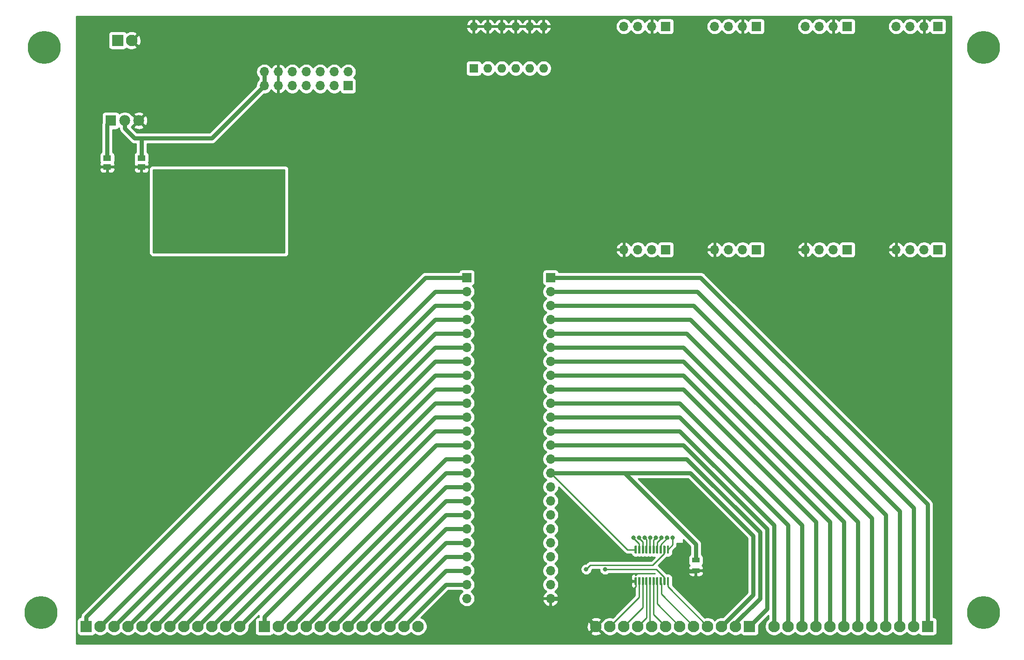
<source format=gbr>
G04 #@! TF.GenerationSoftware,KiCad,Pcbnew,(5.1.6-0-10_14)*
G04 #@! TF.CreationDate,2020-09-15T14:07:27+02:00*
G04 #@! TF.ProjectId,PM Artnet LED DMX,504d2041-7274-46e6-9574-204c45442044,rev?*
G04 #@! TF.SameCoordinates,Original*
G04 #@! TF.FileFunction,Copper,L1,Top*
G04 #@! TF.FilePolarity,Positive*
%FSLAX46Y46*%
G04 Gerber Fmt 4.6, Leading zero omitted, Abs format (unit mm)*
G04 Created by KiCad (PCBNEW (5.1.6-0-10_14)) date 2020-09-15 14:07:27*
%MOMM*%
%LPD*%
G01*
G04 APERTURE LIST*
G04 #@! TA.AperFunction,SMDPad,CuDef*
%ADD10R,1.450000X0.900000*%
G04 #@! TD*
G04 #@! TA.AperFunction,SMDPad,CuDef*
%ADD11R,1.470000X1.020000*%
G04 #@! TD*
G04 #@! TA.AperFunction,ComponentPad*
%ADD12O,1.600000X1.600000*%
G04 #@! TD*
G04 #@! TA.AperFunction,ComponentPad*
%ADD13R,1.600000X1.600000*%
G04 #@! TD*
G04 #@! TA.AperFunction,ComponentPad*
%ADD14C,1.980000*%
G04 #@! TD*
G04 #@! TA.AperFunction,ComponentPad*
%ADD15R,1.980000X1.980000*%
G04 #@! TD*
G04 #@! TA.AperFunction,ComponentPad*
%ADD16R,1.700000X1.700000*%
G04 #@! TD*
G04 #@! TA.AperFunction,ComponentPad*
%ADD17O,1.700000X1.700000*%
G04 #@! TD*
G04 #@! TA.AperFunction,ComponentPad*
%ADD18C,2.100000*%
G04 #@! TD*
G04 #@! TA.AperFunction,ComponentPad*
%ADD19R,2.100000X2.100000*%
G04 #@! TD*
G04 #@! TA.AperFunction,ViaPad*
%ADD20C,6.000000*%
G04 #@! TD*
G04 #@! TA.AperFunction,ViaPad*
%ADD21C,0.800000*%
G04 #@! TD*
G04 #@! TA.AperFunction,Conductor*
%ADD22C,0.750000*%
G04 #@! TD*
G04 #@! TA.AperFunction,Conductor*
%ADD23C,0.250000*%
G04 #@! TD*
G04 #@! TA.AperFunction,Conductor*
%ADD24C,0.254000*%
G04 #@! TD*
G04 APERTURE END LIST*
D10*
X157861000Y-118745000D03*
X157861000Y-116845000D03*
G04 #@! TA.AperFunction,SMDPad,CuDef*
G36*
G01*
X152685000Y-119912500D02*
X152885000Y-119912500D01*
G75*
G02*
X152985000Y-120012500I0J-100000D01*
G01*
X152985000Y-121287500D01*
G75*
G02*
X152885000Y-121387500I-100000J0D01*
G01*
X152685000Y-121387500D01*
G75*
G02*
X152585000Y-121287500I0J100000D01*
G01*
X152585000Y-120012500D01*
G75*
G02*
X152685000Y-119912500I100000J0D01*
G01*
G37*
G04 #@! TD.AperFunction*
G04 #@! TA.AperFunction,SMDPad,CuDef*
G36*
G01*
X152035000Y-119912500D02*
X152235000Y-119912500D01*
G75*
G02*
X152335000Y-120012500I0J-100000D01*
G01*
X152335000Y-121287500D01*
G75*
G02*
X152235000Y-121387500I-100000J0D01*
G01*
X152035000Y-121387500D01*
G75*
G02*
X151935000Y-121287500I0J100000D01*
G01*
X151935000Y-120012500D01*
G75*
G02*
X152035000Y-119912500I100000J0D01*
G01*
G37*
G04 #@! TD.AperFunction*
G04 #@! TA.AperFunction,SMDPad,CuDef*
G36*
G01*
X151385000Y-119912500D02*
X151585000Y-119912500D01*
G75*
G02*
X151685000Y-120012500I0J-100000D01*
G01*
X151685000Y-121287500D01*
G75*
G02*
X151585000Y-121387500I-100000J0D01*
G01*
X151385000Y-121387500D01*
G75*
G02*
X151285000Y-121287500I0J100000D01*
G01*
X151285000Y-120012500D01*
G75*
G02*
X151385000Y-119912500I100000J0D01*
G01*
G37*
G04 #@! TD.AperFunction*
G04 #@! TA.AperFunction,SMDPad,CuDef*
G36*
G01*
X150735000Y-119912500D02*
X150935000Y-119912500D01*
G75*
G02*
X151035000Y-120012500I0J-100000D01*
G01*
X151035000Y-121287500D01*
G75*
G02*
X150935000Y-121387500I-100000J0D01*
G01*
X150735000Y-121387500D01*
G75*
G02*
X150635000Y-121287500I0J100000D01*
G01*
X150635000Y-120012500D01*
G75*
G02*
X150735000Y-119912500I100000J0D01*
G01*
G37*
G04 #@! TD.AperFunction*
G04 #@! TA.AperFunction,SMDPad,CuDef*
G36*
G01*
X150085000Y-119912500D02*
X150285000Y-119912500D01*
G75*
G02*
X150385000Y-120012500I0J-100000D01*
G01*
X150385000Y-121287500D01*
G75*
G02*
X150285000Y-121387500I-100000J0D01*
G01*
X150085000Y-121387500D01*
G75*
G02*
X149985000Y-121287500I0J100000D01*
G01*
X149985000Y-120012500D01*
G75*
G02*
X150085000Y-119912500I100000J0D01*
G01*
G37*
G04 #@! TD.AperFunction*
G04 #@! TA.AperFunction,SMDPad,CuDef*
G36*
G01*
X149435000Y-119912500D02*
X149635000Y-119912500D01*
G75*
G02*
X149735000Y-120012500I0J-100000D01*
G01*
X149735000Y-121287500D01*
G75*
G02*
X149635000Y-121387500I-100000J0D01*
G01*
X149435000Y-121387500D01*
G75*
G02*
X149335000Y-121287500I0J100000D01*
G01*
X149335000Y-120012500D01*
G75*
G02*
X149435000Y-119912500I100000J0D01*
G01*
G37*
G04 #@! TD.AperFunction*
G04 #@! TA.AperFunction,SMDPad,CuDef*
G36*
G01*
X148785000Y-119912500D02*
X148985000Y-119912500D01*
G75*
G02*
X149085000Y-120012500I0J-100000D01*
G01*
X149085000Y-121287500D01*
G75*
G02*
X148985000Y-121387500I-100000J0D01*
G01*
X148785000Y-121387500D01*
G75*
G02*
X148685000Y-121287500I0J100000D01*
G01*
X148685000Y-120012500D01*
G75*
G02*
X148785000Y-119912500I100000J0D01*
G01*
G37*
G04 #@! TD.AperFunction*
G04 #@! TA.AperFunction,SMDPad,CuDef*
G36*
G01*
X148135000Y-119912500D02*
X148335000Y-119912500D01*
G75*
G02*
X148435000Y-120012500I0J-100000D01*
G01*
X148435000Y-121287500D01*
G75*
G02*
X148335000Y-121387500I-100000J0D01*
G01*
X148135000Y-121387500D01*
G75*
G02*
X148035000Y-121287500I0J100000D01*
G01*
X148035000Y-120012500D01*
G75*
G02*
X148135000Y-119912500I100000J0D01*
G01*
G37*
G04 #@! TD.AperFunction*
G04 #@! TA.AperFunction,SMDPad,CuDef*
G36*
G01*
X147485000Y-119912500D02*
X147685000Y-119912500D01*
G75*
G02*
X147785000Y-120012500I0J-100000D01*
G01*
X147785000Y-121287500D01*
G75*
G02*
X147685000Y-121387500I-100000J0D01*
G01*
X147485000Y-121387500D01*
G75*
G02*
X147385000Y-121287500I0J100000D01*
G01*
X147385000Y-120012500D01*
G75*
G02*
X147485000Y-119912500I100000J0D01*
G01*
G37*
G04 #@! TD.AperFunction*
G04 #@! TA.AperFunction,SMDPad,CuDef*
G36*
G01*
X146835000Y-119912500D02*
X147035000Y-119912500D01*
G75*
G02*
X147135000Y-120012500I0J-100000D01*
G01*
X147135000Y-121287500D01*
G75*
G02*
X147035000Y-121387500I-100000J0D01*
G01*
X146835000Y-121387500D01*
G75*
G02*
X146735000Y-121287500I0J100000D01*
G01*
X146735000Y-120012500D01*
G75*
G02*
X146835000Y-119912500I100000J0D01*
G01*
G37*
G04 #@! TD.AperFunction*
G04 #@! TA.AperFunction,SMDPad,CuDef*
G36*
G01*
X146835000Y-114187500D02*
X147035000Y-114187500D01*
G75*
G02*
X147135000Y-114287500I0J-100000D01*
G01*
X147135000Y-115562500D01*
G75*
G02*
X147035000Y-115662500I-100000J0D01*
G01*
X146835000Y-115662500D01*
G75*
G02*
X146735000Y-115562500I0J100000D01*
G01*
X146735000Y-114287500D01*
G75*
G02*
X146835000Y-114187500I100000J0D01*
G01*
G37*
G04 #@! TD.AperFunction*
G04 #@! TA.AperFunction,SMDPad,CuDef*
G36*
G01*
X147485000Y-114187500D02*
X147685000Y-114187500D01*
G75*
G02*
X147785000Y-114287500I0J-100000D01*
G01*
X147785000Y-115562500D01*
G75*
G02*
X147685000Y-115662500I-100000J0D01*
G01*
X147485000Y-115662500D01*
G75*
G02*
X147385000Y-115562500I0J100000D01*
G01*
X147385000Y-114287500D01*
G75*
G02*
X147485000Y-114187500I100000J0D01*
G01*
G37*
G04 #@! TD.AperFunction*
G04 #@! TA.AperFunction,SMDPad,CuDef*
G36*
G01*
X148135000Y-114187500D02*
X148335000Y-114187500D01*
G75*
G02*
X148435000Y-114287500I0J-100000D01*
G01*
X148435000Y-115562500D01*
G75*
G02*
X148335000Y-115662500I-100000J0D01*
G01*
X148135000Y-115662500D01*
G75*
G02*
X148035000Y-115562500I0J100000D01*
G01*
X148035000Y-114287500D01*
G75*
G02*
X148135000Y-114187500I100000J0D01*
G01*
G37*
G04 #@! TD.AperFunction*
G04 #@! TA.AperFunction,SMDPad,CuDef*
G36*
G01*
X148785000Y-114187500D02*
X148985000Y-114187500D01*
G75*
G02*
X149085000Y-114287500I0J-100000D01*
G01*
X149085000Y-115562500D01*
G75*
G02*
X148985000Y-115662500I-100000J0D01*
G01*
X148785000Y-115662500D01*
G75*
G02*
X148685000Y-115562500I0J100000D01*
G01*
X148685000Y-114287500D01*
G75*
G02*
X148785000Y-114187500I100000J0D01*
G01*
G37*
G04 #@! TD.AperFunction*
G04 #@! TA.AperFunction,SMDPad,CuDef*
G36*
G01*
X149435000Y-114187500D02*
X149635000Y-114187500D01*
G75*
G02*
X149735000Y-114287500I0J-100000D01*
G01*
X149735000Y-115562500D01*
G75*
G02*
X149635000Y-115662500I-100000J0D01*
G01*
X149435000Y-115662500D01*
G75*
G02*
X149335000Y-115562500I0J100000D01*
G01*
X149335000Y-114287500D01*
G75*
G02*
X149435000Y-114187500I100000J0D01*
G01*
G37*
G04 #@! TD.AperFunction*
G04 #@! TA.AperFunction,SMDPad,CuDef*
G36*
G01*
X150085000Y-114187500D02*
X150285000Y-114187500D01*
G75*
G02*
X150385000Y-114287500I0J-100000D01*
G01*
X150385000Y-115562500D01*
G75*
G02*
X150285000Y-115662500I-100000J0D01*
G01*
X150085000Y-115662500D01*
G75*
G02*
X149985000Y-115562500I0J100000D01*
G01*
X149985000Y-114287500D01*
G75*
G02*
X150085000Y-114187500I100000J0D01*
G01*
G37*
G04 #@! TD.AperFunction*
G04 #@! TA.AperFunction,SMDPad,CuDef*
G36*
G01*
X150735000Y-114187500D02*
X150935000Y-114187500D01*
G75*
G02*
X151035000Y-114287500I0J-100000D01*
G01*
X151035000Y-115562500D01*
G75*
G02*
X150935000Y-115662500I-100000J0D01*
G01*
X150735000Y-115662500D01*
G75*
G02*
X150635000Y-115562500I0J100000D01*
G01*
X150635000Y-114287500D01*
G75*
G02*
X150735000Y-114187500I100000J0D01*
G01*
G37*
G04 #@! TD.AperFunction*
G04 #@! TA.AperFunction,SMDPad,CuDef*
G36*
G01*
X151385000Y-114187500D02*
X151585000Y-114187500D01*
G75*
G02*
X151685000Y-114287500I0J-100000D01*
G01*
X151685000Y-115562500D01*
G75*
G02*
X151585000Y-115662500I-100000J0D01*
G01*
X151385000Y-115662500D01*
G75*
G02*
X151285000Y-115562500I0J100000D01*
G01*
X151285000Y-114287500D01*
G75*
G02*
X151385000Y-114187500I100000J0D01*
G01*
G37*
G04 #@! TD.AperFunction*
G04 #@! TA.AperFunction,SMDPad,CuDef*
G36*
G01*
X152035000Y-114187500D02*
X152235000Y-114187500D01*
G75*
G02*
X152335000Y-114287500I0J-100000D01*
G01*
X152335000Y-115562500D01*
G75*
G02*
X152235000Y-115662500I-100000J0D01*
G01*
X152035000Y-115662500D01*
G75*
G02*
X151935000Y-115562500I0J100000D01*
G01*
X151935000Y-114287500D01*
G75*
G02*
X152035000Y-114187500I100000J0D01*
G01*
G37*
G04 #@! TD.AperFunction*
G04 #@! TA.AperFunction,SMDPad,CuDef*
G36*
G01*
X152685000Y-114187500D02*
X152885000Y-114187500D01*
G75*
G02*
X152985000Y-114287500I0J-100000D01*
G01*
X152985000Y-115562500D01*
G75*
G02*
X152885000Y-115662500I-100000J0D01*
G01*
X152685000Y-115662500D01*
G75*
G02*
X152585000Y-115562500I0J100000D01*
G01*
X152585000Y-114287500D01*
G75*
G02*
X152685000Y-114187500I100000J0D01*
G01*
G37*
G04 #@! TD.AperFunction*
D11*
X57023000Y-43650000D03*
X57023000Y-45250000D03*
X50800000Y-45250000D03*
X50800000Y-43650000D03*
D12*
X117475000Y-19685000D03*
X130175000Y-27305000D03*
X120015000Y-19685000D03*
X127635000Y-27305000D03*
X122555000Y-19685000D03*
X125095000Y-27305000D03*
X125095000Y-19685000D03*
X122555000Y-27305000D03*
X127635000Y-19685000D03*
X120015000Y-27305000D03*
X130175000Y-19685000D03*
D13*
X117475000Y-27305000D03*
D14*
X56535000Y-36830000D03*
X53985000Y-36830000D03*
D15*
X51435000Y-36830000D03*
D16*
X116205000Y-65405000D03*
D17*
X116205000Y-67945000D03*
X116205000Y-70485000D03*
X116205000Y-73025000D03*
X116205000Y-75565000D03*
X116205000Y-78105000D03*
X116205000Y-80645000D03*
X116205000Y-83185000D03*
X116205000Y-85725000D03*
X116205000Y-88265000D03*
X116205000Y-90805000D03*
X116205000Y-93345000D03*
X116205000Y-95885000D03*
X116205000Y-98425000D03*
X116205000Y-100965000D03*
X116205000Y-103505000D03*
X116205000Y-106045000D03*
X116205000Y-108585000D03*
X116205000Y-111125000D03*
X116205000Y-113665000D03*
X116205000Y-116205000D03*
X116205000Y-118745000D03*
X116205000Y-121285000D03*
X116205000Y-123825000D03*
D16*
X201930000Y-19685000D03*
D17*
X199390000Y-19685000D03*
X196850000Y-19685000D03*
X194310000Y-19685000D03*
D16*
X94615000Y-30480000D03*
D17*
X94615000Y-27940000D03*
X92075000Y-30480000D03*
X92075000Y-27940000D03*
X89535000Y-30480000D03*
X89535000Y-27940000D03*
X86995000Y-30480000D03*
X86995000Y-27940000D03*
X84455000Y-30480000D03*
X84455000Y-27940000D03*
X81915000Y-30480000D03*
X81915000Y-27940000D03*
X79375000Y-30480000D03*
X79375000Y-27940000D03*
D18*
X139700000Y-128905000D03*
X142240000Y-128905000D03*
X144780000Y-128905000D03*
X147320000Y-128905000D03*
X149860000Y-128905000D03*
X152400000Y-128905000D03*
X154940000Y-128905000D03*
X157480000Y-128905000D03*
X160020000Y-128905000D03*
X162560000Y-128905000D03*
X165100000Y-128905000D03*
D19*
X167640000Y-128905000D03*
X200025000Y-128905000D03*
D18*
X197485000Y-128905000D03*
X194945000Y-128905000D03*
X192405000Y-128905000D03*
X189865000Y-128905000D03*
X187325000Y-128905000D03*
X184785000Y-128905000D03*
X182245000Y-128905000D03*
X179705000Y-128905000D03*
X177165000Y-128905000D03*
X174625000Y-128905000D03*
X172085000Y-128905000D03*
D19*
X46990000Y-128905000D03*
D18*
X49530000Y-128905000D03*
X52070000Y-128905000D03*
X54610000Y-128905000D03*
X57150000Y-128905000D03*
X59690000Y-128905000D03*
X62230000Y-128905000D03*
X64770000Y-128905000D03*
X67310000Y-128905000D03*
X69850000Y-128905000D03*
X72390000Y-128905000D03*
X74930000Y-128905000D03*
X107315000Y-128905000D03*
X104775000Y-128905000D03*
X102235000Y-128905000D03*
X99695000Y-128905000D03*
X97155000Y-128905000D03*
X94615000Y-128905000D03*
X92075000Y-128905000D03*
X89535000Y-128905000D03*
X86995000Y-128905000D03*
X84455000Y-128905000D03*
X81915000Y-128905000D03*
D19*
X79375000Y-128905000D03*
X52705000Y-22225000D03*
D18*
X55245000Y-22225000D03*
D16*
X185420000Y-19685000D03*
D17*
X182880000Y-19685000D03*
X180340000Y-19685000D03*
X177800000Y-19685000D03*
D16*
X168910000Y-19685000D03*
D17*
X166370000Y-19685000D03*
X163830000Y-19685000D03*
X161290000Y-19685000D03*
D16*
X152400000Y-19685000D03*
D17*
X149860000Y-19685000D03*
X147320000Y-19685000D03*
X144780000Y-19685000D03*
X194310000Y-60325000D03*
X196850000Y-60325000D03*
X199390000Y-60325000D03*
D16*
X201930000Y-60325000D03*
D17*
X177800000Y-60325000D03*
X180340000Y-60325000D03*
X182880000Y-60325000D03*
D16*
X185420000Y-60325000D03*
D17*
X161290000Y-60325000D03*
X163830000Y-60325000D03*
X166370000Y-60325000D03*
D16*
X168910000Y-60325000D03*
D17*
X144780000Y-60325000D03*
X147320000Y-60325000D03*
X149860000Y-60325000D03*
D16*
X152400000Y-60325000D03*
D17*
X131445000Y-123825000D03*
X131445000Y-121285000D03*
X131445000Y-118745000D03*
X131445000Y-116205000D03*
X131445000Y-113665000D03*
X131445000Y-111125000D03*
X131445000Y-108585000D03*
X131445000Y-106045000D03*
X131445000Y-103505000D03*
X131445000Y-100965000D03*
X131445000Y-98425000D03*
X131445000Y-95885000D03*
X131445000Y-93345000D03*
X131445000Y-90805000D03*
X131445000Y-88265000D03*
X131445000Y-85725000D03*
X131445000Y-83185000D03*
X131445000Y-80645000D03*
X131445000Y-78105000D03*
X131445000Y-75565000D03*
X131445000Y-73025000D03*
X131445000Y-70485000D03*
X131445000Y-67945000D03*
D16*
X131445000Y-65405000D03*
D20*
X39370000Y-23495000D03*
X38735000Y-126365000D03*
X210185000Y-126365000D03*
X210185000Y-23495000D03*
D21*
X146558000Y-112776000D03*
X147574000Y-112776000D03*
X148590000Y-112776000D03*
X149606000Y-112776000D03*
X150622000Y-112776000D03*
X151638000Y-112776000D03*
X152654000Y-112776000D03*
X153670000Y-112776000D03*
X78105000Y-53340000D03*
X62230000Y-48260000D03*
X65405000Y-48260000D03*
X65405000Y-50800000D03*
X62230000Y-50800000D03*
X62230000Y-53340000D03*
X65405000Y-53340000D03*
X65405000Y-55880000D03*
X62230000Y-55880000D03*
X62230000Y-58420000D03*
X65405000Y-58420000D03*
X81280000Y-48260000D03*
X78105000Y-48260000D03*
X78105000Y-50800000D03*
X81280000Y-50800000D03*
X81280000Y-53340000D03*
X81280000Y-55880000D03*
X78105000Y-55880000D03*
X78105000Y-58420000D03*
X81280000Y-58420000D03*
X141351000Y-118491000D03*
X155321000Y-118872000D03*
X137922000Y-118491000D03*
D22*
X46990000Y-127105000D02*
X46990000Y-128905000D01*
X116205000Y-65405000D02*
X108690000Y-65405000D01*
D23*
X102922500Y-71172500D02*
X102870000Y-71120000D01*
D22*
X108690000Y-65405000D02*
X102922500Y-71172500D01*
X102922500Y-71172500D02*
X46990000Y-127105000D01*
X110490000Y-67945000D02*
X49530000Y-128905000D01*
X116205000Y-67945000D02*
X110490000Y-67945000D01*
X110490000Y-70485000D02*
X52070000Y-128905000D01*
X116205000Y-70485000D02*
X110490000Y-70485000D01*
X110490000Y-73025000D02*
X54610000Y-128905000D01*
X116205000Y-73025000D02*
X110490000Y-73025000D01*
X110490000Y-75565000D02*
X57150000Y-128905000D01*
X116205000Y-75565000D02*
X110490000Y-75565000D01*
X110490000Y-78105000D02*
X59690000Y-128905000D01*
X116205000Y-78105000D02*
X110490000Y-78105000D01*
D23*
X116205000Y-79844002D02*
X116205000Y-80645000D01*
D22*
X110490000Y-80645000D02*
X62230000Y-128905000D01*
X116205000Y-80645000D02*
X110490000Y-80645000D01*
X110490000Y-83185000D02*
X64770000Y-128905000D01*
X116205000Y-83185000D02*
X110490000Y-83185000D01*
X110490000Y-85725000D02*
X67310000Y-128905000D01*
X116205000Y-85725000D02*
X110490000Y-85725000D01*
X110490000Y-88265000D02*
X69850000Y-128905000D01*
X116205000Y-88265000D02*
X110490000Y-88265000D01*
X110490000Y-90805000D02*
X72390000Y-128905000D01*
X116205000Y-90805000D02*
X110490000Y-90805000D01*
X110490000Y-93345000D02*
X74930000Y-128905000D01*
X116205000Y-93345000D02*
X110490000Y-93345000D01*
X131445000Y-90805000D02*
X154940000Y-90805000D01*
X174625000Y-110490000D02*
X174625000Y-128905000D01*
X154940000Y-90805000D02*
X174625000Y-110490000D01*
X79375000Y-127105000D02*
X79375000Y-128905000D01*
X110595000Y-95885000D02*
X79375000Y-127105000D01*
X116205000Y-95885000D02*
X110595000Y-95885000D01*
X112395000Y-98425000D02*
X81915000Y-128905000D01*
X116205000Y-98425000D02*
X112395000Y-98425000D01*
X112395000Y-100965000D02*
X84455000Y-128905000D01*
X116205000Y-100965000D02*
X112395000Y-100965000D01*
X112395000Y-103505000D02*
X86995000Y-128905000D01*
X116205000Y-103505000D02*
X112395000Y-103505000D01*
X112395000Y-106045000D02*
X89535000Y-128905000D01*
X116205000Y-106045000D02*
X112395000Y-106045000D01*
X112395000Y-108585000D02*
X92075000Y-128905000D01*
X116205000Y-108585000D02*
X112395000Y-108585000D01*
X112395000Y-111125000D02*
X94615000Y-128905000D01*
X116205000Y-111125000D02*
X112395000Y-111125000D01*
X112395000Y-113665000D02*
X97155000Y-128905000D01*
X116205000Y-113665000D02*
X112395000Y-113665000D01*
X112395000Y-116205000D02*
X99695000Y-128905000D01*
X116205000Y-116205000D02*
X112395000Y-116205000D01*
X112395000Y-118745000D02*
X102235000Y-128905000D01*
X116205000Y-118745000D02*
X112395000Y-118745000D01*
X112395000Y-121285000D02*
X104775000Y-128905000D01*
X116205000Y-121285000D02*
X112395000Y-121285000D01*
D23*
X146685000Y-112960002D02*
X146685000Y-112776000D01*
X146558000Y-112833002D02*
X146558000Y-112776000D01*
X147585000Y-113860002D02*
X146558000Y-112833002D01*
X147585000Y-114925000D02*
X147585000Y-113860002D01*
X147574000Y-112960002D02*
X147574000Y-112776000D01*
X148235000Y-113494002D02*
X147574000Y-112833002D01*
X147574000Y-112833002D02*
X147574000Y-112776000D01*
X148235000Y-114925000D02*
X148235000Y-113494002D01*
X148463000Y-112960002D02*
X148463000Y-112776000D01*
X148885000Y-113071000D02*
X148590000Y-112776000D01*
X148885000Y-114925000D02*
X148885000Y-113071000D01*
X149535000Y-112959000D02*
X149352000Y-112776000D01*
X149535000Y-112847000D02*
X149606000Y-112776000D01*
X149535000Y-114925000D02*
X149535000Y-112847000D01*
X150185000Y-113213000D02*
X150622000Y-112776000D01*
X150185000Y-114925000D02*
X150185000Y-113213000D01*
X151485000Y-112929000D02*
X151638000Y-112776000D01*
X150835000Y-113636002D02*
X151638000Y-112833002D01*
X151638000Y-112833002D02*
X151638000Y-112776000D01*
X150835000Y-114925000D02*
X150835000Y-113636002D01*
X152908000Y-112960002D02*
X152908000Y-112776000D01*
X152654000Y-112833002D02*
X152654000Y-112776000D01*
X151485000Y-114002002D02*
X152654000Y-112833002D01*
X151485000Y-114925000D02*
X151485000Y-114002002D01*
X153670000Y-113024000D02*
X153670000Y-112776000D01*
X153670000Y-114040000D02*
X153670000Y-112776000D01*
X152785000Y-114925000D02*
X153670000Y-114040000D01*
D22*
X162560000Y-128905000D02*
X168275000Y-123190000D01*
X168275000Y-112395000D02*
X168275000Y-123190000D01*
X156845000Y-100965000D02*
X168275000Y-112395000D01*
X157861000Y-116845000D02*
X157861000Y-113919000D01*
X144907000Y-100965000D02*
X156845000Y-100965000D01*
X131445000Y-100965000D02*
X144907000Y-100965000D01*
D23*
X145796000Y-101854000D02*
X145542000Y-101600000D01*
D22*
X157861000Y-113919000D02*
X145542000Y-101600000D01*
X145542000Y-101600000D02*
X144907000Y-100965000D01*
D23*
X145405000Y-114925000D02*
X131445000Y-100965000D01*
X146935000Y-114925000D02*
X145405000Y-114925000D01*
D22*
X169545000Y-111760000D02*
X169545000Y-123825000D01*
X165100000Y-128270000D02*
X165100000Y-128905000D01*
X156210000Y-98425000D02*
X169545000Y-111760000D01*
X169545000Y-123825000D02*
X165100000Y-128270000D01*
X131445000Y-98425000D02*
X156210000Y-98425000D01*
X168910000Y-127635000D02*
X167640000Y-128905000D01*
X170815000Y-111125000D02*
X170815000Y-125730000D01*
X170815000Y-125730000D02*
X168910000Y-127635000D01*
X155575000Y-95885000D02*
X170815000Y-111125000D01*
X131445000Y-95885000D02*
X155575000Y-95885000D01*
X131445000Y-88265000D02*
X154940000Y-88265000D01*
X177165000Y-110490000D02*
X177165000Y-128905000D01*
X154940000Y-88265000D02*
X177165000Y-110490000D01*
X179705000Y-128905000D02*
X179705000Y-127420076D01*
X131445000Y-85725000D02*
X155575000Y-85725000D01*
X179705000Y-109855000D02*
X179705000Y-128905000D01*
X155575000Y-85725000D02*
X179705000Y-109855000D01*
X182245000Y-128905000D02*
X182245000Y-127420076D01*
X131445000Y-83185000D02*
X155575000Y-83185000D01*
X182245000Y-109855000D02*
X182245000Y-128905000D01*
X155575000Y-83185000D02*
X182245000Y-109855000D01*
X184785000Y-128905000D02*
X184785000Y-127420076D01*
X131445000Y-80645000D02*
X155575000Y-80645000D01*
X184785000Y-109855000D02*
X184785000Y-128905000D01*
X155575000Y-80645000D02*
X184785000Y-109855000D01*
X187325000Y-128905000D02*
X187325000Y-127420076D01*
X131445000Y-78105000D02*
X155575000Y-78105000D01*
X187325000Y-109855000D02*
X187325000Y-128905000D01*
X155575000Y-78105000D02*
X187325000Y-109855000D01*
X189865000Y-128905000D02*
X189865000Y-127420076D01*
X131445000Y-75565000D02*
X156210000Y-75565000D01*
X189865000Y-109220000D02*
X189865000Y-128905000D01*
X156210000Y-75565000D02*
X189865000Y-109220000D01*
X192405000Y-128905000D02*
X192405000Y-127420076D01*
X131445000Y-73025000D02*
X156845000Y-73025000D01*
X192405000Y-108585000D02*
X192405000Y-128905000D01*
X156845000Y-73025000D02*
X192405000Y-108585000D01*
X194945000Y-128905000D02*
X194945000Y-127420076D01*
X131445000Y-70485000D02*
X157480000Y-70485000D01*
X194945000Y-107950000D02*
X194945000Y-128905000D01*
X157480000Y-70485000D02*
X194945000Y-107950000D01*
X197485000Y-127000000D02*
X197485000Y-128905000D01*
X131445000Y-67945000D02*
X158115000Y-67945000D01*
X197485000Y-107315000D02*
X197485000Y-128905000D01*
X158115000Y-67945000D02*
X197485000Y-107315000D01*
X200025000Y-127105000D02*
X200025000Y-128905000D01*
X131445000Y-65405000D02*
X158750000Y-65405000D01*
X200025000Y-106680000D02*
X200025000Y-128905000D01*
X158750000Y-65405000D02*
X200025000Y-106680000D01*
X50800000Y-37465000D02*
X51435000Y-36830000D01*
X50800000Y-43650000D02*
X50800000Y-37465000D01*
D23*
X152135000Y-119961442D02*
X152135000Y-120650000D01*
X150664558Y-118491000D02*
X152135000Y-119961442D01*
X141351000Y-118491000D02*
X150664558Y-118491000D01*
D22*
X134620000Y-123825000D02*
X139700000Y-128905000D01*
X131445000Y-123825000D02*
X134620000Y-123825000D01*
D23*
X146935000Y-121670000D02*
X139700000Y-128905000D01*
X146935000Y-120650000D02*
X146935000Y-121670000D01*
D22*
X157734000Y-118872000D02*
X157861000Y-118745000D01*
X155321000Y-118872000D02*
X157734000Y-118872000D01*
D23*
X147585000Y-123560000D02*
X142240000Y-128905000D01*
X147585000Y-120650000D02*
X147585000Y-123560000D01*
X148235000Y-125450000D02*
X144780000Y-128905000D01*
X148235000Y-120650000D02*
X148235000Y-125450000D01*
X147320000Y-128270000D02*
X147320000Y-128905000D01*
X148885000Y-127340000D02*
X147320000Y-128905000D01*
X148885000Y-120650000D02*
X148885000Y-127340000D01*
X149535000Y-128580000D02*
X149860000Y-128905000D01*
X149535000Y-120650000D02*
X149535000Y-128580000D01*
X150185000Y-126690000D02*
X152400000Y-128905000D01*
X150185000Y-120650000D02*
X150185000Y-126690000D01*
X150835000Y-124800000D02*
X154940000Y-128905000D01*
X150835000Y-120650000D02*
X150835000Y-124800000D01*
X151609990Y-123034990D02*
X157480000Y-128905000D01*
X151609990Y-121129990D02*
X151609990Y-123034990D01*
X151485000Y-121005000D02*
X151609990Y-121129990D01*
X151485000Y-120650000D02*
X151485000Y-121005000D01*
X152785000Y-121670000D02*
X160020000Y-128905000D01*
X152785000Y-120650000D02*
X152785000Y-121670000D01*
D22*
X53985000Y-38230071D02*
X55759929Y-40005000D01*
X53985000Y-36830000D02*
X53985000Y-38230071D01*
X69850000Y-40005000D02*
X79375000Y-30480000D01*
X55759929Y-40005000D02*
X69850000Y-40005000D01*
X79375000Y-30480000D02*
X79375000Y-27940000D01*
X57023000Y-43650000D02*
X57023000Y-40125071D01*
D23*
X152135000Y-115662500D02*
X152135000Y-114925000D01*
X150031501Y-117765999D02*
X152135000Y-115662500D01*
X138647001Y-117765999D02*
X150031501Y-117765999D01*
X137922000Y-118491000D02*
X138647001Y-117765999D01*
X152135000Y-114565000D02*
X152259990Y-114440010D01*
X152135000Y-114925000D02*
X152135000Y-114565000D01*
D22*
X131445000Y-93345000D02*
X154940000Y-93345000D01*
X172085000Y-110490000D02*
X172085000Y-128905000D01*
X154940000Y-93345000D02*
X172085000Y-110490000D01*
D24*
G36*
X204343000Y-132030000D02*
G01*
X45212000Y-132030000D01*
X45212000Y-127855000D01*
X45301928Y-127855000D01*
X45301928Y-129955000D01*
X45314188Y-130079482D01*
X45350498Y-130199180D01*
X45409463Y-130309494D01*
X45488815Y-130406185D01*
X45585506Y-130485537D01*
X45695820Y-130544502D01*
X45815518Y-130580812D01*
X45940000Y-130593072D01*
X48040000Y-130593072D01*
X48164482Y-130580812D01*
X48284180Y-130544502D01*
X48394494Y-130485537D01*
X48491185Y-130406185D01*
X48570537Y-130309494D01*
X48578042Y-130295454D01*
X48731853Y-130398228D01*
X49038504Y-130525246D01*
X49364042Y-130590000D01*
X49695958Y-130590000D01*
X50021496Y-130525246D01*
X50328147Y-130398228D01*
X50604125Y-130213825D01*
X50800000Y-130017950D01*
X50995875Y-130213825D01*
X51271853Y-130398228D01*
X51578504Y-130525246D01*
X51904042Y-130590000D01*
X52235958Y-130590000D01*
X52561496Y-130525246D01*
X52868147Y-130398228D01*
X53144125Y-130213825D01*
X53340000Y-130017950D01*
X53535875Y-130213825D01*
X53811853Y-130398228D01*
X54118504Y-130525246D01*
X54444042Y-130590000D01*
X54775958Y-130590000D01*
X55101496Y-130525246D01*
X55408147Y-130398228D01*
X55684125Y-130213825D01*
X55880000Y-130017950D01*
X56075875Y-130213825D01*
X56351853Y-130398228D01*
X56658504Y-130525246D01*
X56984042Y-130590000D01*
X57315958Y-130590000D01*
X57641496Y-130525246D01*
X57948147Y-130398228D01*
X58224125Y-130213825D01*
X58420000Y-130017950D01*
X58615875Y-130213825D01*
X58891853Y-130398228D01*
X59198504Y-130525246D01*
X59524042Y-130590000D01*
X59855958Y-130590000D01*
X60181496Y-130525246D01*
X60488147Y-130398228D01*
X60764125Y-130213825D01*
X60960000Y-130017950D01*
X61155875Y-130213825D01*
X61431853Y-130398228D01*
X61738504Y-130525246D01*
X62064042Y-130590000D01*
X62395958Y-130590000D01*
X62721496Y-130525246D01*
X63028147Y-130398228D01*
X63304125Y-130213825D01*
X63500000Y-130017950D01*
X63695875Y-130213825D01*
X63971853Y-130398228D01*
X64278504Y-130525246D01*
X64604042Y-130590000D01*
X64935958Y-130590000D01*
X65261496Y-130525246D01*
X65568147Y-130398228D01*
X65844125Y-130213825D01*
X66040000Y-130017950D01*
X66235875Y-130213825D01*
X66511853Y-130398228D01*
X66818504Y-130525246D01*
X67144042Y-130590000D01*
X67475958Y-130590000D01*
X67801496Y-130525246D01*
X68108147Y-130398228D01*
X68384125Y-130213825D01*
X68580000Y-130017950D01*
X68775875Y-130213825D01*
X69051853Y-130398228D01*
X69358504Y-130525246D01*
X69684042Y-130590000D01*
X70015958Y-130590000D01*
X70341496Y-130525246D01*
X70648147Y-130398228D01*
X70924125Y-130213825D01*
X71120000Y-130017950D01*
X71315875Y-130213825D01*
X71591853Y-130398228D01*
X71898504Y-130525246D01*
X72224042Y-130590000D01*
X72555958Y-130590000D01*
X72881496Y-130525246D01*
X73188147Y-130398228D01*
X73464125Y-130213825D01*
X73660000Y-130017950D01*
X73855875Y-130213825D01*
X74131853Y-130398228D01*
X74438504Y-130525246D01*
X74764042Y-130590000D01*
X75095958Y-130590000D01*
X75421496Y-130525246D01*
X75728147Y-130398228D01*
X76004125Y-130213825D01*
X76238825Y-129979125D01*
X76423228Y-129703147D01*
X76550246Y-129396496D01*
X76615000Y-129070958D01*
X76615000Y-128739042D01*
X76599954Y-128663401D01*
X78389746Y-126873609D01*
X78379615Y-126907006D01*
X78360114Y-127105000D01*
X78365000Y-127154608D01*
X78365000Y-127216928D01*
X78325000Y-127216928D01*
X78200518Y-127229188D01*
X78080820Y-127265498D01*
X77970506Y-127324463D01*
X77873815Y-127403815D01*
X77794463Y-127500506D01*
X77735498Y-127610820D01*
X77699188Y-127730518D01*
X77686928Y-127855000D01*
X77686928Y-129955000D01*
X77699188Y-130079482D01*
X77735498Y-130199180D01*
X77794463Y-130309494D01*
X77873815Y-130406185D01*
X77970506Y-130485537D01*
X78080820Y-130544502D01*
X78200518Y-130580812D01*
X78325000Y-130593072D01*
X80425000Y-130593072D01*
X80549482Y-130580812D01*
X80669180Y-130544502D01*
X80779494Y-130485537D01*
X80876185Y-130406185D01*
X80955537Y-130309494D01*
X80963042Y-130295454D01*
X81116853Y-130398228D01*
X81423504Y-130525246D01*
X81749042Y-130590000D01*
X82080958Y-130590000D01*
X82406496Y-130525246D01*
X82713147Y-130398228D01*
X82989125Y-130213825D01*
X83185000Y-130017950D01*
X83380875Y-130213825D01*
X83656853Y-130398228D01*
X83963504Y-130525246D01*
X84289042Y-130590000D01*
X84620958Y-130590000D01*
X84946496Y-130525246D01*
X85253147Y-130398228D01*
X85529125Y-130213825D01*
X85725000Y-130017950D01*
X85920875Y-130213825D01*
X86196853Y-130398228D01*
X86503504Y-130525246D01*
X86829042Y-130590000D01*
X87160958Y-130590000D01*
X87486496Y-130525246D01*
X87793147Y-130398228D01*
X88069125Y-130213825D01*
X88265000Y-130017950D01*
X88460875Y-130213825D01*
X88736853Y-130398228D01*
X89043504Y-130525246D01*
X89369042Y-130590000D01*
X89700958Y-130590000D01*
X90026496Y-130525246D01*
X90333147Y-130398228D01*
X90609125Y-130213825D01*
X90805000Y-130017950D01*
X91000875Y-130213825D01*
X91276853Y-130398228D01*
X91583504Y-130525246D01*
X91909042Y-130590000D01*
X92240958Y-130590000D01*
X92566496Y-130525246D01*
X92873147Y-130398228D01*
X93149125Y-130213825D01*
X93345000Y-130017950D01*
X93540875Y-130213825D01*
X93816853Y-130398228D01*
X94123504Y-130525246D01*
X94449042Y-130590000D01*
X94780958Y-130590000D01*
X95106496Y-130525246D01*
X95413147Y-130398228D01*
X95689125Y-130213825D01*
X95885000Y-130017950D01*
X96080875Y-130213825D01*
X96356853Y-130398228D01*
X96663504Y-130525246D01*
X96989042Y-130590000D01*
X97320958Y-130590000D01*
X97646496Y-130525246D01*
X97953147Y-130398228D01*
X98229125Y-130213825D01*
X98425000Y-130017950D01*
X98620875Y-130213825D01*
X98896853Y-130398228D01*
X99203504Y-130525246D01*
X99529042Y-130590000D01*
X99860958Y-130590000D01*
X100186496Y-130525246D01*
X100493147Y-130398228D01*
X100769125Y-130213825D01*
X100965000Y-130017950D01*
X101160875Y-130213825D01*
X101436853Y-130398228D01*
X101743504Y-130525246D01*
X102069042Y-130590000D01*
X102400958Y-130590000D01*
X102726496Y-130525246D01*
X103033147Y-130398228D01*
X103309125Y-130213825D01*
X103505000Y-130017950D01*
X103700875Y-130213825D01*
X103976853Y-130398228D01*
X104283504Y-130525246D01*
X104609042Y-130590000D01*
X104940958Y-130590000D01*
X105266496Y-130525246D01*
X105573147Y-130398228D01*
X105849125Y-130213825D01*
X106045000Y-130017950D01*
X106240875Y-130213825D01*
X106516853Y-130398228D01*
X106823504Y-130525246D01*
X107149042Y-130590000D01*
X107480958Y-130590000D01*
X107806496Y-130525246D01*
X108113147Y-130398228D01*
X108389125Y-130213825D01*
X108526884Y-130076066D01*
X138708539Y-130076066D01*
X138810339Y-130345579D01*
X139108477Y-130491463D01*
X139429346Y-130576380D01*
X139760617Y-130597066D01*
X140089557Y-130552728D01*
X140403527Y-130445069D01*
X140589661Y-130345579D01*
X140691461Y-130076066D01*
X139700000Y-129084605D01*
X138708539Y-130076066D01*
X108526884Y-130076066D01*
X108623825Y-129979125D01*
X108808228Y-129703147D01*
X108935246Y-129396496D01*
X109000000Y-129070958D01*
X109000000Y-128965617D01*
X138007934Y-128965617D01*
X138052272Y-129294557D01*
X138159931Y-129608527D01*
X138259421Y-129794661D01*
X138528934Y-129896461D01*
X139520395Y-128905000D01*
X138528934Y-127913539D01*
X138259421Y-128015339D01*
X138113537Y-128313477D01*
X138028620Y-128634346D01*
X138007934Y-128965617D01*
X109000000Y-128965617D01*
X109000000Y-128739042D01*
X108935246Y-128413504D01*
X108808228Y-128106853D01*
X108623825Y-127830875D01*
X108526884Y-127733934D01*
X138708539Y-127733934D01*
X139700000Y-128725395D01*
X140691461Y-127733934D01*
X140589661Y-127464421D01*
X140291523Y-127318537D01*
X139970654Y-127233620D01*
X139639383Y-127212934D01*
X139310443Y-127257272D01*
X138996473Y-127364931D01*
X138810339Y-127464421D01*
X138708539Y-127733934D01*
X108526884Y-127733934D01*
X108389125Y-127596175D01*
X108113147Y-127411772D01*
X107818591Y-127289764D01*
X112813355Y-122295000D01*
X115114893Y-122295000D01*
X115258368Y-122438475D01*
X115432760Y-122555000D01*
X115258368Y-122671525D01*
X115051525Y-122878368D01*
X114889010Y-123121589D01*
X114777068Y-123391842D01*
X114720000Y-123678740D01*
X114720000Y-123971260D01*
X114777068Y-124258158D01*
X114889010Y-124528411D01*
X115051525Y-124771632D01*
X115258368Y-124978475D01*
X115501589Y-125140990D01*
X115771842Y-125252932D01*
X116058740Y-125310000D01*
X116351260Y-125310000D01*
X116638158Y-125252932D01*
X116908411Y-125140990D01*
X117151632Y-124978475D01*
X117358475Y-124771632D01*
X117520990Y-124528411D01*
X117632932Y-124258158D01*
X117648102Y-124181890D01*
X130003524Y-124181890D01*
X130048175Y-124329099D01*
X130173359Y-124591920D01*
X130347412Y-124825269D01*
X130563645Y-125020178D01*
X130813748Y-125169157D01*
X131088109Y-125266481D01*
X131318000Y-125145814D01*
X131318000Y-123952000D01*
X131572000Y-123952000D01*
X131572000Y-125145814D01*
X131801891Y-125266481D01*
X132076252Y-125169157D01*
X132326355Y-125020178D01*
X132542588Y-124825269D01*
X132716641Y-124591920D01*
X132841825Y-124329099D01*
X132886476Y-124181890D01*
X132765155Y-123952000D01*
X131572000Y-123952000D01*
X131318000Y-123952000D01*
X130124845Y-123952000D01*
X130003524Y-124181890D01*
X117648102Y-124181890D01*
X117690000Y-123971260D01*
X117690000Y-123678740D01*
X117632932Y-123391842D01*
X117520990Y-123121589D01*
X117358475Y-122878368D01*
X117151632Y-122671525D01*
X116977240Y-122555000D01*
X117151632Y-122438475D01*
X117358475Y-122231632D01*
X117520990Y-121988411D01*
X117632932Y-121718158D01*
X117690000Y-121431260D01*
X117690000Y-121138740D01*
X117632932Y-120851842D01*
X117520990Y-120581589D01*
X117358475Y-120338368D01*
X117151632Y-120131525D01*
X116977240Y-120015000D01*
X117151632Y-119898475D01*
X117358475Y-119691632D01*
X117520990Y-119448411D01*
X117632932Y-119178158D01*
X117690000Y-118891260D01*
X117690000Y-118598740D01*
X117632932Y-118311842D01*
X117520990Y-118041589D01*
X117358475Y-117798368D01*
X117151632Y-117591525D01*
X116977240Y-117475000D01*
X117151632Y-117358475D01*
X117358475Y-117151632D01*
X117520990Y-116908411D01*
X117632932Y-116638158D01*
X117690000Y-116351260D01*
X117690000Y-116058740D01*
X117632932Y-115771842D01*
X117520990Y-115501589D01*
X117358475Y-115258368D01*
X117151632Y-115051525D01*
X116977240Y-114935000D01*
X117151632Y-114818475D01*
X117358475Y-114611632D01*
X117520990Y-114368411D01*
X117632932Y-114098158D01*
X117690000Y-113811260D01*
X117690000Y-113518740D01*
X117632932Y-113231842D01*
X117520990Y-112961589D01*
X117358475Y-112718368D01*
X117151632Y-112511525D01*
X116977240Y-112395000D01*
X117151632Y-112278475D01*
X117358475Y-112071632D01*
X117520990Y-111828411D01*
X117632932Y-111558158D01*
X117690000Y-111271260D01*
X117690000Y-110978740D01*
X117632932Y-110691842D01*
X117520990Y-110421589D01*
X117358475Y-110178368D01*
X117151632Y-109971525D01*
X116977240Y-109855000D01*
X117151632Y-109738475D01*
X117358475Y-109531632D01*
X117520990Y-109288411D01*
X117632932Y-109018158D01*
X117690000Y-108731260D01*
X117690000Y-108438740D01*
X117632932Y-108151842D01*
X117520990Y-107881589D01*
X117358475Y-107638368D01*
X117151632Y-107431525D01*
X116977240Y-107315000D01*
X117151632Y-107198475D01*
X117358475Y-106991632D01*
X117520990Y-106748411D01*
X117632932Y-106478158D01*
X117690000Y-106191260D01*
X117690000Y-105898740D01*
X117632932Y-105611842D01*
X117520990Y-105341589D01*
X117358475Y-105098368D01*
X117151632Y-104891525D01*
X116977240Y-104775000D01*
X117151632Y-104658475D01*
X117358475Y-104451632D01*
X117520990Y-104208411D01*
X117632932Y-103938158D01*
X117690000Y-103651260D01*
X117690000Y-103358740D01*
X117632932Y-103071842D01*
X117520990Y-102801589D01*
X117358475Y-102558368D01*
X117151632Y-102351525D01*
X116977240Y-102235000D01*
X117151632Y-102118475D01*
X117358475Y-101911632D01*
X117520990Y-101668411D01*
X117632932Y-101398158D01*
X117690000Y-101111260D01*
X117690000Y-100818740D01*
X117632932Y-100531842D01*
X117520990Y-100261589D01*
X117358475Y-100018368D01*
X117151632Y-99811525D01*
X116977240Y-99695000D01*
X117151632Y-99578475D01*
X117358475Y-99371632D01*
X117520990Y-99128411D01*
X117632932Y-98858158D01*
X117690000Y-98571260D01*
X117690000Y-98278740D01*
X117632932Y-97991842D01*
X117520990Y-97721589D01*
X117358475Y-97478368D01*
X117151632Y-97271525D01*
X116977240Y-97155000D01*
X117151632Y-97038475D01*
X117358475Y-96831632D01*
X117520990Y-96588411D01*
X117632932Y-96318158D01*
X117690000Y-96031260D01*
X117690000Y-95738740D01*
X117632932Y-95451842D01*
X117520990Y-95181589D01*
X117358475Y-94938368D01*
X117151632Y-94731525D01*
X116977240Y-94615000D01*
X117151632Y-94498475D01*
X117358475Y-94291632D01*
X117520990Y-94048411D01*
X117632932Y-93778158D01*
X117690000Y-93491260D01*
X117690000Y-93198740D01*
X117632932Y-92911842D01*
X117520990Y-92641589D01*
X117358475Y-92398368D01*
X117151632Y-92191525D01*
X116977240Y-92075000D01*
X117151632Y-91958475D01*
X117358475Y-91751632D01*
X117520990Y-91508411D01*
X117632932Y-91238158D01*
X117690000Y-90951260D01*
X117690000Y-90658740D01*
X117632932Y-90371842D01*
X117520990Y-90101589D01*
X117358475Y-89858368D01*
X117151632Y-89651525D01*
X116977240Y-89535000D01*
X117151632Y-89418475D01*
X117358475Y-89211632D01*
X117520990Y-88968411D01*
X117632932Y-88698158D01*
X117690000Y-88411260D01*
X117690000Y-88118740D01*
X117632932Y-87831842D01*
X117520990Y-87561589D01*
X117358475Y-87318368D01*
X117151632Y-87111525D01*
X116977240Y-86995000D01*
X117151632Y-86878475D01*
X117358475Y-86671632D01*
X117520990Y-86428411D01*
X117632932Y-86158158D01*
X117690000Y-85871260D01*
X117690000Y-85578740D01*
X117632932Y-85291842D01*
X117520990Y-85021589D01*
X117358475Y-84778368D01*
X117151632Y-84571525D01*
X116977240Y-84455000D01*
X117151632Y-84338475D01*
X117358475Y-84131632D01*
X117520990Y-83888411D01*
X117632932Y-83618158D01*
X117690000Y-83331260D01*
X117690000Y-83038740D01*
X117632932Y-82751842D01*
X117520990Y-82481589D01*
X117358475Y-82238368D01*
X117151632Y-82031525D01*
X116977240Y-81915000D01*
X117151632Y-81798475D01*
X117358475Y-81591632D01*
X117520990Y-81348411D01*
X117632932Y-81078158D01*
X117690000Y-80791260D01*
X117690000Y-80498740D01*
X117632932Y-80211842D01*
X117520990Y-79941589D01*
X117358475Y-79698368D01*
X117151632Y-79491525D01*
X116977240Y-79375000D01*
X117151632Y-79258475D01*
X117358475Y-79051632D01*
X117520990Y-78808411D01*
X117632932Y-78538158D01*
X117690000Y-78251260D01*
X117690000Y-77958740D01*
X117632932Y-77671842D01*
X117520990Y-77401589D01*
X117358475Y-77158368D01*
X117151632Y-76951525D01*
X116977240Y-76835000D01*
X117151632Y-76718475D01*
X117358475Y-76511632D01*
X117520990Y-76268411D01*
X117632932Y-75998158D01*
X117690000Y-75711260D01*
X117690000Y-75418740D01*
X117632932Y-75131842D01*
X117520990Y-74861589D01*
X117358475Y-74618368D01*
X117151632Y-74411525D01*
X116977240Y-74295000D01*
X117151632Y-74178475D01*
X117358475Y-73971632D01*
X117520990Y-73728411D01*
X117632932Y-73458158D01*
X117690000Y-73171260D01*
X117690000Y-72878740D01*
X117632932Y-72591842D01*
X117520990Y-72321589D01*
X117358475Y-72078368D01*
X117151632Y-71871525D01*
X116977240Y-71755000D01*
X117151632Y-71638475D01*
X117358475Y-71431632D01*
X117520990Y-71188411D01*
X117632932Y-70918158D01*
X117690000Y-70631260D01*
X117690000Y-70338740D01*
X117632932Y-70051842D01*
X117520990Y-69781589D01*
X117358475Y-69538368D01*
X117151632Y-69331525D01*
X116977240Y-69215000D01*
X117151632Y-69098475D01*
X117358475Y-68891632D01*
X117520990Y-68648411D01*
X117632932Y-68378158D01*
X117690000Y-68091260D01*
X117690000Y-67798740D01*
X117632932Y-67511842D01*
X117520990Y-67241589D01*
X117358475Y-66998368D01*
X117226620Y-66866513D01*
X117299180Y-66844502D01*
X117409494Y-66785537D01*
X117506185Y-66706185D01*
X117585537Y-66609494D01*
X117644502Y-66499180D01*
X117680812Y-66379482D01*
X117693072Y-66255000D01*
X117693072Y-64555000D01*
X129956928Y-64555000D01*
X129956928Y-66255000D01*
X129969188Y-66379482D01*
X130005498Y-66499180D01*
X130064463Y-66609494D01*
X130143815Y-66706185D01*
X130240506Y-66785537D01*
X130350820Y-66844502D01*
X130423380Y-66866513D01*
X130291525Y-66998368D01*
X130129010Y-67241589D01*
X130017068Y-67511842D01*
X129960000Y-67798740D01*
X129960000Y-68091260D01*
X130017068Y-68378158D01*
X130129010Y-68648411D01*
X130291525Y-68891632D01*
X130498368Y-69098475D01*
X130672760Y-69215000D01*
X130498368Y-69331525D01*
X130291525Y-69538368D01*
X130129010Y-69781589D01*
X130017068Y-70051842D01*
X129960000Y-70338740D01*
X129960000Y-70631260D01*
X130017068Y-70918158D01*
X130129010Y-71188411D01*
X130291525Y-71431632D01*
X130498368Y-71638475D01*
X130672760Y-71755000D01*
X130498368Y-71871525D01*
X130291525Y-72078368D01*
X130129010Y-72321589D01*
X130017068Y-72591842D01*
X129960000Y-72878740D01*
X129960000Y-73171260D01*
X130017068Y-73458158D01*
X130129010Y-73728411D01*
X130291525Y-73971632D01*
X130498368Y-74178475D01*
X130672760Y-74295000D01*
X130498368Y-74411525D01*
X130291525Y-74618368D01*
X130129010Y-74861589D01*
X130017068Y-75131842D01*
X129960000Y-75418740D01*
X129960000Y-75711260D01*
X130017068Y-75998158D01*
X130129010Y-76268411D01*
X130291525Y-76511632D01*
X130498368Y-76718475D01*
X130672760Y-76835000D01*
X130498368Y-76951525D01*
X130291525Y-77158368D01*
X130129010Y-77401589D01*
X130017068Y-77671842D01*
X129960000Y-77958740D01*
X129960000Y-78251260D01*
X130017068Y-78538158D01*
X130129010Y-78808411D01*
X130291525Y-79051632D01*
X130498368Y-79258475D01*
X130672760Y-79375000D01*
X130498368Y-79491525D01*
X130291525Y-79698368D01*
X130129010Y-79941589D01*
X130017068Y-80211842D01*
X129960000Y-80498740D01*
X129960000Y-80791260D01*
X130017068Y-81078158D01*
X130129010Y-81348411D01*
X130291525Y-81591632D01*
X130498368Y-81798475D01*
X130672760Y-81915000D01*
X130498368Y-82031525D01*
X130291525Y-82238368D01*
X130129010Y-82481589D01*
X130017068Y-82751842D01*
X129960000Y-83038740D01*
X129960000Y-83331260D01*
X130017068Y-83618158D01*
X130129010Y-83888411D01*
X130291525Y-84131632D01*
X130498368Y-84338475D01*
X130672760Y-84455000D01*
X130498368Y-84571525D01*
X130291525Y-84778368D01*
X130129010Y-85021589D01*
X130017068Y-85291842D01*
X129960000Y-85578740D01*
X129960000Y-85871260D01*
X130017068Y-86158158D01*
X130129010Y-86428411D01*
X130291525Y-86671632D01*
X130498368Y-86878475D01*
X130672760Y-86995000D01*
X130498368Y-87111525D01*
X130291525Y-87318368D01*
X130129010Y-87561589D01*
X130017068Y-87831842D01*
X129960000Y-88118740D01*
X129960000Y-88411260D01*
X130017068Y-88698158D01*
X130129010Y-88968411D01*
X130291525Y-89211632D01*
X130498368Y-89418475D01*
X130672760Y-89535000D01*
X130498368Y-89651525D01*
X130291525Y-89858368D01*
X130129010Y-90101589D01*
X130017068Y-90371842D01*
X129960000Y-90658740D01*
X129960000Y-90951260D01*
X130017068Y-91238158D01*
X130129010Y-91508411D01*
X130291525Y-91751632D01*
X130498368Y-91958475D01*
X130672760Y-92075000D01*
X130498368Y-92191525D01*
X130291525Y-92398368D01*
X130129010Y-92641589D01*
X130017068Y-92911842D01*
X129960000Y-93198740D01*
X129960000Y-93491260D01*
X130017068Y-93778158D01*
X130129010Y-94048411D01*
X130291525Y-94291632D01*
X130498368Y-94498475D01*
X130672760Y-94615000D01*
X130498368Y-94731525D01*
X130291525Y-94938368D01*
X130129010Y-95181589D01*
X130017068Y-95451842D01*
X129960000Y-95738740D01*
X129960000Y-96031260D01*
X130017068Y-96318158D01*
X130129010Y-96588411D01*
X130291525Y-96831632D01*
X130498368Y-97038475D01*
X130672760Y-97155000D01*
X130498368Y-97271525D01*
X130291525Y-97478368D01*
X130129010Y-97721589D01*
X130017068Y-97991842D01*
X129960000Y-98278740D01*
X129960000Y-98571260D01*
X130017068Y-98858158D01*
X130129010Y-99128411D01*
X130291525Y-99371632D01*
X130498368Y-99578475D01*
X130672760Y-99695000D01*
X130498368Y-99811525D01*
X130291525Y-100018368D01*
X130129010Y-100261589D01*
X130017068Y-100531842D01*
X129960000Y-100818740D01*
X129960000Y-101111260D01*
X130017068Y-101398158D01*
X130129010Y-101668411D01*
X130291525Y-101911632D01*
X130498368Y-102118475D01*
X130672760Y-102235000D01*
X130498368Y-102351525D01*
X130291525Y-102558368D01*
X130129010Y-102801589D01*
X130017068Y-103071842D01*
X129960000Y-103358740D01*
X129960000Y-103651260D01*
X130017068Y-103938158D01*
X130129010Y-104208411D01*
X130291525Y-104451632D01*
X130498368Y-104658475D01*
X130672760Y-104775000D01*
X130498368Y-104891525D01*
X130291525Y-105098368D01*
X130129010Y-105341589D01*
X130017068Y-105611842D01*
X129960000Y-105898740D01*
X129960000Y-106191260D01*
X130017068Y-106478158D01*
X130129010Y-106748411D01*
X130291525Y-106991632D01*
X130498368Y-107198475D01*
X130672760Y-107315000D01*
X130498368Y-107431525D01*
X130291525Y-107638368D01*
X130129010Y-107881589D01*
X130017068Y-108151842D01*
X129960000Y-108438740D01*
X129960000Y-108731260D01*
X130017068Y-109018158D01*
X130129010Y-109288411D01*
X130291525Y-109531632D01*
X130498368Y-109738475D01*
X130672760Y-109855000D01*
X130498368Y-109971525D01*
X130291525Y-110178368D01*
X130129010Y-110421589D01*
X130017068Y-110691842D01*
X129960000Y-110978740D01*
X129960000Y-111271260D01*
X130017068Y-111558158D01*
X130129010Y-111828411D01*
X130291525Y-112071632D01*
X130498368Y-112278475D01*
X130672760Y-112395000D01*
X130498368Y-112511525D01*
X130291525Y-112718368D01*
X130129010Y-112961589D01*
X130017068Y-113231842D01*
X129960000Y-113518740D01*
X129960000Y-113811260D01*
X130017068Y-114098158D01*
X130129010Y-114368411D01*
X130291525Y-114611632D01*
X130498368Y-114818475D01*
X130672760Y-114935000D01*
X130498368Y-115051525D01*
X130291525Y-115258368D01*
X130129010Y-115501589D01*
X130017068Y-115771842D01*
X129960000Y-116058740D01*
X129960000Y-116351260D01*
X130017068Y-116638158D01*
X130129010Y-116908411D01*
X130291525Y-117151632D01*
X130498368Y-117358475D01*
X130672760Y-117475000D01*
X130498368Y-117591525D01*
X130291525Y-117798368D01*
X130129010Y-118041589D01*
X130017068Y-118311842D01*
X129960000Y-118598740D01*
X129960000Y-118891260D01*
X130017068Y-119178158D01*
X130129010Y-119448411D01*
X130291525Y-119691632D01*
X130498368Y-119898475D01*
X130672760Y-120015000D01*
X130498368Y-120131525D01*
X130291525Y-120338368D01*
X130129010Y-120581589D01*
X130017068Y-120851842D01*
X129960000Y-121138740D01*
X129960000Y-121431260D01*
X130017068Y-121718158D01*
X130129010Y-121988411D01*
X130291525Y-122231632D01*
X130498368Y-122438475D01*
X130680534Y-122560195D01*
X130563645Y-122629822D01*
X130347412Y-122824731D01*
X130173359Y-123058080D01*
X130048175Y-123320901D01*
X130003524Y-123468110D01*
X130124845Y-123698000D01*
X131318000Y-123698000D01*
X131318000Y-123678000D01*
X131572000Y-123678000D01*
X131572000Y-123698000D01*
X132765155Y-123698000D01*
X132886476Y-123468110D01*
X132841825Y-123320901D01*
X132716641Y-123058080D01*
X132542588Y-122824731D01*
X132326355Y-122629822D01*
X132209466Y-122560195D01*
X132391632Y-122438475D01*
X132598475Y-122231632D01*
X132760990Y-121988411D01*
X132872932Y-121718158D01*
X132930000Y-121431260D01*
X132930000Y-121138740D01*
X132872932Y-120851842D01*
X132760990Y-120581589D01*
X132598475Y-120338368D01*
X132391632Y-120131525D01*
X132217240Y-120015000D01*
X132391632Y-119898475D01*
X132598475Y-119691632D01*
X132760990Y-119448411D01*
X132872932Y-119178158D01*
X132930000Y-118891260D01*
X132930000Y-118598740D01*
X132872932Y-118311842D01*
X132760990Y-118041589D01*
X132598475Y-117798368D01*
X132391632Y-117591525D01*
X132217240Y-117475000D01*
X132391632Y-117358475D01*
X132598475Y-117151632D01*
X132760990Y-116908411D01*
X132872932Y-116638158D01*
X132930000Y-116351260D01*
X132930000Y-116058740D01*
X132872932Y-115771842D01*
X132760990Y-115501589D01*
X132598475Y-115258368D01*
X132391632Y-115051525D01*
X132217240Y-114935000D01*
X132391632Y-114818475D01*
X132598475Y-114611632D01*
X132760990Y-114368411D01*
X132872932Y-114098158D01*
X132930000Y-113811260D01*
X132930000Y-113518740D01*
X132872932Y-113231842D01*
X132760990Y-112961589D01*
X132598475Y-112718368D01*
X132391632Y-112511525D01*
X132217240Y-112395000D01*
X132391632Y-112278475D01*
X132598475Y-112071632D01*
X132760990Y-111828411D01*
X132872932Y-111558158D01*
X132930000Y-111271260D01*
X132930000Y-110978740D01*
X132872932Y-110691842D01*
X132760990Y-110421589D01*
X132598475Y-110178368D01*
X132391632Y-109971525D01*
X132217240Y-109855000D01*
X132391632Y-109738475D01*
X132598475Y-109531632D01*
X132760990Y-109288411D01*
X132872932Y-109018158D01*
X132930000Y-108731260D01*
X132930000Y-108438740D01*
X132872932Y-108151842D01*
X132760990Y-107881589D01*
X132598475Y-107638368D01*
X132391632Y-107431525D01*
X132217240Y-107315000D01*
X132391632Y-107198475D01*
X132598475Y-106991632D01*
X132760990Y-106748411D01*
X132872932Y-106478158D01*
X132930000Y-106191260D01*
X132930000Y-105898740D01*
X132872932Y-105611842D01*
X132760990Y-105341589D01*
X132598475Y-105098368D01*
X132391632Y-104891525D01*
X132217240Y-104775000D01*
X132391632Y-104658475D01*
X132598475Y-104451632D01*
X132760990Y-104208411D01*
X132872932Y-103938158D01*
X132930000Y-103651260D01*
X132930000Y-103524801D01*
X144841201Y-115436003D01*
X144864999Y-115465001D01*
X144980724Y-115559974D01*
X145112753Y-115630546D01*
X145256014Y-115674003D01*
X145367667Y-115685000D01*
X145367676Y-115685000D01*
X145404999Y-115688676D01*
X145442322Y-115685000D01*
X146108993Y-115685000D01*
X146111110Y-115706491D01*
X146153110Y-115844948D01*
X146221316Y-115972551D01*
X146313104Y-116084396D01*
X146424949Y-116176184D01*
X146552552Y-116244390D01*
X146691009Y-116286390D01*
X146835000Y-116300572D01*
X147035000Y-116300572D01*
X147178991Y-116286390D01*
X147260000Y-116261816D01*
X147341009Y-116286390D01*
X147485000Y-116300572D01*
X147685000Y-116300572D01*
X147828991Y-116286390D01*
X147910000Y-116261816D01*
X147991009Y-116286390D01*
X148135000Y-116300572D01*
X148335000Y-116300572D01*
X148478991Y-116286390D01*
X148560000Y-116261816D01*
X148641009Y-116286390D01*
X148785000Y-116300572D01*
X148985000Y-116300572D01*
X149128991Y-116286390D01*
X149210000Y-116261816D01*
X149291009Y-116286390D01*
X149435000Y-116300572D01*
X149635000Y-116300572D01*
X149778991Y-116286390D01*
X149860000Y-116261816D01*
X149941009Y-116286390D01*
X150085000Y-116300572D01*
X150285000Y-116300572D01*
X150428991Y-116286390D01*
X150439495Y-116283204D01*
X149716700Y-117005999D01*
X138684323Y-117005999D01*
X138647000Y-117002323D01*
X138609677Y-117005999D01*
X138609668Y-117005999D01*
X138498015Y-117016996D01*
X138354754Y-117060453D01*
X138222725Y-117131025D01*
X138107000Y-117225998D01*
X138083202Y-117254997D01*
X137882198Y-117456000D01*
X137820061Y-117456000D01*
X137620102Y-117495774D01*
X137431744Y-117573795D01*
X137262226Y-117687063D01*
X137118063Y-117831226D01*
X137004795Y-118000744D01*
X136926774Y-118189102D01*
X136887000Y-118389061D01*
X136887000Y-118592939D01*
X136926774Y-118792898D01*
X137004795Y-118981256D01*
X137118063Y-119150774D01*
X137262226Y-119294937D01*
X137431744Y-119408205D01*
X137620102Y-119486226D01*
X137820061Y-119526000D01*
X138023939Y-119526000D01*
X138223898Y-119486226D01*
X138412256Y-119408205D01*
X138581774Y-119294937D01*
X138725937Y-119150774D01*
X138839205Y-118981256D01*
X138917226Y-118792898D01*
X138957000Y-118592939D01*
X138957000Y-118530802D01*
X138961803Y-118525999D01*
X140316000Y-118525999D01*
X140316000Y-118592939D01*
X140355774Y-118792898D01*
X140433795Y-118981256D01*
X140547063Y-119150774D01*
X140691226Y-119294937D01*
X140860744Y-119408205D01*
X141049102Y-119486226D01*
X141249061Y-119526000D01*
X141452939Y-119526000D01*
X141652898Y-119486226D01*
X141841256Y-119408205D01*
X142010774Y-119294937D01*
X142054711Y-119251000D01*
X150349757Y-119251000D01*
X150382819Y-119284062D01*
X150285000Y-119274428D01*
X150085000Y-119274428D01*
X149941009Y-119288610D01*
X149860000Y-119313184D01*
X149778991Y-119288610D01*
X149635000Y-119274428D01*
X149435000Y-119274428D01*
X149291009Y-119288610D01*
X149210000Y-119313184D01*
X149128991Y-119288610D01*
X148985000Y-119274428D01*
X148785000Y-119274428D01*
X148641009Y-119288610D01*
X148560000Y-119313184D01*
X148478991Y-119288610D01*
X148335000Y-119274428D01*
X148135000Y-119274428D01*
X147991009Y-119288610D01*
X147910000Y-119313184D01*
X147828991Y-119288610D01*
X147685000Y-119274428D01*
X147485000Y-119274428D01*
X147341009Y-119288610D01*
X147303955Y-119299850D01*
X147268883Y-119288632D01*
X147166750Y-119277500D01*
X147008000Y-119436250D01*
X147008000Y-119453759D01*
X146963104Y-119490604D01*
X146871316Y-119602449D01*
X146862000Y-119619878D01*
X146862000Y-119436250D01*
X146703250Y-119277500D01*
X146601117Y-119288632D01*
X146481979Y-119326739D01*
X146372564Y-119387356D01*
X146277078Y-119468154D01*
X146199189Y-119566029D01*
X146141891Y-119677218D01*
X146107386Y-119797448D01*
X146097000Y-119922100D01*
X146100000Y-120364250D01*
X146258750Y-120523000D01*
X146746928Y-120523000D01*
X146746928Y-120777000D01*
X146258750Y-120777000D01*
X146100000Y-120935750D01*
X146097000Y-121377900D01*
X146107386Y-121502552D01*
X146141891Y-121622782D01*
X146199189Y-121733971D01*
X146277078Y-121831846D01*
X146372564Y-121912644D01*
X146481979Y-121973261D01*
X146601117Y-122011368D01*
X146703250Y-122022500D01*
X146807998Y-121917752D01*
X146807998Y-122022500D01*
X146825000Y-122022500D01*
X146825001Y-123245196D01*
X142769644Y-127300555D01*
X142731496Y-127284754D01*
X142405958Y-127220000D01*
X142074042Y-127220000D01*
X141748504Y-127284754D01*
X141441853Y-127411772D01*
X141165875Y-127596175D01*
X140931175Y-127830875D01*
X140874958Y-127915009D01*
X140871066Y-127913539D01*
X139879605Y-128905000D01*
X140871066Y-129896461D01*
X140874958Y-129894991D01*
X140931175Y-129979125D01*
X141165875Y-130213825D01*
X141441853Y-130398228D01*
X141748504Y-130525246D01*
X142074042Y-130590000D01*
X142405958Y-130590000D01*
X142731496Y-130525246D01*
X143038147Y-130398228D01*
X143314125Y-130213825D01*
X143510000Y-130017950D01*
X143705875Y-130213825D01*
X143981853Y-130398228D01*
X144288504Y-130525246D01*
X144614042Y-130590000D01*
X144945958Y-130590000D01*
X145271496Y-130525246D01*
X145578147Y-130398228D01*
X145854125Y-130213825D01*
X146050000Y-130017950D01*
X146245875Y-130213825D01*
X146521853Y-130398228D01*
X146828504Y-130525246D01*
X147154042Y-130590000D01*
X147485958Y-130590000D01*
X147811496Y-130525246D01*
X148118147Y-130398228D01*
X148394125Y-130213825D01*
X148590000Y-130017950D01*
X148785875Y-130213825D01*
X149061853Y-130398228D01*
X149368504Y-130525246D01*
X149694042Y-130590000D01*
X150025958Y-130590000D01*
X150351496Y-130525246D01*
X150658147Y-130398228D01*
X150934125Y-130213825D01*
X151130000Y-130017950D01*
X151325875Y-130213825D01*
X151601853Y-130398228D01*
X151908504Y-130525246D01*
X152234042Y-130590000D01*
X152565958Y-130590000D01*
X152891496Y-130525246D01*
X153198147Y-130398228D01*
X153474125Y-130213825D01*
X153670000Y-130017950D01*
X153865875Y-130213825D01*
X154141853Y-130398228D01*
X154448504Y-130525246D01*
X154774042Y-130590000D01*
X155105958Y-130590000D01*
X155431496Y-130525246D01*
X155738147Y-130398228D01*
X156014125Y-130213825D01*
X156210000Y-130017950D01*
X156405875Y-130213825D01*
X156681853Y-130398228D01*
X156988504Y-130525246D01*
X157314042Y-130590000D01*
X157645958Y-130590000D01*
X157971496Y-130525246D01*
X158278147Y-130398228D01*
X158554125Y-130213825D01*
X158750000Y-130017950D01*
X158945875Y-130213825D01*
X159221853Y-130398228D01*
X159528504Y-130525246D01*
X159854042Y-130590000D01*
X160185958Y-130590000D01*
X160511496Y-130525246D01*
X160818147Y-130398228D01*
X161094125Y-130213825D01*
X161290000Y-130017950D01*
X161485875Y-130213825D01*
X161761853Y-130398228D01*
X162068504Y-130525246D01*
X162394042Y-130590000D01*
X162725958Y-130590000D01*
X163051496Y-130525246D01*
X163358147Y-130398228D01*
X163634125Y-130213825D01*
X163830000Y-130017950D01*
X164025875Y-130213825D01*
X164301853Y-130398228D01*
X164608504Y-130525246D01*
X164934042Y-130590000D01*
X165265958Y-130590000D01*
X165591496Y-130525246D01*
X165898147Y-130398228D01*
X166051958Y-130295454D01*
X166059463Y-130309494D01*
X166138815Y-130406185D01*
X166235506Y-130485537D01*
X166345820Y-130544502D01*
X166465518Y-130580812D01*
X166590000Y-130593072D01*
X168690000Y-130593072D01*
X168814482Y-130580812D01*
X168934180Y-130544502D01*
X169044494Y-130485537D01*
X169141185Y-130406185D01*
X169220537Y-130309494D01*
X169279502Y-130199180D01*
X169315812Y-130079482D01*
X169328072Y-129955000D01*
X169328072Y-128645283D01*
X169659255Y-128314100D01*
X171075001Y-126898355D01*
X171075001Y-127553327D01*
X171010875Y-127596175D01*
X170776175Y-127830875D01*
X170591772Y-128106853D01*
X170464754Y-128413504D01*
X170400000Y-128739042D01*
X170400000Y-129070958D01*
X170464754Y-129396496D01*
X170591772Y-129703147D01*
X170776175Y-129979125D01*
X171010875Y-130213825D01*
X171286853Y-130398228D01*
X171593504Y-130525246D01*
X171919042Y-130590000D01*
X172250958Y-130590000D01*
X172576496Y-130525246D01*
X172883147Y-130398228D01*
X173159125Y-130213825D01*
X173355000Y-130017950D01*
X173550875Y-130213825D01*
X173826853Y-130398228D01*
X174133504Y-130525246D01*
X174459042Y-130590000D01*
X174790958Y-130590000D01*
X175116496Y-130525246D01*
X175423147Y-130398228D01*
X175699125Y-130213825D01*
X175895000Y-130017950D01*
X176090875Y-130213825D01*
X176366853Y-130398228D01*
X176673504Y-130525246D01*
X176999042Y-130590000D01*
X177330958Y-130590000D01*
X177656496Y-130525246D01*
X177963147Y-130398228D01*
X178239125Y-130213825D01*
X178435000Y-130017950D01*
X178630875Y-130213825D01*
X178906853Y-130398228D01*
X179213504Y-130525246D01*
X179539042Y-130590000D01*
X179870958Y-130590000D01*
X180196496Y-130525246D01*
X180503147Y-130398228D01*
X180779125Y-130213825D01*
X180975000Y-130017950D01*
X181170875Y-130213825D01*
X181446853Y-130398228D01*
X181753504Y-130525246D01*
X182079042Y-130590000D01*
X182410958Y-130590000D01*
X182736496Y-130525246D01*
X183043147Y-130398228D01*
X183319125Y-130213825D01*
X183515000Y-130017950D01*
X183710875Y-130213825D01*
X183986853Y-130398228D01*
X184293504Y-130525246D01*
X184619042Y-130590000D01*
X184950958Y-130590000D01*
X185276496Y-130525246D01*
X185583147Y-130398228D01*
X185859125Y-130213825D01*
X186055000Y-130017950D01*
X186250875Y-130213825D01*
X186526853Y-130398228D01*
X186833504Y-130525246D01*
X187159042Y-130590000D01*
X187490958Y-130590000D01*
X187816496Y-130525246D01*
X188123147Y-130398228D01*
X188399125Y-130213825D01*
X188595000Y-130017950D01*
X188790875Y-130213825D01*
X189066853Y-130398228D01*
X189373504Y-130525246D01*
X189699042Y-130590000D01*
X190030958Y-130590000D01*
X190356496Y-130525246D01*
X190663147Y-130398228D01*
X190939125Y-130213825D01*
X191135000Y-130017950D01*
X191330875Y-130213825D01*
X191606853Y-130398228D01*
X191913504Y-130525246D01*
X192239042Y-130590000D01*
X192570958Y-130590000D01*
X192896496Y-130525246D01*
X193203147Y-130398228D01*
X193479125Y-130213825D01*
X193675000Y-130017950D01*
X193870875Y-130213825D01*
X194146853Y-130398228D01*
X194453504Y-130525246D01*
X194779042Y-130590000D01*
X195110958Y-130590000D01*
X195436496Y-130525246D01*
X195743147Y-130398228D01*
X196019125Y-130213825D01*
X196215000Y-130017950D01*
X196410875Y-130213825D01*
X196686853Y-130398228D01*
X196993504Y-130525246D01*
X197319042Y-130590000D01*
X197650958Y-130590000D01*
X197976496Y-130525246D01*
X198283147Y-130398228D01*
X198436958Y-130295454D01*
X198444463Y-130309494D01*
X198523815Y-130406185D01*
X198620506Y-130485537D01*
X198730820Y-130544502D01*
X198850518Y-130580812D01*
X198975000Y-130593072D01*
X201075000Y-130593072D01*
X201199482Y-130580812D01*
X201319180Y-130544502D01*
X201429494Y-130485537D01*
X201526185Y-130406185D01*
X201605537Y-130309494D01*
X201664502Y-130199180D01*
X201700812Y-130079482D01*
X201713072Y-129955000D01*
X201713072Y-127855000D01*
X201700812Y-127730518D01*
X201664502Y-127610820D01*
X201605537Y-127500506D01*
X201526185Y-127403815D01*
X201429494Y-127324463D01*
X201319180Y-127265498D01*
X201199482Y-127229188D01*
X201075000Y-127216928D01*
X201035000Y-127216928D01*
X201035000Y-106729608D01*
X201039886Y-106680000D01*
X201020385Y-106482005D01*
X200962632Y-106291620D01*
X200936641Y-106242994D01*
X200868847Y-106116160D01*
X200742633Y-105962367D01*
X200704100Y-105930744D01*
X159499261Y-64725906D01*
X159467633Y-64687367D01*
X159313840Y-64561153D01*
X159138380Y-64467368D01*
X158947994Y-64409615D01*
X158799608Y-64395000D01*
X158750000Y-64390114D01*
X158700392Y-64395000D01*
X132910038Y-64395000D01*
X132884502Y-64310820D01*
X132825537Y-64200506D01*
X132746185Y-64103815D01*
X132649494Y-64024463D01*
X132539180Y-63965498D01*
X132419482Y-63929188D01*
X132295000Y-63916928D01*
X130595000Y-63916928D01*
X130470518Y-63929188D01*
X130350820Y-63965498D01*
X130240506Y-64024463D01*
X130143815Y-64103815D01*
X130064463Y-64200506D01*
X130005498Y-64310820D01*
X129969188Y-64430518D01*
X129956928Y-64555000D01*
X117693072Y-64555000D01*
X117680812Y-64430518D01*
X117644502Y-64310820D01*
X117585537Y-64200506D01*
X117506185Y-64103815D01*
X117409494Y-64024463D01*
X117299180Y-63965498D01*
X117179482Y-63929188D01*
X117055000Y-63916928D01*
X115355000Y-63916928D01*
X115230518Y-63929188D01*
X115110820Y-63965498D01*
X115000506Y-64024463D01*
X114903815Y-64103815D01*
X114824463Y-64200506D01*
X114765498Y-64310820D01*
X114739962Y-64395000D01*
X108739608Y-64395000D01*
X108690000Y-64390114D01*
X108492005Y-64409615D01*
X108301620Y-64467368D01*
X108126160Y-64561153D01*
X107972367Y-64687367D01*
X107940744Y-64725900D01*
X102243400Y-70423245D01*
X46310906Y-126355739D01*
X46272367Y-126387367D01*
X46146153Y-126541160D01*
X46103952Y-126620114D01*
X46052368Y-126716621D01*
X45994615Y-126907006D01*
X45975114Y-127105000D01*
X45980000Y-127154608D01*
X45980000Y-127216928D01*
X45940000Y-127216928D01*
X45815518Y-127229188D01*
X45695820Y-127265498D01*
X45585506Y-127324463D01*
X45488815Y-127403815D01*
X45409463Y-127500506D01*
X45350498Y-127610820D01*
X45314188Y-127730518D01*
X45301928Y-127855000D01*
X45212000Y-127855000D01*
X45212000Y-45760000D01*
X49426928Y-45760000D01*
X49439188Y-45884482D01*
X49475498Y-46004180D01*
X49534463Y-46114494D01*
X49613815Y-46211185D01*
X49710506Y-46290537D01*
X49820820Y-46349502D01*
X49940518Y-46385812D01*
X50065000Y-46398072D01*
X50514250Y-46395000D01*
X50673000Y-46236250D01*
X50673000Y-45377000D01*
X50927000Y-45377000D01*
X50927000Y-46236250D01*
X51085750Y-46395000D01*
X51535000Y-46398072D01*
X51659482Y-46385812D01*
X51779180Y-46349502D01*
X51889494Y-46290537D01*
X51986185Y-46211185D01*
X52065537Y-46114494D01*
X52124502Y-46004180D01*
X52160812Y-45884482D01*
X52173072Y-45760000D01*
X55649928Y-45760000D01*
X55662188Y-45884482D01*
X55698498Y-46004180D01*
X55757463Y-46114494D01*
X55836815Y-46211185D01*
X55933506Y-46290537D01*
X56043820Y-46349502D01*
X56163518Y-46385812D01*
X56288000Y-46398072D01*
X56737250Y-46395000D01*
X56896000Y-46236250D01*
X56896000Y-45377000D01*
X57150000Y-45377000D01*
X57150000Y-46236250D01*
X57308750Y-46395000D01*
X57758000Y-46398072D01*
X57882482Y-46385812D01*
X58002180Y-46349502D01*
X58112494Y-46290537D01*
X58209185Y-46211185D01*
X58288537Y-46114494D01*
X58347502Y-46004180D01*
X58383812Y-45884482D01*
X58396072Y-45760000D01*
X58394280Y-45629136D01*
X58420084Y-45629136D01*
X58420084Y-60948511D01*
X58432082Y-61071369D01*
X58468022Y-61190550D01*
X58526521Y-61300429D01*
X58605333Y-61396785D01*
X58701429Y-61475913D01*
X58811115Y-61534774D01*
X58930177Y-61571105D01*
X59054040Y-61583510D01*
X83184040Y-61623197D01*
X83308966Y-61610997D01*
X83428088Y-61574862D01*
X83537871Y-61516181D01*
X83634097Y-61437211D01*
X83713067Y-61340985D01*
X83771748Y-61231202D01*
X83807883Y-61112080D01*
X83820084Y-60988198D01*
X83820084Y-60681891D01*
X143338519Y-60681891D01*
X143435843Y-60956252D01*
X143584822Y-61206355D01*
X143779731Y-61422588D01*
X144013080Y-61596641D01*
X144275901Y-61721825D01*
X144423110Y-61766476D01*
X144653000Y-61645155D01*
X144653000Y-60452000D01*
X143459186Y-60452000D01*
X143338519Y-60681891D01*
X83820084Y-60681891D01*
X83820084Y-59968109D01*
X143338519Y-59968109D01*
X143459186Y-60198000D01*
X144653000Y-60198000D01*
X144653000Y-59004845D01*
X144907000Y-59004845D01*
X144907000Y-60198000D01*
X144927000Y-60198000D01*
X144927000Y-60452000D01*
X144907000Y-60452000D01*
X144907000Y-61645155D01*
X145136890Y-61766476D01*
X145284099Y-61721825D01*
X145546920Y-61596641D01*
X145780269Y-61422588D01*
X145975178Y-61206355D01*
X146044805Y-61089466D01*
X146166525Y-61271632D01*
X146373368Y-61478475D01*
X146616589Y-61640990D01*
X146886842Y-61752932D01*
X147173740Y-61810000D01*
X147466260Y-61810000D01*
X147753158Y-61752932D01*
X148023411Y-61640990D01*
X148266632Y-61478475D01*
X148473475Y-61271632D01*
X148590000Y-61097240D01*
X148706525Y-61271632D01*
X148913368Y-61478475D01*
X149156589Y-61640990D01*
X149426842Y-61752932D01*
X149713740Y-61810000D01*
X150006260Y-61810000D01*
X150293158Y-61752932D01*
X150563411Y-61640990D01*
X150806632Y-61478475D01*
X150938487Y-61346620D01*
X150960498Y-61419180D01*
X151019463Y-61529494D01*
X151098815Y-61626185D01*
X151195506Y-61705537D01*
X151305820Y-61764502D01*
X151425518Y-61800812D01*
X151550000Y-61813072D01*
X153250000Y-61813072D01*
X153374482Y-61800812D01*
X153494180Y-61764502D01*
X153604494Y-61705537D01*
X153701185Y-61626185D01*
X153780537Y-61529494D01*
X153839502Y-61419180D01*
X153875812Y-61299482D01*
X153888072Y-61175000D01*
X153888072Y-60681891D01*
X159848519Y-60681891D01*
X159945843Y-60956252D01*
X160094822Y-61206355D01*
X160289731Y-61422588D01*
X160523080Y-61596641D01*
X160785901Y-61721825D01*
X160933110Y-61766476D01*
X161163000Y-61645155D01*
X161163000Y-60452000D01*
X159969186Y-60452000D01*
X159848519Y-60681891D01*
X153888072Y-60681891D01*
X153888072Y-59968109D01*
X159848519Y-59968109D01*
X159969186Y-60198000D01*
X161163000Y-60198000D01*
X161163000Y-59004845D01*
X161417000Y-59004845D01*
X161417000Y-60198000D01*
X161437000Y-60198000D01*
X161437000Y-60452000D01*
X161417000Y-60452000D01*
X161417000Y-61645155D01*
X161646890Y-61766476D01*
X161794099Y-61721825D01*
X162056920Y-61596641D01*
X162290269Y-61422588D01*
X162485178Y-61206355D01*
X162554805Y-61089466D01*
X162676525Y-61271632D01*
X162883368Y-61478475D01*
X163126589Y-61640990D01*
X163396842Y-61752932D01*
X163683740Y-61810000D01*
X163976260Y-61810000D01*
X164263158Y-61752932D01*
X164533411Y-61640990D01*
X164776632Y-61478475D01*
X164983475Y-61271632D01*
X165100000Y-61097240D01*
X165216525Y-61271632D01*
X165423368Y-61478475D01*
X165666589Y-61640990D01*
X165936842Y-61752932D01*
X166223740Y-61810000D01*
X166516260Y-61810000D01*
X166803158Y-61752932D01*
X167073411Y-61640990D01*
X167316632Y-61478475D01*
X167448487Y-61346620D01*
X167470498Y-61419180D01*
X167529463Y-61529494D01*
X167608815Y-61626185D01*
X167705506Y-61705537D01*
X167815820Y-61764502D01*
X167935518Y-61800812D01*
X168060000Y-61813072D01*
X169760000Y-61813072D01*
X169884482Y-61800812D01*
X170004180Y-61764502D01*
X170114494Y-61705537D01*
X170211185Y-61626185D01*
X170290537Y-61529494D01*
X170349502Y-61419180D01*
X170385812Y-61299482D01*
X170398072Y-61175000D01*
X170398072Y-60681891D01*
X176358519Y-60681891D01*
X176455843Y-60956252D01*
X176604822Y-61206355D01*
X176799731Y-61422588D01*
X177033080Y-61596641D01*
X177295901Y-61721825D01*
X177443110Y-61766476D01*
X177673000Y-61645155D01*
X177673000Y-60452000D01*
X176479186Y-60452000D01*
X176358519Y-60681891D01*
X170398072Y-60681891D01*
X170398072Y-59968109D01*
X176358519Y-59968109D01*
X176479186Y-60198000D01*
X177673000Y-60198000D01*
X177673000Y-59004845D01*
X177927000Y-59004845D01*
X177927000Y-60198000D01*
X177947000Y-60198000D01*
X177947000Y-60452000D01*
X177927000Y-60452000D01*
X177927000Y-61645155D01*
X178156890Y-61766476D01*
X178304099Y-61721825D01*
X178566920Y-61596641D01*
X178800269Y-61422588D01*
X178995178Y-61206355D01*
X179064805Y-61089466D01*
X179186525Y-61271632D01*
X179393368Y-61478475D01*
X179636589Y-61640990D01*
X179906842Y-61752932D01*
X180193740Y-61810000D01*
X180486260Y-61810000D01*
X180773158Y-61752932D01*
X181043411Y-61640990D01*
X181286632Y-61478475D01*
X181493475Y-61271632D01*
X181610000Y-61097240D01*
X181726525Y-61271632D01*
X181933368Y-61478475D01*
X182176589Y-61640990D01*
X182446842Y-61752932D01*
X182733740Y-61810000D01*
X183026260Y-61810000D01*
X183313158Y-61752932D01*
X183583411Y-61640990D01*
X183826632Y-61478475D01*
X183958487Y-61346620D01*
X183980498Y-61419180D01*
X184039463Y-61529494D01*
X184118815Y-61626185D01*
X184215506Y-61705537D01*
X184325820Y-61764502D01*
X184445518Y-61800812D01*
X184570000Y-61813072D01*
X186270000Y-61813072D01*
X186394482Y-61800812D01*
X186514180Y-61764502D01*
X186624494Y-61705537D01*
X186721185Y-61626185D01*
X186800537Y-61529494D01*
X186859502Y-61419180D01*
X186895812Y-61299482D01*
X186908072Y-61175000D01*
X186908072Y-60681891D01*
X192868519Y-60681891D01*
X192965843Y-60956252D01*
X193114822Y-61206355D01*
X193309731Y-61422588D01*
X193543080Y-61596641D01*
X193805901Y-61721825D01*
X193953110Y-61766476D01*
X194183000Y-61645155D01*
X194183000Y-60452000D01*
X192989186Y-60452000D01*
X192868519Y-60681891D01*
X186908072Y-60681891D01*
X186908072Y-59968109D01*
X192868519Y-59968109D01*
X192989186Y-60198000D01*
X194183000Y-60198000D01*
X194183000Y-59004845D01*
X194437000Y-59004845D01*
X194437000Y-60198000D01*
X194457000Y-60198000D01*
X194457000Y-60452000D01*
X194437000Y-60452000D01*
X194437000Y-61645155D01*
X194666890Y-61766476D01*
X194814099Y-61721825D01*
X195076920Y-61596641D01*
X195310269Y-61422588D01*
X195505178Y-61206355D01*
X195574805Y-61089466D01*
X195696525Y-61271632D01*
X195903368Y-61478475D01*
X196146589Y-61640990D01*
X196416842Y-61752932D01*
X196703740Y-61810000D01*
X196996260Y-61810000D01*
X197283158Y-61752932D01*
X197553411Y-61640990D01*
X197796632Y-61478475D01*
X198003475Y-61271632D01*
X198120000Y-61097240D01*
X198236525Y-61271632D01*
X198443368Y-61478475D01*
X198686589Y-61640990D01*
X198956842Y-61752932D01*
X199243740Y-61810000D01*
X199536260Y-61810000D01*
X199823158Y-61752932D01*
X200093411Y-61640990D01*
X200336632Y-61478475D01*
X200468487Y-61346620D01*
X200490498Y-61419180D01*
X200549463Y-61529494D01*
X200628815Y-61626185D01*
X200725506Y-61705537D01*
X200835820Y-61764502D01*
X200955518Y-61800812D01*
X201080000Y-61813072D01*
X202780000Y-61813072D01*
X202904482Y-61800812D01*
X203024180Y-61764502D01*
X203134494Y-61705537D01*
X203231185Y-61626185D01*
X203310537Y-61529494D01*
X203369502Y-61419180D01*
X203405812Y-61299482D01*
X203418072Y-61175000D01*
X203418072Y-59475000D01*
X203405812Y-59350518D01*
X203369502Y-59230820D01*
X203310537Y-59120506D01*
X203231185Y-59023815D01*
X203134494Y-58944463D01*
X203024180Y-58885498D01*
X202904482Y-58849188D01*
X202780000Y-58836928D01*
X201080000Y-58836928D01*
X200955518Y-58849188D01*
X200835820Y-58885498D01*
X200725506Y-58944463D01*
X200628815Y-59023815D01*
X200549463Y-59120506D01*
X200490498Y-59230820D01*
X200468487Y-59303380D01*
X200336632Y-59171525D01*
X200093411Y-59009010D01*
X199823158Y-58897068D01*
X199536260Y-58840000D01*
X199243740Y-58840000D01*
X198956842Y-58897068D01*
X198686589Y-59009010D01*
X198443368Y-59171525D01*
X198236525Y-59378368D01*
X198120000Y-59552760D01*
X198003475Y-59378368D01*
X197796632Y-59171525D01*
X197553411Y-59009010D01*
X197283158Y-58897068D01*
X196996260Y-58840000D01*
X196703740Y-58840000D01*
X196416842Y-58897068D01*
X196146589Y-59009010D01*
X195903368Y-59171525D01*
X195696525Y-59378368D01*
X195574805Y-59560534D01*
X195505178Y-59443645D01*
X195310269Y-59227412D01*
X195076920Y-59053359D01*
X194814099Y-58928175D01*
X194666890Y-58883524D01*
X194437000Y-59004845D01*
X194183000Y-59004845D01*
X193953110Y-58883524D01*
X193805901Y-58928175D01*
X193543080Y-59053359D01*
X193309731Y-59227412D01*
X193114822Y-59443645D01*
X192965843Y-59693748D01*
X192868519Y-59968109D01*
X186908072Y-59968109D01*
X186908072Y-59475000D01*
X186895812Y-59350518D01*
X186859502Y-59230820D01*
X186800537Y-59120506D01*
X186721185Y-59023815D01*
X186624494Y-58944463D01*
X186514180Y-58885498D01*
X186394482Y-58849188D01*
X186270000Y-58836928D01*
X184570000Y-58836928D01*
X184445518Y-58849188D01*
X184325820Y-58885498D01*
X184215506Y-58944463D01*
X184118815Y-59023815D01*
X184039463Y-59120506D01*
X183980498Y-59230820D01*
X183958487Y-59303380D01*
X183826632Y-59171525D01*
X183583411Y-59009010D01*
X183313158Y-58897068D01*
X183026260Y-58840000D01*
X182733740Y-58840000D01*
X182446842Y-58897068D01*
X182176589Y-59009010D01*
X181933368Y-59171525D01*
X181726525Y-59378368D01*
X181610000Y-59552760D01*
X181493475Y-59378368D01*
X181286632Y-59171525D01*
X181043411Y-59009010D01*
X180773158Y-58897068D01*
X180486260Y-58840000D01*
X180193740Y-58840000D01*
X179906842Y-58897068D01*
X179636589Y-59009010D01*
X179393368Y-59171525D01*
X179186525Y-59378368D01*
X179064805Y-59560534D01*
X178995178Y-59443645D01*
X178800269Y-59227412D01*
X178566920Y-59053359D01*
X178304099Y-58928175D01*
X178156890Y-58883524D01*
X177927000Y-59004845D01*
X177673000Y-59004845D01*
X177443110Y-58883524D01*
X177295901Y-58928175D01*
X177033080Y-59053359D01*
X176799731Y-59227412D01*
X176604822Y-59443645D01*
X176455843Y-59693748D01*
X176358519Y-59968109D01*
X170398072Y-59968109D01*
X170398072Y-59475000D01*
X170385812Y-59350518D01*
X170349502Y-59230820D01*
X170290537Y-59120506D01*
X170211185Y-59023815D01*
X170114494Y-58944463D01*
X170004180Y-58885498D01*
X169884482Y-58849188D01*
X169760000Y-58836928D01*
X168060000Y-58836928D01*
X167935518Y-58849188D01*
X167815820Y-58885498D01*
X167705506Y-58944463D01*
X167608815Y-59023815D01*
X167529463Y-59120506D01*
X167470498Y-59230820D01*
X167448487Y-59303380D01*
X167316632Y-59171525D01*
X167073411Y-59009010D01*
X166803158Y-58897068D01*
X166516260Y-58840000D01*
X166223740Y-58840000D01*
X165936842Y-58897068D01*
X165666589Y-59009010D01*
X165423368Y-59171525D01*
X165216525Y-59378368D01*
X165100000Y-59552760D01*
X164983475Y-59378368D01*
X164776632Y-59171525D01*
X164533411Y-59009010D01*
X164263158Y-58897068D01*
X163976260Y-58840000D01*
X163683740Y-58840000D01*
X163396842Y-58897068D01*
X163126589Y-59009010D01*
X162883368Y-59171525D01*
X162676525Y-59378368D01*
X162554805Y-59560534D01*
X162485178Y-59443645D01*
X162290269Y-59227412D01*
X162056920Y-59053359D01*
X161794099Y-58928175D01*
X161646890Y-58883524D01*
X161417000Y-59004845D01*
X161163000Y-59004845D01*
X160933110Y-58883524D01*
X160785901Y-58928175D01*
X160523080Y-59053359D01*
X160289731Y-59227412D01*
X160094822Y-59443645D01*
X159945843Y-59693748D01*
X159848519Y-59968109D01*
X153888072Y-59968109D01*
X153888072Y-59475000D01*
X153875812Y-59350518D01*
X153839502Y-59230820D01*
X153780537Y-59120506D01*
X153701185Y-59023815D01*
X153604494Y-58944463D01*
X153494180Y-58885498D01*
X153374482Y-58849188D01*
X153250000Y-58836928D01*
X151550000Y-58836928D01*
X151425518Y-58849188D01*
X151305820Y-58885498D01*
X151195506Y-58944463D01*
X151098815Y-59023815D01*
X151019463Y-59120506D01*
X150960498Y-59230820D01*
X150938487Y-59303380D01*
X150806632Y-59171525D01*
X150563411Y-59009010D01*
X150293158Y-58897068D01*
X150006260Y-58840000D01*
X149713740Y-58840000D01*
X149426842Y-58897068D01*
X149156589Y-59009010D01*
X148913368Y-59171525D01*
X148706525Y-59378368D01*
X148590000Y-59552760D01*
X148473475Y-59378368D01*
X148266632Y-59171525D01*
X148023411Y-59009010D01*
X147753158Y-58897068D01*
X147466260Y-58840000D01*
X147173740Y-58840000D01*
X146886842Y-58897068D01*
X146616589Y-59009010D01*
X146373368Y-59171525D01*
X146166525Y-59378368D01*
X146044805Y-59560534D01*
X145975178Y-59443645D01*
X145780269Y-59227412D01*
X145546920Y-59053359D01*
X145284099Y-58928175D01*
X145136890Y-58883524D01*
X144907000Y-59004845D01*
X144653000Y-59004845D01*
X144423110Y-58883524D01*
X144275901Y-58928175D01*
X144013080Y-59053359D01*
X143779731Y-59227412D01*
X143584822Y-59443645D01*
X143435843Y-59693748D01*
X143338519Y-59968109D01*
X83820084Y-59968109D01*
X83820084Y-45668823D01*
X83808086Y-45545965D01*
X83772146Y-45426784D01*
X83713647Y-45316905D01*
X83634835Y-45220549D01*
X83538739Y-45141421D01*
X83429053Y-45082560D01*
X83309991Y-45046229D01*
X83186128Y-45033824D01*
X59056128Y-44994137D01*
X58931202Y-45006337D01*
X58812080Y-45042472D01*
X58702297Y-45101153D01*
X58606071Y-45180123D01*
X58527101Y-45276349D01*
X58468420Y-45386132D01*
X58432285Y-45505254D01*
X58420084Y-45629136D01*
X58394280Y-45629136D01*
X58393000Y-45535750D01*
X58234250Y-45377000D01*
X57150000Y-45377000D01*
X56896000Y-45377000D01*
X55811750Y-45377000D01*
X55653000Y-45535750D01*
X55649928Y-45760000D01*
X52173072Y-45760000D01*
X52170000Y-45535750D01*
X52011250Y-45377000D01*
X50927000Y-45377000D01*
X50673000Y-45377000D01*
X49588750Y-45377000D01*
X49430000Y-45535750D01*
X49426928Y-45760000D01*
X45212000Y-45760000D01*
X45212000Y-43140000D01*
X49426928Y-43140000D01*
X49426928Y-44160000D01*
X49439188Y-44284482D01*
X49475498Y-44404180D01*
X49499990Y-44450000D01*
X49475498Y-44495820D01*
X49439188Y-44615518D01*
X49426928Y-44740000D01*
X49430000Y-44964250D01*
X49588750Y-45123000D01*
X50673000Y-45123000D01*
X50673000Y-45103000D01*
X50927000Y-45103000D01*
X50927000Y-45123000D01*
X52011250Y-45123000D01*
X52170000Y-44964250D01*
X52173072Y-44740000D01*
X52160812Y-44615518D01*
X52124502Y-44495820D01*
X52100010Y-44450000D01*
X52124502Y-44404180D01*
X52160812Y-44284482D01*
X52173072Y-44160000D01*
X52173072Y-43140000D01*
X52160812Y-43015518D01*
X52124502Y-42895820D01*
X52065537Y-42785506D01*
X51986185Y-42688815D01*
X51889494Y-42609463D01*
X51810000Y-42566972D01*
X51810000Y-38458072D01*
X52425000Y-38458072D01*
X52549482Y-38445812D01*
X52669180Y-38409502D01*
X52779494Y-38350537D01*
X52876185Y-38271185D01*
X52955537Y-38174494D01*
X52975001Y-38138080D01*
X52975001Y-38180454D01*
X52970114Y-38230071D01*
X52989615Y-38428065D01*
X53047368Y-38618450D01*
X53047369Y-38618451D01*
X53141154Y-38793911D01*
X53267368Y-38947704D01*
X53305901Y-38979327D01*
X55010673Y-40684099D01*
X55042296Y-40722633D01*
X55196089Y-40848847D01*
X55371549Y-40942632D01*
X55561934Y-41000385D01*
X55759929Y-41019886D01*
X55809537Y-41015000D01*
X56013001Y-41015000D01*
X56013000Y-42566972D01*
X55933506Y-42609463D01*
X55836815Y-42688815D01*
X55757463Y-42785506D01*
X55698498Y-42895820D01*
X55662188Y-43015518D01*
X55649928Y-43140000D01*
X55649928Y-44160000D01*
X55662188Y-44284482D01*
X55698498Y-44404180D01*
X55722990Y-44450000D01*
X55698498Y-44495820D01*
X55662188Y-44615518D01*
X55649928Y-44740000D01*
X55653000Y-44964250D01*
X55811750Y-45123000D01*
X56896000Y-45123000D01*
X56896000Y-45103000D01*
X57150000Y-45103000D01*
X57150000Y-45123000D01*
X58234250Y-45123000D01*
X58393000Y-44964250D01*
X58396072Y-44740000D01*
X58383812Y-44615518D01*
X58347502Y-44495820D01*
X58323010Y-44450000D01*
X58347502Y-44404180D01*
X58383812Y-44284482D01*
X58396072Y-44160000D01*
X58396072Y-43140000D01*
X58383812Y-43015518D01*
X58347502Y-42895820D01*
X58288537Y-42785506D01*
X58209185Y-42688815D01*
X58112494Y-42609463D01*
X58033000Y-42566972D01*
X58033000Y-41015000D01*
X69800392Y-41015000D01*
X69850000Y-41019886D01*
X70047994Y-41000385D01*
X70238380Y-40942632D01*
X70413840Y-40848847D01*
X70567633Y-40722633D01*
X70599261Y-40684094D01*
X79318355Y-31965000D01*
X79521260Y-31965000D01*
X79808158Y-31907932D01*
X80078411Y-31795990D01*
X80321632Y-31633475D01*
X80528475Y-31426632D01*
X80650195Y-31244466D01*
X80719822Y-31361355D01*
X80914731Y-31577588D01*
X81148080Y-31751641D01*
X81410901Y-31876825D01*
X81558110Y-31921476D01*
X81788000Y-31800155D01*
X81788000Y-30607000D01*
X81768000Y-30607000D01*
X81768000Y-30353000D01*
X81788000Y-30353000D01*
X81788000Y-28067000D01*
X81768000Y-28067000D01*
X81768000Y-27813000D01*
X81788000Y-27813000D01*
X81788000Y-26619845D01*
X82042000Y-26619845D01*
X82042000Y-27813000D01*
X82062000Y-27813000D01*
X82062000Y-28067000D01*
X82042000Y-28067000D01*
X82042000Y-30353000D01*
X82062000Y-30353000D01*
X82062000Y-30607000D01*
X82042000Y-30607000D01*
X82042000Y-31800155D01*
X82271890Y-31921476D01*
X82419099Y-31876825D01*
X82681920Y-31751641D01*
X82915269Y-31577588D01*
X83110178Y-31361355D01*
X83179805Y-31244466D01*
X83301525Y-31426632D01*
X83508368Y-31633475D01*
X83751589Y-31795990D01*
X84021842Y-31907932D01*
X84308740Y-31965000D01*
X84601260Y-31965000D01*
X84888158Y-31907932D01*
X85158411Y-31795990D01*
X85401632Y-31633475D01*
X85608475Y-31426632D01*
X85725000Y-31252240D01*
X85841525Y-31426632D01*
X86048368Y-31633475D01*
X86291589Y-31795990D01*
X86561842Y-31907932D01*
X86848740Y-31965000D01*
X87141260Y-31965000D01*
X87428158Y-31907932D01*
X87698411Y-31795990D01*
X87941632Y-31633475D01*
X88148475Y-31426632D01*
X88265000Y-31252240D01*
X88381525Y-31426632D01*
X88588368Y-31633475D01*
X88831589Y-31795990D01*
X89101842Y-31907932D01*
X89388740Y-31965000D01*
X89681260Y-31965000D01*
X89968158Y-31907932D01*
X90238411Y-31795990D01*
X90481632Y-31633475D01*
X90688475Y-31426632D01*
X90805000Y-31252240D01*
X90921525Y-31426632D01*
X91128368Y-31633475D01*
X91371589Y-31795990D01*
X91641842Y-31907932D01*
X91928740Y-31965000D01*
X92221260Y-31965000D01*
X92508158Y-31907932D01*
X92778411Y-31795990D01*
X93021632Y-31633475D01*
X93153487Y-31501620D01*
X93175498Y-31574180D01*
X93234463Y-31684494D01*
X93313815Y-31781185D01*
X93410506Y-31860537D01*
X93520820Y-31919502D01*
X93640518Y-31955812D01*
X93765000Y-31968072D01*
X95465000Y-31968072D01*
X95589482Y-31955812D01*
X95709180Y-31919502D01*
X95819494Y-31860537D01*
X95916185Y-31781185D01*
X95995537Y-31684494D01*
X96054502Y-31574180D01*
X96090812Y-31454482D01*
X96103072Y-31330000D01*
X96103072Y-29630000D01*
X96090812Y-29505518D01*
X96054502Y-29385820D01*
X95995537Y-29275506D01*
X95916185Y-29178815D01*
X95819494Y-29099463D01*
X95709180Y-29040498D01*
X95636620Y-29018487D01*
X95768475Y-28886632D01*
X95930990Y-28643411D01*
X96042932Y-28373158D01*
X96100000Y-28086260D01*
X96100000Y-27793740D01*
X96042932Y-27506842D01*
X95930990Y-27236589D01*
X95768475Y-26993368D01*
X95561632Y-26786525D01*
X95318411Y-26624010D01*
X95048158Y-26512068D01*
X95012626Y-26505000D01*
X116036928Y-26505000D01*
X116036928Y-28105000D01*
X116049188Y-28229482D01*
X116085498Y-28349180D01*
X116144463Y-28459494D01*
X116223815Y-28556185D01*
X116320506Y-28635537D01*
X116430820Y-28694502D01*
X116550518Y-28730812D01*
X116675000Y-28743072D01*
X118275000Y-28743072D01*
X118399482Y-28730812D01*
X118519180Y-28694502D01*
X118629494Y-28635537D01*
X118726185Y-28556185D01*
X118805537Y-28459494D01*
X118864502Y-28349180D01*
X118900812Y-28229482D01*
X118901643Y-28221039D01*
X119100241Y-28419637D01*
X119335273Y-28576680D01*
X119596426Y-28684853D01*
X119873665Y-28740000D01*
X120156335Y-28740000D01*
X120433574Y-28684853D01*
X120694727Y-28576680D01*
X120929759Y-28419637D01*
X121129637Y-28219759D01*
X121285000Y-27987241D01*
X121440363Y-28219759D01*
X121640241Y-28419637D01*
X121875273Y-28576680D01*
X122136426Y-28684853D01*
X122413665Y-28740000D01*
X122696335Y-28740000D01*
X122973574Y-28684853D01*
X123234727Y-28576680D01*
X123469759Y-28419637D01*
X123669637Y-28219759D01*
X123825000Y-27987241D01*
X123980363Y-28219759D01*
X124180241Y-28419637D01*
X124415273Y-28576680D01*
X124676426Y-28684853D01*
X124953665Y-28740000D01*
X125236335Y-28740000D01*
X125513574Y-28684853D01*
X125774727Y-28576680D01*
X126009759Y-28419637D01*
X126209637Y-28219759D01*
X126365000Y-27987241D01*
X126520363Y-28219759D01*
X126720241Y-28419637D01*
X126955273Y-28576680D01*
X127216426Y-28684853D01*
X127493665Y-28740000D01*
X127776335Y-28740000D01*
X128053574Y-28684853D01*
X128314727Y-28576680D01*
X128549759Y-28419637D01*
X128749637Y-28219759D01*
X128905000Y-27987241D01*
X129060363Y-28219759D01*
X129260241Y-28419637D01*
X129495273Y-28576680D01*
X129756426Y-28684853D01*
X130033665Y-28740000D01*
X130316335Y-28740000D01*
X130593574Y-28684853D01*
X130854727Y-28576680D01*
X131089759Y-28419637D01*
X131289637Y-28219759D01*
X131446680Y-27984727D01*
X131554853Y-27723574D01*
X131610000Y-27446335D01*
X131610000Y-27163665D01*
X131554853Y-26886426D01*
X131446680Y-26625273D01*
X131289637Y-26390241D01*
X131089759Y-26190363D01*
X130854727Y-26033320D01*
X130593574Y-25925147D01*
X130316335Y-25870000D01*
X130033665Y-25870000D01*
X129756426Y-25925147D01*
X129495273Y-26033320D01*
X129260241Y-26190363D01*
X129060363Y-26390241D01*
X128905000Y-26622759D01*
X128749637Y-26390241D01*
X128549759Y-26190363D01*
X128314727Y-26033320D01*
X128053574Y-25925147D01*
X127776335Y-25870000D01*
X127493665Y-25870000D01*
X127216426Y-25925147D01*
X126955273Y-26033320D01*
X126720241Y-26190363D01*
X126520363Y-26390241D01*
X126365000Y-26622759D01*
X126209637Y-26390241D01*
X126009759Y-26190363D01*
X125774727Y-26033320D01*
X125513574Y-25925147D01*
X125236335Y-25870000D01*
X124953665Y-25870000D01*
X124676426Y-25925147D01*
X124415273Y-26033320D01*
X124180241Y-26190363D01*
X123980363Y-26390241D01*
X123825000Y-26622759D01*
X123669637Y-26390241D01*
X123469759Y-26190363D01*
X123234727Y-26033320D01*
X122973574Y-25925147D01*
X122696335Y-25870000D01*
X122413665Y-25870000D01*
X122136426Y-25925147D01*
X121875273Y-26033320D01*
X121640241Y-26190363D01*
X121440363Y-26390241D01*
X121285000Y-26622759D01*
X121129637Y-26390241D01*
X120929759Y-26190363D01*
X120694727Y-26033320D01*
X120433574Y-25925147D01*
X120156335Y-25870000D01*
X119873665Y-25870000D01*
X119596426Y-25925147D01*
X119335273Y-26033320D01*
X119100241Y-26190363D01*
X118901643Y-26388961D01*
X118900812Y-26380518D01*
X118864502Y-26260820D01*
X118805537Y-26150506D01*
X118726185Y-26053815D01*
X118629494Y-25974463D01*
X118519180Y-25915498D01*
X118399482Y-25879188D01*
X118275000Y-25866928D01*
X116675000Y-25866928D01*
X116550518Y-25879188D01*
X116430820Y-25915498D01*
X116320506Y-25974463D01*
X116223815Y-26053815D01*
X116144463Y-26150506D01*
X116085498Y-26260820D01*
X116049188Y-26380518D01*
X116036928Y-26505000D01*
X95012626Y-26505000D01*
X94761260Y-26455000D01*
X94468740Y-26455000D01*
X94181842Y-26512068D01*
X93911589Y-26624010D01*
X93668368Y-26786525D01*
X93461525Y-26993368D01*
X93345000Y-27167760D01*
X93228475Y-26993368D01*
X93021632Y-26786525D01*
X92778411Y-26624010D01*
X92508158Y-26512068D01*
X92221260Y-26455000D01*
X91928740Y-26455000D01*
X91641842Y-26512068D01*
X91371589Y-26624010D01*
X91128368Y-26786525D01*
X90921525Y-26993368D01*
X90805000Y-27167760D01*
X90688475Y-26993368D01*
X90481632Y-26786525D01*
X90238411Y-26624010D01*
X89968158Y-26512068D01*
X89681260Y-26455000D01*
X89388740Y-26455000D01*
X89101842Y-26512068D01*
X88831589Y-26624010D01*
X88588368Y-26786525D01*
X88381525Y-26993368D01*
X88265000Y-27167760D01*
X88148475Y-26993368D01*
X87941632Y-26786525D01*
X87698411Y-26624010D01*
X87428158Y-26512068D01*
X87141260Y-26455000D01*
X86848740Y-26455000D01*
X86561842Y-26512068D01*
X86291589Y-26624010D01*
X86048368Y-26786525D01*
X85841525Y-26993368D01*
X85725000Y-27167760D01*
X85608475Y-26993368D01*
X85401632Y-26786525D01*
X85158411Y-26624010D01*
X84888158Y-26512068D01*
X84601260Y-26455000D01*
X84308740Y-26455000D01*
X84021842Y-26512068D01*
X83751589Y-26624010D01*
X83508368Y-26786525D01*
X83301525Y-26993368D01*
X83179805Y-27175534D01*
X83110178Y-27058645D01*
X82915269Y-26842412D01*
X82681920Y-26668359D01*
X82419099Y-26543175D01*
X82271890Y-26498524D01*
X82042000Y-26619845D01*
X81788000Y-26619845D01*
X81558110Y-26498524D01*
X81410901Y-26543175D01*
X81148080Y-26668359D01*
X80914731Y-26842412D01*
X80719822Y-27058645D01*
X80650195Y-27175534D01*
X80528475Y-26993368D01*
X80321632Y-26786525D01*
X80078411Y-26624010D01*
X79808158Y-26512068D01*
X79521260Y-26455000D01*
X79228740Y-26455000D01*
X78941842Y-26512068D01*
X78671589Y-26624010D01*
X78428368Y-26786525D01*
X78221525Y-26993368D01*
X78059010Y-27236589D01*
X77947068Y-27506842D01*
X77890000Y-27793740D01*
X77890000Y-28086260D01*
X77947068Y-28373158D01*
X78059010Y-28643411D01*
X78221525Y-28886632D01*
X78365001Y-29030108D01*
X78365000Y-29389893D01*
X78221525Y-29533368D01*
X78059010Y-29776589D01*
X77947068Y-30046842D01*
X77890000Y-30333740D01*
X77890000Y-30536645D01*
X69431645Y-38995000D01*
X56178285Y-38995000D01*
X55148191Y-37964906D01*
X55154815Y-37958282D01*
X55586323Y-37958282D01*
X55680880Y-38221661D01*
X55968791Y-38361551D01*
X56278462Y-38442584D01*
X56597990Y-38461646D01*
X56915099Y-38418006D01*
X57217600Y-38313339D01*
X57389120Y-38221661D01*
X57483677Y-37958282D01*
X56535000Y-37009605D01*
X55586323Y-37958282D01*
X55154815Y-37958282D01*
X55247220Y-37865877D01*
X55325071Y-37749365D01*
X55406718Y-37778677D01*
X56355395Y-36830000D01*
X56714605Y-36830000D01*
X57663282Y-37778677D01*
X57926661Y-37684120D01*
X58066551Y-37396209D01*
X58147584Y-37086538D01*
X58166646Y-36767010D01*
X58123006Y-36449901D01*
X58018339Y-36147400D01*
X57926661Y-35975880D01*
X57663282Y-35881323D01*
X56714605Y-36830000D01*
X56355395Y-36830000D01*
X55406718Y-35881323D01*
X55325071Y-35910635D01*
X55247220Y-35794123D01*
X55154815Y-35701718D01*
X55586323Y-35701718D01*
X56535000Y-36650395D01*
X57483677Y-35701718D01*
X57389120Y-35438339D01*
X57101209Y-35298449D01*
X56791538Y-35217416D01*
X56472010Y-35198354D01*
X56154901Y-35241994D01*
X55852400Y-35346661D01*
X55680880Y-35438339D01*
X55586323Y-35701718D01*
X55154815Y-35701718D01*
X55020877Y-35567780D01*
X54754726Y-35389943D01*
X54458995Y-35267448D01*
X54145049Y-35205000D01*
X53824951Y-35205000D01*
X53511005Y-35267448D01*
X53215274Y-35389943D01*
X52986253Y-35542971D01*
X52955537Y-35485506D01*
X52876185Y-35388815D01*
X52779494Y-35309463D01*
X52669180Y-35250498D01*
X52549482Y-35214188D01*
X52425000Y-35201928D01*
X50445000Y-35201928D01*
X50320518Y-35214188D01*
X50200820Y-35250498D01*
X50090506Y-35309463D01*
X49993815Y-35388815D01*
X49914463Y-35485506D01*
X49855498Y-35595820D01*
X49819188Y-35715518D01*
X49806928Y-35840000D01*
X49806928Y-37259381D01*
X49804615Y-37267006D01*
X49785114Y-37465000D01*
X49790001Y-37514618D01*
X49790000Y-42566972D01*
X49710506Y-42609463D01*
X49613815Y-42688815D01*
X49534463Y-42785506D01*
X49475498Y-42895820D01*
X49439188Y-43015518D01*
X49426928Y-43140000D01*
X45212000Y-43140000D01*
X45212000Y-21175000D01*
X51016928Y-21175000D01*
X51016928Y-23275000D01*
X51029188Y-23399482D01*
X51065498Y-23519180D01*
X51124463Y-23629494D01*
X51203815Y-23726185D01*
X51300506Y-23805537D01*
X51410820Y-23864502D01*
X51530518Y-23900812D01*
X51655000Y-23913072D01*
X53755000Y-23913072D01*
X53879482Y-23900812D01*
X53999180Y-23864502D01*
X54109494Y-23805537D01*
X54206185Y-23726185D01*
X54285537Y-23629494D01*
X54318451Y-23567918D01*
X54355339Y-23665579D01*
X54653477Y-23811463D01*
X54974346Y-23896380D01*
X55305617Y-23917066D01*
X55634557Y-23872728D01*
X55948527Y-23765069D01*
X56134661Y-23665579D01*
X56236461Y-23396066D01*
X55245000Y-22404605D01*
X55230858Y-22418748D01*
X55051253Y-22239143D01*
X55065395Y-22225000D01*
X55424605Y-22225000D01*
X56416066Y-23216461D01*
X56685579Y-23114661D01*
X56831463Y-22816523D01*
X56916380Y-22495654D01*
X56937066Y-22164383D01*
X56892728Y-21835443D01*
X56785069Y-21521473D01*
X56685579Y-21335339D01*
X56416066Y-21233539D01*
X55424605Y-22225000D01*
X55065395Y-22225000D01*
X55051253Y-22210858D01*
X55230858Y-22031253D01*
X55245000Y-22045395D01*
X56236461Y-21053934D01*
X56134661Y-20784421D01*
X55836523Y-20638537D01*
X55515654Y-20553620D01*
X55184383Y-20532934D01*
X54855443Y-20577272D01*
X54541473Y-20684931D01*
X54355339Y-20784421D01*
X54318451Y-20882082D01*
X54285537Y-20820506D01*
X54206185Y-20723815D01*
X54109494Y-20644463D01*
X53999180Y-20585498D01*
X53879482Y-20549188D01*
X53755000Y-20536928D01*
X51655000Y-20536928D01*
X51530518Y-20549188D01*
X51410820Y-20585498D01*
X51300506Y-20644463D01*
X51203815Y-20723815D01*
X51124463Y-20820506D01*
X51065498Y-20930820D01*
X51029188Y-21050518D01*
X51016928Y-21175000D01*
X45212000Y-21175000D01*
X45212000Y-20034040D01*
X116083091Y-20034040D01*
X116177930Y-20298881D01*
X116322615Y-20540131D01*
X116511586Y-20748519D01*
X116737580Y-20916037D01*
X116991913Y-21036246D01*
X117125961Y-21076904D01*
X117348000Y-20954915D01*
X117348000Y-19812000D01*
X117602000Y-19812000D01*
X117602000Y-20954915D01*
X117824039Y-21076904D01*
X117958087Y-21036246D01*
X118212420Y-20916037D01*
X118438414Y-20748519D01*
X118627385Y-20540131D01*
X118745000Y-20344018D01*
X118862615Y-20540131D01*
X119051586Y-20748519D01*
X119277580Y-20916037D01*
X119531913Y-21036246D01*
X119665961Y-21076904D01*
X119888000Y-20954915D01*
X119888000Y-19812000D01*
X120142000Y-19812000D01*
X120142000Y-20954915D01*
X120364039Y-21076904D01*
X120498087Y-21036246D01*
X120752420Y-20916037D01*
X120978414Y-20748519D01*
X121167385Y-20540131D01*
X121285000Y-20344018D01*
X121402615Y-20540131D01*
X121591586Y-20748519D01*
X121817580Y-20916037D01*
X122071913Y-21036246D01*
X122205961Y-21076904D01*
X122428000Y-20954915D01*
X122428000Y-19812000D01*
X122682000Y-19812000D01*
X122682000Y-20954915D01*
X122904039Y-21076904D01*
X123038087Y-21036246D01*
X123292420Y-20916037D01*
X123518414Y-20748519D01*
X123707385Y-20540131D01*
X123825000Y-20344018D01*
X123942615Y-20540131D01*
X124131586Y-20748519D01*
X124357580Y-20916037D01*
X124611913Y-21036246D01*
X124745961Y-21076904D01*
X124968000Y-20954915D01*
X124968000Y-19812000D01*
X125222000Y-19812000D01*
X125222000Y-20954915D01*
X125444039Y-21076904D01*
X125578087Y-21036246D01*
X125832420Y-20916037D01*
X126058414Y-20748519D01*
X126247385Y-20540131D01*
X126365000Y-20344018D01*
X126482615Y-20540131D01*
X126671586Y-20748519D01*
X126897580Y-20916037D01*
X127151913Y-21036246D01*
X127285961Y-21076904D01*
X127508000Y-20954915D01*
X127508000Y-19812000D01*
X127762000Y-19812000D01*
X127762000Y-20954915D01*
X127984039Y-21076904D01*
X128118087Y-21036246D01*
X128372420Y-20916037D01*
X128598414Y-20748519D01*
X128787385Y-20540131D01*
X128905000Y-20344018D01*
X129022615Y-20540131D01*
X129211586Y-20748519D01*
X129437580Y-20916037D01*
X129691913Y-21036246D01*
X129825961Y-21076904D01*
X130048000Y-20954915D01*
X130048000Y-19812000D01*
X130302000Y-19812000D01*
X130302000Y-20954915D01*
X130524039Y-21076904D01*
X130658087Y-21036246D01*
X130912420Y-20916037D01*
X131138414Y-20748519D01*
X131327385Y-20540131D01*
X131472070Y-20298881D01*
X131566909Y-20034040D01*
X131445624Y-19812000D01*
X130302000Y-19812000D01*
X130048000Y-19812000D01*
X127762000Y-19812000D01*
X127508000Y-19812000D01*
X125222000Y-19812000D01*
X124968000Y-19812000D01*
X122682000Y-19812000D01*
X122428000Y-19812000D01*
X120142000Y-19812000D01*
X119888000Y-19812000D01*
X117602000Y-19812000D01*
X117348000Y-19812000D01*
X116204376Y-19812000D01*
X116083091Y-20034040D01*
X45212000Y-20034040D01*
X45212000Y-19335960D01*
X116083091Y-19335960D01*
X116204376Y-19558000D01*
X117348000Y-19558000D01*
X117348000Y-18415085D01*
X117602000Y-18415085D01*
X117602000Y-19558000D01*
X119888000Y-19558000D01*
X119888000Y-18415085D01*
X120142000Y-18415085D01*
X120142000Y-19558000D01*
X122428000Y-19558000D01*
X122428000Y-18415085D01*
X122682000Y-18415085D01*
X122682000Y-19558000D01*
X124968000Y-19558000D01*
X124968000Y-18415085D01*
X125222000Y-18415085D01*
X125222000Y-19558000D01*
X127508000Y-19558000D01*
X127508000Y-18415085D01*
X127762000Y-18415085D01*
X127762000Y-19558000D01*
X130048000Y-19558000D01*
X130048000Y-18415085D01*
X130302000Y-18415085D01*
X130302000Y-19558000D01*
X131445624Y-19558000D01*
X131456144Y-19538740D01*
X143295000Y-19538740D01*
X143295000Y-19831260D01*
X143352068Y-20118158D01*
X143464010Y-20388411D01*
X143626525Y-20631632D01*
X143833368Y-20838475D01*
X144076589Y-21000990D01*
X144346842Y-21112932D01*
X144633740Y-21170000D01*
X144926260Y-21170000D01*
X145213158Y-21112932D01*
X145483411Y-21000990D01*
X145726632Y-20838475D01*
X145933475Y-20631632D01*
X146050000Y-20457240D01*
X146166525Y-20631632D01*
X146373368Y-20838475D01*
X146616589Y-21000990D01*
X146886842Y-21112932D01*
X147173740Y-21170000D01*
X147466260Y-21170000D01*
X147753158Y-21112932D01*
X148023411Y-21000990D01*
X148266632Y-20838475D01*
X148473475Y-20631632D01*
X148595195Y-20449466D01*
X148664822Y-20566355D01*
X148859731Y-20782588D01*
X149093080Y-20956641D01*
X149355901Y-21081825D01*
X149503110Y-21126476D01*
X149733000Y-21005155D01*
X149733000Y-19812000D01*
X149713000Y-19812000D01*
X149713000Y-19558000D01*
X149733000Y-19558000D01*
X149733000Y-18364845D01*
X149987000Y-18364845D01*
X149987000Y-19558000D01*
X150007000Y-19558000D01*
X150007000Y-19812000D01*
X149987000Y-19812000D01*
X149987000Y-21005155D01*
X150216890Y-21126476D01*
X150364099Y-21081825D01*
X150626920Y-20956641D01*
X150860269Y-20782588D01*
X150936034Y-20698534D01*
X150960498Y-20779180D01*
X151019463Y-20889494D01*
X151098815Y-20986185D01*
X151195506Y-21065537D01*
X151305820Y-21124502D01*
X151425518Y-21160812D01*
X151550000Y-21173072D01*
X153250000Y-21173072D01*
X153374482Y-21160812D01*
X153494180Y-21124502D01*
X153604494Y-21065537D01*
X153701185Y-20986185D01*
X153780537Y-20889494D01*
X153839502Y-20779180D01*
X153875812Y-20659482D01*
X153888072Y-20535000D01*
X153888072Y-19538740D01*
X159805000Y-19538740D01*
X159805000Y-19831260D01*
X159862068Y-20118158D01*
X159974010Y-20388411D01*
X160136525Y-20631632D01*
X160343368Y-20838475D01*
X160586589Y-21000990D01*
X160856842Y-21112932D01*
X161143740Y-21170000D01*
X161436260Y-21170000D01*
X161723158Y-21112932D01*
X161993411Y-21000990D01*
X162236632Y-20838475D01*
X162443475Y-20631632D01*
X162560000Y-20457240D01*
X162676525Y-20631632D01*
X162883368Y-20838475D01*
X163126589Y-21000990D01*
X163396842Y-21112932D01*
X163683740Y-21170000D01*
X163976260Y-21170000D01*
X164263158Y-21112932D01*
X164533411Y-21000990D01*
X164776632Y-20838475D01*
X164983475Y-20631632D01*
X165105195Y-20449466D01*
X165174822Y-20566355D01*
X165369731Y-20782588D01*
X165603080Y-20956641D01*
X165865901Y-21081825D01*
X166013110Y-21126476D01*
X166243000Y-21005155D01*
X166243000Y-19812000D01*
X166223000Y-19812000D01*
X166223000Y-19558000D01*
X166243000Y-19558000D01*
X166243000Y-18364845D01*
X166497000Y-18364845D01*
X166497000Y-19558000D01*
X166517000Y-19558000D01*
X166517000Y-19812000D01*
X166497000Y-19812000D01*
X166497000Y-21005155D01*
X166726890Y-21126476D01*
X166874099Y-21081825D01*
X167136920Y-20956641D01*
X167370269Y-20782588D01*
X167446034Y-20698534D01*
X167470498Y-20779180D01*
X167529463Y-20889494D01*
X167608815Y-20986185D01*
X167705506Y-21065537D01*
X167815820Y-21124502D01*
X167935518Y-21160812D01*
X168060000Y-21173072D01*
X169760000Y-21173072D01*
X169884482Y-21160812D01*
X170004180Y-21124502D01*
X170114494Y-21065537D01*
X170211185Y-20986185D01*
X170290537Y-20889494D01*
X170349502Y-20779180D01*
X170385812Y-20659482D01*
X170398072Y-20535000D01*
X170398072Y-19538740D01*
X176315000Y-19538740D01*
X176315000Y-19831260D01*
X176372068Y-20118158D01*
X176484010Y-20388411D01*
X176646525Y-20631632D01*
X176853368Y-20838475D01*
X177096589Y-21000990D01*
X177366842Y-21112932D01*
X177653740Y-21170000D01*
X177946260Y-21170000D01*
X178233158Y-21112932D01*
X178503411Y-21000990D01*
X178746632Y-20838475D01*
X178953475Y-20631632D01*
X179070000Y-20457240D01*
X179186525Y-20631632D01*
X179393368Y-20838475D01*
X179636589Y-21000990D01*
X179906842Y-21112932D01*
X180193740Y-21170000D01*
X180486260Y-21170000D01*
X180773158Y-21112932D01*
X181043411Y-21000990D01*
X181286632Y-20838475D01*
X181493475Y-20631632D01*
X181615195Y-20449466D01*
X181684822Y-20566355D01*
X181879731Y-20782588D01*
X182113080Y-20956641D01*
X182375901Y-21081825D01*
X182523110Y-21126476D01*
X182753000Y-21005155D01*
X182753000Y-19812000D01*
X182733000Y-19812000D01*
X182733000Y-19558000D01*
X182753000Y-19558000D01*
X182753000Y-18364845D01*
X183007000Y-18364845D01*
X183007000Y-19558000D01*
X183027000Y-19558000D01*
X183027000Y-19812000D01*
X183007000Y-19812000D01*
X183007000Y-21005155D01*
X183236890Y-21126476D01*
X183384099Y-21081825D01*
X183646920Y-20956641D01*
X183880269Y-20782588D01*
X183956034Y-20698534D01*
X183980498Y-20779180D01*
X184039463Y-20889494D01*
X184118815Y-20986185D01*
X184215506Y-21065537D01*
X184325820Y-21124502D01*
X184445518Y-21160812D01*
X184570000Y-21173072D01*
X186270000Y-21173072D01*
X186394482Y-21160812D01*
X186514180Y-21124502D01*
X186624494Y-21065537D01*
X186721185Y-20986185D01*
X186800537Y-20889494D01*
X186859502Y-20779180D01*
X186895812Y-20659482D01*
X186908072Y-20535000D01*
X186908072Y-19538740D01*
X192825000Y-19538740D01*
X192825000Y-19831260D01*
X192882068Y-20118158D01*
X192994010Y-20388411D01*
X193156525Y-20631632D01*
X193363368Y-20838475D01*
X193606589Y-21000990D01*
X193876842Y-21112932D01*
X194163740Y-21170000D01*
X194456260Y-21170000D01*
X194743158Y-21112932D01*
X195013411Y-21000990D01*
X195256632Y-20838475D01*
X195463475Y-20631632D01*
X195580000Y-20457240D01*
X195696525Y-20631632D01*
X195903368Y-20838475D01*
X196146589Y-21000990D01*
X196416842Y-21112932D01*
X196703740Y-21170000D01*
X196996260Y-21170000D01*
X197283158Y-21112932D01*
X197553411Y-21000990D01*
X197796632Y-20838475D01*
X198003475Y-20631632D01*
X198125195Y-20449466D01*
X198194822Y-20566355D01*
X198389731Y-20782588D01*
X198623080Y-20956641D01*
X198885901Y-21081825D01*
X199033110Y-21126476D01*
X199263000Y-21005155D01*
X199263000Y-19812000D01*
X199243000Y-19812000D01*
X199243000Y-19558000D01*
X199263000Y-19558000D01*
X199263000Y-18364845D01*
X199517000Y-18364845D01*
X199517000Y-19558000D01*
X199537000Y-19558000D01*
X199537000Y-19812000D01*
X199517000Y-19812000D01*
X199517000Y-21005155D01*
X199746890Y-21126476D01*
X199894099Y-21081825D01*
X200156920Y-20956641D01*
X200390269Y-20782588D01*
X200466034Y-20698534D01*
X200490498Y-20779180D01*
X200549463Y-20889494D01*
X200628815Y-20986185D01*
X200725506Y-21065537D01*
X200835820Y-21124502D01*
X200955518Y-21160812D01*
X201080000Y-21173072D01*
X202780000Y-21173072D01*
X202904482Y-21160812D01*
X203024180Y-21124502D01*
X203134494Y-21065537D01*
X203231185Y-20986185D01*
X203310537Y-20889494D01*
X203369502Y-20779180D01*
X203405812Y-20659482D01*
X203418072Y-20535000D01*
X203418072Y-18835000D01*
X203405812Y-18710518D01*
X203369502Y-18590820D01*
X203310537Y-18480506D01*
X203231185Y-18383815D01*
X203134494Y-18304463D01*
X203024180Y-18245498D01*
X202904482Y-18209188D01*
X202780000Y-18196928D01*
X201080000Y-18196928D01*
X200955518Y-18209188D01*
X200835820Y-18245498D01*
X200725506Y-18304463D01*
X200628815Y-18383815D01*
X200549463Y-18480506D01*
X200490498Y-18590820D01*
X200466034Y-18671466D01*
X200390269Y-18587412D01*
X200156920Y-18413359D01*
X199894099Y-18288175D01*
X199746890Y-18243524D01*
X199517000Y-18364845D01*
X199263000Y-18364845D01*
X199033110Y-18243524D01*
X198885901Y-18288175D01*
X198623080Y-18413359D01*
X198389731Y-18587412D01*
X198194822Y-18803645D01*
X198125195Y-18920534D01*
X198003475Y-18738368D01*
X197796632Y-18531525D01*
X197553411Y-18369010D01*
X197283158Y-18257068D01*
X196996260Y-18200000D01*
X196703740Y-18200000D01*
X196416842Y-18257068D01*
X196146589Y-18369010D01*
X195903368Y-18531525D01*
X195696525Y-18738368D01*
X195580000Y-18912760D01*
X195463475Y-18738368D01*
X195256632Y-18531525D01*
X195013411Y-18369010D01*
X194743158Y-18257068D01*
X194456260Y-18200000D01*
X194163740Y-18200000D01*
X193876842Y-18257068D01*
X193606589Y-18369010D01*
X193363368Y-18531525D01*
X193156525Y-18738368D01*
X192994010Y-18981589D01*
X192882068Y-19251842D01*
X192825000Y-19538740D01*
X186908072Y-19538740D01*
X186908072Y-18835000D01*
X186895812Y-18710518D01*
X186859502Y-18590820D01*
X186800537Y-18480506D01*
X186721185Y-18383815D01*
X186624494Y-18304463D01*
X186514180Y-18245498D01*
X186394482Y-18209188D01*
X186270000Y-18196928D01*
X184570000Y-18196928D01*
X184445518Y-18209188D01*
X184325820Y-18245498D01*
X184215506Y-18304463D01*
X184118815Y-18383815D01*
X184039463Y-18480506D01*
X183980498Y-18590820D01*
X183956034Y-18671466D01*
X183880269Y-18587412D01*
X183646920Y-18413359D01*
X183384099Y-18288175D01*
X183236890Y-18243524D01*
X183007000Y-18364845D01*
X182753000Y-18364845D01*
X182523110Y-18243524D01*
X182375901Y-18288175D01*
X182113080Y-18413359D01*
X181879731Y-18587412D01*
X181684822Y-18803645D01*
X181615195Y-18920534D01*
X181493475Y-18738368D01*
X181286632Y-18531525D01*
X181043411Y-18369010D01*
X180773158Y-18257068D01*
X180486260Y-18200000D01*
X180193740Y-18200000D01*
X179906842Y-18257068D01*
X179636589Y-18369010D01*
X179393368Y-18531525D01*
X179186525Y-18738368D01*
X179070000Y-18912760D01*
X178953475Y-18738368D01*
X178746632Y-18531525D01*
X178503411Y-18369010D01*
X178233158Y-18257068D01*
X177946260Y-18200000D01*
X177653740Y-18200000D01*
X177366842Y-18257068D01*
X177096589Y-18369010D01*
X176853368Y-18531525D01*
X176646525Y-18738368D01*
X176484010Y-18981589D01*
X176372068Y-19251842D01*
X176315000Y-19538740D01*
X170398072Y-19538740D01*
X170398072Y-18835000D01*
X170385812Y-18710518D01*
X170349502Y-18590820D01*
X170290537Y-18480506D01*
X170211185Y-18383815D01*
X170114494Y-18304463D01*
X170004180Y-18245498D01*
X169884482Y-18209188D01*
X169760000Y-18196928D01*
X168060000Y-18196928D01*
X167935518Y-18209188D01*
X167815820Y-18245498D01*
X167705506Y-18304463D01*
X167608815Y-18383815D01*
X167529463Y-18480506D01*
X167470498Y-18590820D01*
X167446034Y-18671466D01*
X167370269Y-18587412D01*
X167136920Y-18413359D01*
X166874099Y-18288175D01*
X166726890Y-18243524D01*
X166497000Y-18364845D01*
X166243000Y-18364845D01*
X166013110Y-18243524D01*
X165865901Y-18288175D01*
X165603080Y-18413359D01*
X165369731Y-18587412D01*
X165174822Y-18803645D01*
X165105195Y-18920534D01*
X164983475Y-18738368D01*
X164776632Y-18531525D01*
X164533411Y-18369010D01*
X164263158Y-18257068D01*
X163976260Y-18200000D01*
X163683740Y-18200000D01*
X163396842Y-18257068D01*
X163126589Y-18369010D01*
X162883368Y-18531525D01*
X162676525Y-18738368D01*
X162560000Y-18912760D01*
X162443475Y-18738368D01*
X162236632Y-18531525D01*
X161993411Y-18369010D01*
X161723158Y-18257068D01*
X161436260Y-18200000D01*
X161143740Y-18200000D01*
X160856842Y-18257068D01*
X160586589Y-18369010D01*
X160343368Y-18531525D01*
X160136525Y-18738368D01*
X159974010Y-18981589D01*
X159862068Y-19251842D01*
X159805000Y-19538740D01*
X153888072Y-19538740D01*
X153888072Y-18835000D01*
X153875812Y-18710518D01*
X153839502Y-18590820D01*
X153780537Y-18480506D01*
X153701185Y-18383815D01*
X153604494Y-18304463D01*
X153494180Y-18245498D01*
X153374482Y-18209188D01*
X153250000Y-18196928D01*
X151550000Y-18196928D01*
X151425518Y-18209188D01*
X151305820Y-18245498D01*
X151195506Y-18304463D01*
X151098815Y-18383815D01*
X151019463Y-18480506D01*
X150960498Y-18590820D01*
X150936034Y-18671466D01*
X150860269Y-18587412D01*
X150626920Y-18413359D01*
X150364099Y-18288175D01*
X150216890Y-18243524D01*
X149987000Y-18364845D01*
X149733000Y-18364845D01*
X149503110Y-18243524D01*
X149355901Y-18288175D01*
X149093080Y-18413359D01*
X148859731Y-18587412D01*
X148664822Y-18803645D01*
X148595195Y-18920534D01*
X148473475Y-18738368D01*
X148266632Y-18531525D01*
X148023411Y-18369010D01*
X147753158Y-18257068D01*
X147466260Y-18200000D01*
X147173740Y-18200000D01*
X146886842Y-18257068D01*
X146616589Y-18369010D01*
X146373368Y-18531525D01*
X146166525Y-18738368D01*
X146050000Y-18912760D01*
X145933475Y-18738368D01*
X145726632Y-18531525D01*
X145483411Y-18369010D01*
X145213158Y-18257068D01*
X144926260Y-18200000D01*
X144633740Y-18200000D01*
X144346842Y-18257068D01*
X144076589Y-18369010D01*
X143833368Y-18531525D01*
X143626525Y-18738368D01*
X143464010Y-18981589D01*
X143352068Y-19251842D01*
X143295000Y-19538740D01*
X131456144Y-19538740D01*
X131566909Y-19335960D01*
X131472070Y-19071119D01*
X131327385Y-18829869D01*
X131138414Y-18621481D01*
X130912420Y-18453963D01*
X130658087Y-18333754D01*
X130524039Y-18293096D01*
X130302000Y-18415085D01*
X130048000Y-18415085D01*
X129825961Y-18293096D01*
X129691913Y-18333754D01*
X129437580Y-18453963D01*
X129211586Y-18621481D01*
X129022615Y-18829869D01*
X128905000Y-19025982D01*
X128787385Y-18829869D01*
X128598414Y-18621481D01*
X128372420Y-18453963D01*
X128118087Y-18333754D01*
X127984039Y-18293096D01*
X127762000Y-18415085D01*
X127508000Y-18415085D01*
X127285961Y-18293096D01*
X127151913Y-18333754D01*
X126897580Y-18453963D01*
X126671586Y-18621481D01*
X126482615Y-18829869D01*
X126365000Y-19025982D01*
X126247385Y-18829869D01*
X126058414Y-18621481D01*
X125832420Y-18453963D01*
X125578087Y-18333754D01*
X125444039Y-18293096D01*
X125222000Y-18415085D01*
X124968000Y-18415085D01*
X124745961Y-18293096D01*
X124611913Y-18333754D01*
X124357580Y-18453963D01*
X124131586Y-18621481D01*
X123942615Y-18829869D01*
X123825000Y-19025982D01*
X123707385Y-18829869D01*
X123518414Y-18621481D01*
X123292420Y-18453963D01*
X123038087Y-18333754D01*
X122904039Y-18293096D01*
X122682000Y-18415085D01*
X122428000Y-18415085D01*
X122205961Y-18293096D01*
X122071913Y-18333754D01*
X121817580Y-18453963D01*
X121591586Y-18621481D01*
X121402615Y-18829869D01*
X121285000Y-19025982D01*
X121167385Y-18829869D01*
X120978414Y-18621481D01*
X120752420Y-18453963D01*
X120498087Y-18333754D01*
X120364039Y-18293096D01*
X120142000Y-18415085D01*
X119888000Y-18415085D01*
X119665961Y-18293096D01*
X119531913Y-18333754D01*
X119277580Y-18453963D01*
X119051586Y-18621481D01*
X118862615Y-18829869D01*
X118745000Y-19025982D01*
X118627385Y-18829869D01*
X118438414Y-18621481D01*
X118212420Y-18453963D01*
X117958087Y-18333754D01*
X117824039Y-18293096D01*
X117602000Y-18415085D01*
X117348000Y-18415085D01*
X117125961Y-18293096D01*
X116991913Y-18333754D01*
X116737580Y-18453963D01*
X116511586Y-18621481D01*
X116322615Y-18829869D01*
X116177930Y-19071119D01*
X116083091Y-19335960D01*
X45212000Y-19335960D01*
X45212000Y-17830000D01*
X204343000Y-17830000D01*
X204343000Y-132030000D01*
G37*
X204343000Y-132030000D02*
X45212000Y-132030000D01*
X45212000Y-127855000D01*
X45301928Y-127855000D01*
X45301928Y-129955000D01*
X45314188Y-130079482D01*
X45350498Y-130199180D01*
X45409463Y-130309494D01*
X45488815Y-130406185D01*
X45585506Y-130485537D01*
X45695820Y-130544502D01*
X45815518Y-130580812D01*
X45940000Y-130593072D01*
X48040000Y-130593072D01*
X48164482Y-130580812D01*
X48284180Y-130544502D01*
X48394494Y-130485537D01*
X48491185Y-130406185D01*
X48570537Y-130309494D01*
X48578042Y-130295454D01*
X48731853Y-130398228D01*
X49038504Y-130525246D01*
X49364042Y-130590000D01*
X49695958Y-130590000D01*
X50021496Y-130525246D01*
X50328147Y-130398228D01*
X50604125Y-130213825D01*
X50800000Y-130017950D01*
X50995875Y-130213825D01*
X51271853Y-130398228D01*
X51578504Y-130525246D01*
X51904042Y-130590000D01*
X52235958Y-130590000D01*
X52561496Y-130525246D01*
X52868147Y-130398228D01*
X53144125Y-130213825D01*
X53340000Y-130017950D01*
X53535875Y-130213825D01*
X53811853Y-130398228D01*
X54118504Y-130525246D01*
X54444042Y-130590000D01*
X54775958Y-130590000D01*
X55101496Y-130525246D01*
X55408147Y-130398228D01*
X55684125Y-130213825D01*
X55880000Y-130017950D01*
X56075875Y-130213825D01*
X56351853Y-130398228D01*
X56658504Y-130525246D01*
X56984042Y-130590000D01*
X57315958Y-130590000D01*
X57641496Y-130525246D01*
X57948147Y-130398228D01*
X58224125Y-130213825D01*
X58420000Y-130017950D01*
X58615875Y-130213825D01*
X58891853Y-130398228D01*
X59198504Y-130525246D01*
X59524042Y-130590000D01*
X59855958Y-130590000D01*
X60181496Y-130525246D01*
X60488147Y-130398228D01*
X60764125Y-130213825D01*
X60960000Y-130017950D01*
X61155875Y-130213825D01*
X61431853Y-130398228D01*
X61738504Y-130525246D01*
X62064042Y-130590000D01*
X62395958Y-130590000D01*
X62721496Y-130525246D01*
X63028147Y-130398228D01*
X63304125Y-130213825D01*
X63500000Y-130017950D01*
X63695875Y-130213825D01*
X63971853Y-130398228D01*
X64278504Y-130525246D01*
X64604042Y-130590000D01*
X64935958Y-130590000D01*
X65261496Y-130525246D01*
X65568147Y-130398228D01*
X65844125Y-130213825D01*
X66040000Y-130017950D01*
X66235875Y-130213825D01*
X66511853Y-130398228D01*
X66818504Y-130525246D01*
X67144042Y-130590000D01*
X67475958Y-130590000D01*
X67801496Y-130525246D01*
X68108147Y-130398228D01*
X68384125Y-130213825D01*
X68580000Y-130017950D01*
X68775875Y-130213825D01*
X69051853Y-130398228D01*
X69358504Y-130525246D01*
X69684042Y-130590000D01*
X70015958Y-130590000D01*
X70341496Y-130525246D01*
X70648147Y-130398228D01*
X70924125Y-130213825D01*
X71120000Y-130017950D01*
X71315875Y-130213825D01*
X71591853Y-130398228D01*
X71898504Y-130525246D01*
X72224042Y-130590000D01*
X72555958Y-130590000D01*
X72881496Y-130525246D01*
X73188147Y-130398228D01*
X73464125Y-130213825D01*
X73660000Y-130017950D01*
X73855875Y-130213825D01*
X74131853Y-130398228D01*
X74438504Y-130525246D01*
X74764042Y-130590000D01*
X75095958Y-130590000D01*
X75421496Y-130525246D01*
X75728147Y-130398228D01*
X76004125Y-130213825D01*
X76238825Y-129979125D01*
X76423228Y-129703147D01*
X76550246Y-129396496D01*
X76615000Y-129070958D01*
X76615000Y-128739042D01*
X76599954Y-128663401D01*
X78389746Y-126873609D01*
X78379615Y-126907006D01*
X78360114Y-127105000D01*
X78365000Y-127154608D01*
X78365000Y-127216928D01*
X78325000Y-127216928D01*
X78200518Y-127229188D01*
X78080820Y-127265498D01*
X77970506Y-127324463D01*
X77873815Y-127403815D01*
X77794463Y-127500506D01*
X77735498Y-127610820D01*
X77699188Y-127730518D01*
X77686928Y-127855000D01*
X77686928Y-129955000D01*
X77699188Y-130079482D01*
X77735498Y-130199180D01*
X77794463Y-130309494D01*
X77873815Y-130406185D01*
X77970506Y-130485537D01*
X78080820Y-130544502D01*
X78200518Y-130580812D01*
X78325000Y-130593072D01*
X80425000Y-130593072D01*
X80549482Y-130580812D01*
X80669180Y-130544502D01*
X80779494Y-130485537D01*
X80876185Y-130406185D01*
X80955537Y-130309494D01*
X80963042Y-130295454D01*
X81116853Y-130398228D01*
X81423504Y-130525246D01*
X81749042Y-130590000D01*
X82080958Y-130590000D01*
X82406496Y-130525246D01*
X82713147Y-130398228D01*
X82989125Y-130213825D01*
X83185000Y-130017950D01*
X83380875Y-130213825D01*
X83656853Y-130398228D01*
X83963504Y-130525246D01*
X84289042Y-130590000D01*
X84620958Y-130590000D01*
X84946496Y-130525246D01*
X85253147Y-130398228D01*
X85529125Y-130213825D01*
X85725000Y-130017950D01*
X85920875Y-130213825D01*
X86196853Y-130398228D01*
X86503504Y-130525246D01*
X86829042Y-130590000D01*
X87160958Y-130590000D01*
X87486496Y-130525246D01*
X87793147Y-130398228D01*
X88069125Y-130213825D01*
X88265000Y-130017950D01*
X88460875Y-130213825D01*
X88736853Y-130398228D01*
X89043504Y-130525246D01*
X89369042Y-130590000D01*
X89700958Y-130590000D01*
X90026496Y-130525246D01*
X90333147Y-130398228D01*
X90609125Y-130213825D01*
X90805000Y-130017950D01*
X91000875Y-130213825D01*
X91276853Y-130398228D01*
X91583504Y-130525246D01*
X91909042Y-130590000D01*
X92240958Y-130590000D01*
X92566496Y-130525246D01*
X92873147Y-130398228D01*
X93149125Y-130213825D01*
X93345000Y-130017950D01*
X93540875Y-130213825D01*
X93816853Y-130398228D01*
X94123504Y-130525246D01*
X94449042Y-130590000D01*
X94780958Y-130590000D01*
X95106496Y-130525246D01*
X95413147Y-130398228D01*
X95689125Y-130213825D01*
X95885000Y-130017950D01*
X96080875Y-130213825D01*
X96356853Y-130398228D01*
X96663504Y-130525246D01*
X96989042Y-130590000D01*
X97320958Y-130590000D01*
X97646496Y-130525246D01*
X97953147Y-130398228D01*
X98229125Y-130213825D01*
X98425000Y-130017950D01*
X98620875Y-130213825D01*
X98896853Y-130398228D01*
X99203504Y-130525246D01*
X99529042Y-130590000D01*
X99860958Y-130590000D01*
X100186496Y-130525246D01*
X100493147Y-130398228D01*
X100769125Y-130213825D01*
X100965000Y-130017950D01*
X101160875Y-130213825D01*
X101436853Y-130398228D01*
X101743504Y-130525246D01*
X102069042Y-130590000D01*
X102400958Y-130590000D01*
X102726496Y-130525246D01*
X103033147Y-130398228D01*
X103309125Y-130213825D01*
X103505000Y-130017950D01*
X103700875Y-130213825D01*
X103976853Y-130398228D01*
X104283504Y-130525246D01*
X104609042Y-130590000D01*
X104940958Y-130590000D01*
X105266496Y-130525246D01*
X105573147Y-130398228D01*
X105849125Y-130213825D01*
X106045000Y-130017950D01*
X106240875Y-130213825D01*
X106516853Y-130398228D01*
X106823504Y-130525246D01*
X107149042Y-130590000D01*
X107480958Y-130590000D01*
X107806496Y-130525246D01*
X108113147Y-130398228D01*
X108389125Y-130213825D01*
X108526884Y-130076066D01*
X138708539Y-130076066D01*
X138810339Y-130345579D01*
X139108477Y-130491463D01*
X139429346Y-130576380D01*
X139760617Y-130597066D01*
X140089557Y-130552728D01*
X140403527Y-130445069D01*
X140589661Y-130345579D01*
X140691461Y-130076066D01*
X139700000Y-129084605D01*
X138708539Y-130076066D01*
X108526884Y-130076066D01*
X108623825Y-129979125D01*
X108808228Y-129703147D01*
X108935246Y-129396496D01*
X109000000Y-129070958D01*
X109000000Y-128965617D01*
X138007934Y-128965617D01*
X138052272Y-129294557D01*
X138159931Y-129608527D01*
X138259421Y-129794661D01*
X138528934Y-129896461D01*
X139520395Y-128905000D01*
X138528934Y-127913539D01*
X138259421Y-128015339D01*
X138113537Y-128313477D01*
X138028620Y-128634346D01*
X138007934Y-128965617D01*
X109000000Y-128965617D01*
X109000000Y-128739042D01*
X108935246Y-128413504D01*
X108808228Y-128106853D01*
X108623825Y-127830875D01*
X108526884Y-127733934D01*
X138708539Y-127733934D01*
X139700000Y-128725395D01*
X140691461Y-127733934D01*
X140589661Y-127464421D01*
X140291523Y-127318537D01*
X139970654Y-127233620D01*
X139639383Y-127212934D01*
X139310443Y-127257272D01*
X138996473Y-127364931D01*
X138810339Y-127464421D01*
X138708539Y-127733934D01*
X108526884Y-127733934D01*
X108389125Y-127596175D01*
X108113147Y-127411772D01*
X107818591Y-127289764D01*
X112813355Y-122295000D01*
X115114893Y-122295000D01*
X115258368Y-122438475D01*
X115432760Y-122555000D01*
X115258368Y-122671525D01*
X115051525Y-122878368D01*
X114889010Y-123121589D01*
X114777068Y-123391842D01*
X114720000Y-123678740D01*
X114720000Y-123971260D01*
X114777068Y-124258158D01*
X114889010Y-124528411D01*
X115051525Y-124771632D01*
X115258368Y-124978475D01*
X115501589Y-125140990D01*
X115771842Y-125252932D01*
X116058740Y-125310000D01*
X116351260Y-125310000D01*
X116638158Y-125252932D01*
X116908411Y-125140990D01*
X117151632Y-124978475D01*
X117358475Y-124771632D01*
X117520990Y-124528411D01*
X117632932Y-124258158D01*
X117648102Y-124181890D01*
X130003524Y-124181890D01*
X130048175Y-124329099D01*
X130173359Y-124591920D01*
X130347412Y-124825269D01*
X130563645Y-125020178D01*
X130813748Y-125169157D01*
X131088109Y-125266481D01*
X131318000Y-125145814D01*
X131318000Y-123952000D01*
X131572000Y-123952000D01*
X131572000Y-125145814D01*
X131801891Y-125266481D01*
X132076252Y-125169157D01*
X132326355Y-125020178D01*
X132542588Y-124825269D01*
X132716641Y-124591920D01*
X132841825Y-124329099D01*
X132886476Y-124181890D01*
X132765155Y-123952000D01*
X131572000Y-123952000D01*
X131318000Y-123952000D01*
X130124845Y-123952000D01*
X130003524Y-124181890D01*
X117648102Y-124181890D01*
X117690000Y-123971260D01*
X117690000Y-123678740D01*
X117632932Y-123391842D01*
X117520990Y-123121589D01*
X117358475Y-122878368D01*
X117151632Y-122671525D01*
X116977240Y-122555000D01*
X117151632Y-122438475D01*
X117358475Y-122231632D01*
X117520990Y-121988411D01*
X117632932Y-121718158D01*
X117690000Y-121431260D01*
X117690000Y-121138740D01*
X117632932Y-120851842D01*
X117520990Y-120581589D01*
X117358475Y-120338368D01*
X117151632Y-120131525D01*
X116977240Y-120015000D01*
X117151632Y-119898475D01*
X117358475Y-119691632D01*
X117520990Y-119448411D01*
X117632932Y-119178158D01*
X117690000Y-118891260D01*
X117690000Y-118598740D01*
X117632932Y-118311842D01*
X117520990Y-118041589D01*
X117358475Y-117798368D01*
X117151632Y-117591525D01*
X116977240Y-117475000D01*
X117151632Y-117358475D01*
X117358475Y-117151632D01*
X117520990Y-116908411D01*
X117632932Y-116638158D01*
X117690000Y-116351260D01*
X117690000Y-116058740D01*
X117632932Y-115771842D01*
X117520990Y-115501589D01*
X117358475Y-115258368D01*
X117151632Y-115051525D01*
X116977240Y-114935000D01*
X117151632Y-114818475D01*
X117358475Y-114611632D01*
X117520990Y-114368411D01*
X117632932Y-114098158D01*
X117690000Y-113811260D01*
X117690000Y-113518740D01*
X117632932Y-113231842D01*
X117520990Y-112961589D01*
X117358475Y-112718368D01*
X117151632Y-112511525D01*
X116977240Y-112395000D01*
X117151632Y-112278475D01*
X117358475Y-112071632D01*
X117520990Y-111828411D01*
X117632932Y-111558158D01*
X117690000Y-111271260D01*
X117690000Y-110978740D01*
X117632932Y-110691842D01*
X117520990Y-110421589D01*
X117358475Y-110178368D01*
X117151632Y-109971525D01*
X116977240Y-109855000D01*
X117151632Y-109738475D01*
X117358475Y-109531632D01*
X117520990Y-109288411D01*
X117632932Y-109018158D01*
X117690000Y-108731260D01*
X117690000Y-108438740D01*
X117632932Y-108151842D01*
X117520990Y-107881589D01*
X117358475Y-107638368D01*
X117151632Y-107431525D01*
X116977240Y-107315000D01*
X117151632Y-107198475D01*
X117358475Y-106991632D01*
X117520990Y-106748411D01*
X117632932Y-106478158D01*
X117690000Y-106191260D01*
X117690000Y-105898740D01*
X117632932Y-105611842D01*
X117520990Y-105341589D01*
X117358475Y-105098368D01*
X117151632Y-104891525D01*
X116977240Y-104775000D01*
X117151632Y-104658475D01*
X117358475Y-104451632D01*
X117520990Y-104208411D01*
X117632932Y-103938158D01*
X117690000Y-103651260D01*
X117690000Y-103358740D01*
X117632932Y-103071842D01*
X117520990Y-102801589D01*
X117358475Y-102558368D01*
X117151632Y-102351525D01*
X116977240Y-102235000D01*
X117151632Y-102118475D01*
X117358475Y-101911632D01*
X117520990Y-101668411D01*
X117632932Y-101398158D01*
X117690000Y-101111260D01*
X117690000Y-100818740D01*
X117632932Y-100531842D01*
X117520990Y-100261589D01*
X117358475Y-100018368D01*
X117151632Y-99811525D01*
X116977240Y-99695000D01*
X117151632Y-99578475D01*
X117358475Y-99371632D01*
X117520990Y-99128411D01*
X117632932Y-98858158D01*
X117690000Y-98571260D01*
X117690000Y-98278740D01*
X117632932Y-97991842D01*
X117520990Y-97721589D01*
X117358475Y-97478368D01*
X117151632Y-97271525D01*
X116977240Y-97155000D01*
X117151632Y-97038475D01*
X117358475Y-96831632D01*
X117520990Y-96588411D01*
X117632932Y-96318158D01*
X117690000Y-96031260D01*
X117690000Y-95738740D01*
X117632932Y-95451842D01*
X117520990Y-95181589D01*
X117358475Y-94938368D01*
X117151632Y-94731525D01*
X116977240Y-94615000D01*
X117151632Y-94498475D01*
X117358475Y-94291632D01*
X117520990Y-94048411D01*
X117632932Y-93778158D01*
X117690000Y-93491260D01*
X117690000Y-93198740D01*
X117632932Y-92911842D01*
X117520990Y-92641589D01*
X117358475Y-92398368D01*
X117151632Y-92191525D01*
X116977240Y-92075000D01*
X117151632Y-91958475D01*
X117358475Y-91751632D01*
X117520990Y-91508411D01*
X117632932Y-91238158D01*
X117690000Y-90951260D01*
X117690000Y-90658740D01*
X117632932Y-90371842D01*
X117520990Y-90101589D01*
X117358475Y-89858368D01*
X117151632Y-89651525D01*
X116977240Y-89535000D01*
X117151632Y-89418475D01*
X117358475Y-89211632D01*
X117520990Y-88968411D01*
X117632932Y-88698158D01*
X117690000Y-88411260D01*
X117690000Y-88118740D01*
X117632932Y-87831842D01*
X117520990Y-87561589D01*
X117358475Y-87318368D01*
X117151632Y-87111525D01*
X116977240Y-86995000D01*
X117151632Y-86878475D01*
X117358475Y-86671632D01*
X117520990Y-86428411D01*
X117632932Y-86158158D01*
X117690000Y-85871260D01*
X117690000Y-85578740D01*
X117632932Y-85291842D01*
X117520990Y-85021589D01*
X117358475Y-84778368D01*
X117151632Y-84571525D01*
X116977240Y-84455000D01*
X117151632Y-84338475D01*
X117358475Y-84131632D01*
X117520990Y-83888411D01*
X117632932Y-83618158D01*
X117690000Y-83331260D01*
X117690000Y-83038740D01*
X117632932Y-82751842D01*
X117520990Y-82481589D01*
X117358475Y-82238368D01*
X117151632Y-82031525D01*
X116977240Y-81915000D01*
X117151632Y-81798475D01*
X117358475Y-81591632D01*
X117520990Y-81348411D01*
X117632932Y-81078158D01*
X117690000Y-80791260D01*
X117690000Y-80498740D01*
X117632932Y-80211842D01*
X117520990Y-79941589D01*
X117358475Y-79698368D01*
X117151632Y-79491525D01*
X116977240Y-79375000D01*
X117151632Y-79258475D01*
X117358475Y-79051632D01*
X117520990Y-78808411D01*
X117632932Y-78538158D01*
X117690000Y-78251260D01*
X117690000Y-77958740D01*
X117632932Y-77671842D01*
X117520990Y-77401589D01*
X117358475Y-77158368D01*
X117151632Y-76951525D01*
X116977240Y-76835000D01*
X117151632Y-76718475D01*
X117358475Y-76511632D01*
X117520990Y-76268411D01*
X117632932Y-75998158D01*
X117690000Y-75711260D01*
X117690000Y-75418740D01*
X117632932Y-75131842D01*
X117520990Y-74861589D01*
X117358475Y-74618368D01*
X117151632Y-74411525D01*
X116977240Y-74295000D01*
X117151632Y-74178475D01*
X117358475Y-73971632D01*
X117520990Y-73728411D01*
X117632932Y-73458158D01*
X117690000Y-73171260D01*
X117690000Y-72878740D01*
X117632932Y-72591842D01*
X117520990Y-72321589D01*
X117358475Y-72078368D01*
X117151632Y-71871525D01*
X116977240Y-71755000D01*
X117151632Y-71638475D01*
X117358475Y-71431632D01*
X117520990Y-71188411D01*
X117632932Y-70918158D01*
X117690000Y-70631260D01*
X117690000Y-70338740D01*
X117632932Y-70051842D01*
X117520990Y-69781589D01*
X117358475Y-69538368D01*
X117151632Y-69331525D01*
X116977240Y-69215000D01*
X117151632Y-69098475D01*
X117358475Y-68891632D01*
X117520990Y-68648411D01*
X117632932Y-68378158D01*
X117690000Y-68091260D01*
X117690000Y-67798740D01*
X117632932Y-67511842D01*
X117520990Y-67241589D01*
X117358475Y-66998368D01*
X117226620Y-66866513D01*
X117299180Y-66844502D01*
X117409494Y-66785537D01*
X117506185Y-66706185D01*
X117585537Y-66609494D01*
X117644502Y-66499180D01*
X117680812Y-66379482D01*
X117693072Y-66255000D01*
X117693072Y-64555000D01*
X129956928Y-64555000D01*
X129956928Y-66255000D01*
X129969188Y-66379482D01*
X130005498Y-66499180D01*
X130064463Y-66609494D01*
X130143815Y-66706185D01*
X130240506Y-66785537D01*
X130350820Y-66844502D01*
X130423380Y-66866513D01*
X130291525Y-66998368D01*
X130129010Y-67241589D01*
X130017068Y-67511842D01*
X129960000Y-67798740D01*
X129960000Y-68091260D01*
X130017068Y-68378158D01*
X130129010Y-68648411D01*
X130291525Y-68891632D01*
X130498368Y-69098475D01*
X130672760Y-69215000D01*
X130498368Y-69331525D01*
X130291525Y-69538368D01*
X130129010Y-69781589D01*
X130017068Y-70051842D01*
X129960000Y-70338740D01*
X129960000Y-70631260D01*
X130017068Y-70918158D01*
X130129010Y-71188411D01*
X130291525Y-71431632D01*
X130498368Y-71638475D01*
X130672760Y-71755000D01*
X130498368Y-71871525D01*
X130291525Y-72078368D01*
X130129010Y-72321589D01*
X130017068Y-72591842D01*
X129960000Y-72878740D01*
X129960000Y-73171260D01*
X130017068Y-73458158D01*
X130129010Y-73728411D01*
X130291525Y-73971632D01*
X130498368Y-74178475D01*
X130672760Y-74295000D01*
X130498368Y-74411525D01*
X130291525Y-74618368D01*
X130129010Y-74861589D01*
X130017068Y-75131842D01*
X129960000Y-75418740D01*
X129960000Y-75711260D01*
X130017068Y-75998158D01*
X130129010Y-76268411D01*
X130291525Y-76511632D01*
X130498368Y-76718475D01*
X130672760Y-76835000D01*
X130498368Y-76951525D01*
X130291525Y-77158368D01*
X130129010Y-77401589D01*
X130017068Y-77671842D01*
X129960000Y-77958740D01*
X129960000Y-78251260D01*
X130017068Y-78538158D01*
X130129010Y-78808411D01*
X130291525Y-79051632D01*
X130498368Y-79258475D01*
X130672760Y-79375000D01*
X130498368Y-79491525D01*
X130291525Y-79698368D01*
X130129010Y-79941589D01*
X130017068Y-80211842D01*
X129960000Y-80498740D01*
X129960000Y-80791260D01*
X130017068Y-81078158D01*
X130129010Y-81348411D01*
X130291525Y-81591632D01*
X130498368Y-81798475D01*
X130672760Y-81915000D01*
X130498368Y-82031525D01*
X130291525Y-82238368D01*
X130129010Y-82481589D01*
X130017068Y-82751842D01*
X129960000Y-83038740D01*
X129960000Y-83331260D01*
X130017068Y-83618158D01*
X130129010Y-83888411D01*
X130291525Y-84131632D01*
X130498368Y-84338475D01*
X130672760Y-84455000D01*
X130498368Y-84571525D01*
X130291525Y-84778368D01*
X130129010Y-85021589D01*
X130017068Y-85291842D01*
X129960000Y-85578740D01*
X129960000Y-85871260D01*
X130017068Y-86158158D01*
X130129010Y-86428411D01*
X130291525Y-86671632D01*
X130498368Y-86878475D01*
X130672760Y-86995000D01*
X130498368Y-87111525D01*
X130291525Y-87318368D01*
X130129010Y-87561589D01*
X130017068Y-87831842D01*
X129960000Y-88118740D01*
X129960000Y-88411260D01*
X130017068Y-88698158D01*
X130129010Y-88968411D01*
X130291525Y-89211632D01*
X130498368Y-89418475D01*
X130672760Y-89535000D01*
X130498368Y-89651525D01*
X130291525Y-89858368D01*
X130129010Y-90101589D01*
X130017068Y-90371842D01*
X129960000Y-90658740D01*
X129960000Y-90951260D01*
X130017068Y-91238158D01*
X130129010Y-91508411D01*
X130291525Y-91751632D01*
X130498368Y-91958475D01*
X130672760Y-92075000D01*
X130498368Y-92191525D01*
X130291525Y-92398368D01*
X130129010Y-92641589D01*
X130017068Y-92911842D01*
X129960000Y-93198740D01*
X129960000Y-93491260D01*
X130017068Y-93778158D01*
X130129010Y-94048411D01*
X130291525Y-94291632D01*
X130498368Y-94498475D01*
X130672760Y-94615000D01*
X130498368Y-94731525D01*
X130291525Y-94938368D01*
X130129010Y-95181589D01*
X130017068Y-95451842D01*
X129960000Y-95738740D01*
X129960000Y-96031260D01*
X130017068Y-96318158D01*
X130129010Y-96588411D01*
X130291525Y-96831632D01*
X130498368Y-97038475D01*
X130672760Y-97155000D01*
X130498368Y-97271525D01*
X130291525Y-97478368D01*
X130129010Y-97721589D01*
X130017068Y-97991842D01*
X129960000Y-98278740D01*
X129960000Y-98571260D01*
X130017068Y-98858158D01*
X130129010Y-99128411D01*
X130291525Y-99371632D01*
X130498368Y-99578475D01*
X130672760Y-99695000D01*
X130498368Y-99811525D01*
X130291525Y-100018368D01*
X130129010Y-100261589D01*
X130017068Y-100531842D01*
X129960000Y-100818740D01*
X129960000Y-101111260D01*
X130017068Y-101398158D01*
X130129010Y-101668411D01*
X130291525Y-101911632D01*
X130498368Y-102118475D01*
X130672760Y-102235000D01*
X130498368Y-102351525D01*
X130291525Y-102558368D01*
X130129010Y-102801589D01*
X130017068Y-103071842D01*
X129960000Y-103358740D01*
X129960000Y-103651260D01*
X130017068Y-103938158D01*
X130129010Y-104208411D01*
X130291525Y-104451632D01*
X130498368Y-104658475D01*
X130672760Y-104775000D01*
X130498368Y-104891525D01*
X130291525Y-105098368D01*
X130129010Y-105341589D01*
X130017068Y-105611842D01*
X129960000Y-105898740D01*
X129960000Y-106191260D01*
X130017068Y-106478158D01*
X130129010Y-106748411D01*
X130291525Y-106991632D01*
X130498368Y-107198475D01*
X130672760Y-107315000D01*
X130498368Y-107431525D01*
X130291525Y-107638368D01*
X130129010Y-107881589D01*
X130017068Y-108151842D01*
X129960000Y-108438740D01*
X129960000Y-108731260D01*
X130017068Y-109018158D01*
X130129010Y-109288411D01*
X130291525Y-109531632D01*
X130498368Y-109738475D01*
X130672760Y-109855000D01*
X130498368Y-109971525D01*
X130291525Y-110178368D01*
X130129010Y-110421589D01*
X130017068Y-110691842D01*
X129960000Y-110978740D01*
X129960000Y-111271260D01*
X130017068Y-111558158D01*
X130129010Y-111828411D01*
X130291525Y-112071632D01*
X130498368Y-112278475D01*
X130672760Y-112395000D01*
X130498368Y-112511525D01*
X130291525Y-112718368D01*
X130129010Y-112961589D01*
X130017068Y-113231842D01*
X129960000Y-113518740D01*
X129960000Y-113811260D01*
X130017068Y-114098158D01*
X130129010Y-114368411D01*
X130291525Y-114611632D01*
X130498368Y-114818475D01*
X130672760Y-114935000D01*
X130498368Y-115051525D01*
X130291525Y-115258368D01*
X130129010Y-115501589D01*
X130017068Y-115771842D01*
X129960000Y-116058740D01*
X129960000Y-116351260D01*
X130017068Y-116638158D01*
X130129010Y-116908411D01*
X130291525Y-117151632D01*
X130498368Y-117358475D01*
X130672760Y-117475000D01*
X130498368Y-117591525D01*
X130291525Y-117798368D01*
X130129010Y-118041589D01*
X130017068Y-118311842D01*
X129960000Y-118598740D01*
X129960000Y-118891260D01*
X130017068Y-119178158D01*
X130129010Y-119448411D01*
X130291525Y-119691632D01*
X130498368Y-119898475D01*
X130672760Y-120015000D01*
X130498368Y-120131525D01*
X130291525Y-120338368D01*
X130129010Y-120581589D01*
X130017068Y-120851842D01*
X129960000Y-121138740D01*
X129960000Y-121431260D01*
X130017068Y-121718158D01*
X130129010Y-121988411D01*
X130291525Y-122231632D01*
X130498368Y-122438475D01*
X130680534Y-122560195D01*
X130563645Y-122629822D01*
X130347412Y-122824731D01*
X130173359Y-123058080D01*
X130048175Y-123320901D01*
X130003524Y-123468110D01*
X130124845Y-123698000D01*
X131318000Y-123698000D01*
X131318000Y-123678000D01*
X131572000Y-123678000D01*
X131572000Y-123698000D01*
X132765155Y-123698000D01*
X132886476Y-123468110D01*
X132841825Y-123320901D01*
X132716641Y-123058080D01*
X132542588Y-122824731D01*
X132326355Y-122629822D01*
X132209466Y-122560195D01*
X132391632Y-122438475D01*
X132598475Y-122231632D01*
X132760990Y-121988411D01*
X132872932Y-121718158D01*
X132930000Y-121431260D01*
X132930000Y-121138740D01*
X132872932Y-120851842D01*
X132760990Y-120581589D01*
X132598475Y-120338368D01*
X132391632Y-120131525D01*
X132217240Y-120015000D01*
X132391632Y-119898475D01*
X132598475Y-119691632D01*
X132760990Y-119448411D01*
X132872932Y-119178158D01*
X132930000Y-118891260D01*
X132930000Y-118598740D01*
X132872932Y-118311842D01*
X132760990Y-118041589D01*
X132598475Y-117798368D01*
X132391632Y-117591525D01*
X132217240Y-117475000D01*
X132391632Y-117358475D01*
X132598475Y-117151632D01*
X132760990Y-116908411D01*
X132872932Y-116638158D01*
X132930000Y-116351260D01*
X132930000Y-116058740D01*
X132872932Y-115771842D01*
X132760990Y-115501589D01*
X132598475Y-115258368D01*
X132391632Y-115051525D01*
X132217240Y-114935000D01*
X132391632Y-114818475D01*
X132598475Y-114611632D01*
X132760990Y-114368411D01*
X132872932Y-114098158D01*
X132930000Y-113811260D01*
X132930000Y-113518740D01*
X132872932Y-113231842D01*
X132760990Y-112961589D01*
X132598475Y-112718368D01*
X132391632Y-112511525D01*
X132217240Y-112395000D01*
X132391632Y-112278475D01*
X132598475Y-112071632D01*
X132760990Y-111828411D01*
X132872932Y-111558158D01*
X132930000Y-111271260D01*
X132930000Y-110978740D01*
X132872932Y-110691842D01*
X132760990Y-110421589D01*
X132598475Y-110178368D01*
X132391632Y-109971525D01*
X132217240Y-109855000D01*
X132391632Y-109738475D01*
X132598475Y-109531632D01*
X132760990Y-109288411D01*
X132872932Y-109018158D01*
X132930000Y-108731260D01*
X132930000Y-108438740D01*
X132872932Y-108151842D01*
X132760990Y-107881589D01*
X132598475Y-107638368D01*
X132391632Y-107431525D01*
X132217240Y-107315000D01*
X132391632Y-107198475D01*
X132598475Y-106991632D01*
X132760990Y-106748411D01*
X132872932Y-106478158D01*
X132930000Y-106191260D01*
X132930000Y-105898740D01*
X132872932Y-105611842D01*
X132760990Y-105341589D01*
X132598475Y-105098368D01*
X132391632Y-104891525D01*
X132217240Y-104775000D01*
X132391632Y-104658475D01*
X132598475Y-104451632D01*
X132760990Y-104208411D01*
X132872932Y-103938158D01*
X132930000Y-103651260D01*
X132930000Y-103524801D01*
X144841201Y-115436003D01*
X144864999Y-115465001D01*
X144980724Y-115559974D01*
X145112753Y-115630546D01*
X145256014Y-115674003D01*
X145367667Y-115685000D01*
X145367676Y-115685000D01*
X145404999Y-115688676D01*
X145442322Y-115685000D01*
X146108993Y-115685000D01*
X146111110Y-115706491D01*
X146153110Y-115844948D01*
X146221316Y-115972551D01*
X146313104Y-116084396D01*
X146424949Y-116176184D01*
X146552552Y-116244390D01*
X146691009Y-116286390D01*
X146835000Y-116300572D01*
X147035000Y-116300572D01*
X147178991Y-116286390D01*
X147260000Y-116261816D01*
X147341009Y-116286390D01*
X147485000Y-116300572D01*
X147685000Y-116300572D01*
X147828991Y-116286390D01*
X147910000Y-116261816D01*
X147991009Y-116286390D01*
X148135000Y-116300572D01*
X148335000Y-116300572D01*
X148478991Y-116286390D01*
X148560000Y-116261816D01*
X148641009Y-116286390D01*
X148785000Y-116300572D01*
X148985000Y-116300572D01*
X149128991Y-116286390D01*
X149210000Y-116261816D01*
X149291009Y-116286390D01*
X149435000Y-116300572D01*
X149635000Y-116300572D01*
X149778991Y-116286390D01*
X149860000Y-116261816D01*
X149941009Y-116286390D01*
X150085000Y-116300572D01*
X150285000Y-116300572D01*
X150428991Y-116286390D01*
X150439495Y-116283204D01*
X149716700Y-117005999D01*
X138684323Y-117005999D01*
X138647000Y-117002323D01*
X138609677Y-117005999D01*
X138609668Y-117005999D01*
X138498015Y-117016996D01*
X138354754Y-117060453D01*
X138222725Y-117131025D01*
X138107000Y-117225998D01*
X138083202Y-117254997D01*
X137882198Y-117456000D01*
X137820061Y-117456000D01*
X137620102Y-117495774D01*
X137431744Y-117573795D01*
X137262226Y-117687063D01*
X137118063Y-117831226D01*
X137004795Y-118000744D01*
X136926774Y-118189102D01*
X136887000Y-118389061D01*
X136887000Y-118592939D01*
X136926774Y-118792898D01*
X137004795Y-118981256D01*
X137118063Y-119150774D01*
X137262226Y-119294937D01*
X137431744Y-119408205D01*
X137620102Y-119486226D01*
X137820061Y-119526000D01*
X138023939Y-119526000D01*
X138223898Y-119486226D01*
X138412256Y-119408205D01*
X138581774Y-119294937D01*
X138725937Y-119150774D01*
X138839205Y-118981256D01*
X138917226Y-118792898D01*
X138957000Y-118592939D01*
X138957000Y-118530802D01*
X138961803Y-118525999D01*
X140316000Y-118525999D01*
X140316000Y-118592939D01*
X140355774Y-118792898D01*
X140433795Y-118981256D01*
X140547063Y-119150774D01*
X140691226Y-119294937D01*
X140860744Y-119408205D01*
X141049102Y-119486226D01*
X141249061Y-119526000D01*
X141452939Y-119526000D01*
X141652898Y-119486226D01*
X141841256Y-119408205D01*
X142010774Y-119294937D01*
X142054711Y-119251000D01*
X150349757Y-119251000D01*
X150382819Y-119284062D01*
X150285000Y-119274428D01*
X150085000Y-119274428D01*
X149941009Y-119288610D01*
X149860000Y-119313184D01*
X149778991Y-119288610D01*
X149635000Y-119274428D01*
X149435000Y-119274428D01*
X149291009Y-119288610D01*
X149210000Y-119313184D01*
X149128991Y-119288610D01*
X148985000Y-119274428D01*
X148785000Y-119274428D01*
X148641009Y-119288610D01*
X148560000Y-119313184D01*
X148478991Y-119288610D01*
X148335000Y-119274428D01*
X148135000Y-119274428D01*
X147991009Y-119288610D01*
X147910000Y-119313184D01*
X147828991Y-119288610D01*
X147685000Y-119274428D01*
X147485000Y-119274428D01*
X147341009Y-119288610D01*
X147303955Y-119299850D01*
X147268883Y-119288632D01*
X147166750Y-119277500D01*
X147008000Y-119436250D01*
X147008000Y-119453759D01*
X146963104Y-119490604D01*
X146871316Y-119602449D01*
X146862000Y-119619878D01*
X146862000Y-119436250D01*
X146703250Y-119277500D01*
X146601117Y-119288632D01*
X146481979Y-119326739D01*
X146372564Y-119387356D01*
X146277078Y-119468154D01*
X146199189Y-119566029D01*
X146141891Y-119677218D01*
X146107386Y-119797448D01*
X146097000Y-119922100D01*
X146100000Y-120364250D01*
X146258750Y-120523000D01*
X146746928Y-120523000D01*
X146746928Y-120777000D01*
X146258750Y-120777000D01*
X146100000Y-120935750D01*
X146097000Y-121377900D01*
X146107386Y-121502552D01*
X146141891Y-121622782D01*
X146199189Y-121733971D01*
X146277078Y-121831846D01*
X146372564Y-121912644D01*
X146481979Y-121973261D01*
X146601117Y-122011368D01*
X146703250Y-122022500D01*
X146807998Y-121917752D01*
X146807998Y-122022500D01*
X146825000Y-122022500D01*
X146825001Y-123245196D01*
X142769644Y-127300555D01*
X142731496Y-127284754D01*
X142405958Y-127220000D01*
X142074042Y-127220000D01*
X141748504Y-127284754D01*
X141441853Y-127411772D01*
X141165875Y-127596175D01*
X140931175Y-127830875D01*
X140874958Y-127915009D01*
X140871066Y-127913539D01*
X139879605Y-128905000D01*
X140871066Y-129896461D01*
X140874958Y-129894991D01*
X140931175Y-129979125D01*
X141165875Y-130213825D01*
X141441853Y-130398228D01*
X141748504Y-130525246D01*
X142074042Y-130590000D01*
X142405958Y-130590000D01*
X142731496Y-130525246D01*
X143038147Y-130398228D01*
X143314125Y-130213825D01*
X143510000Y-130017950D01*
X143705875Y-130213825D01*
X143981853Y-130398228D01*
X144288504Y-130525246D01*
X144614042Y-130590000D01*
X144945958Y-130590000D01*
X145271496Y-130525246D01*
X145578147Y-130398228D01*
X145854125Y-130213825D01*
X146050000Y-130017950D01*
X146245875Y-130213825D01*
X146521853Y-130398228D01*
X146828504Y-130525246D01*
X147154042Y-130590000D01*
X147485958Y-130590000D01*
X147811496Y-130525246D01*
X148118147Y-130398228D01*
X148394125Y-130213825D01*
X148590000Y-130017950D01*
X148785875Y-130213825D01*
X149061853Y-130398228D01*
X149368504Y-130525246D01*
X149694042Y-130590000D01*
X150025958Y-130590000D01*
X150351496Y-130525246D01*
X150658147Y-130398228D01*
X150934125Y-130213825D01*
X151130000Y-130017950D01*
X151325875Y-130213825D01*
X151601853Y-130398228D01*
X151908504Y-130525246D01*
X152234042Y-130590000D01*
X152565958Y-130590000D01*
X152891496Y-130525246D01*
X153198147Y-130398228D01*
X153474125Y-130213825D01*
X153670000Y-130017950D01*
X153865875Y-130213825D01*
X154141853Y-130398228D01*
X154448504Y-130525246D01*
X154774042Y-130590000D01*
X155105958Y-130590000D01*
X155431496Y-130525246D01*
X155738147Y-130398228D01*
X156014125Y-130213825D01*
X156210000Y-130017950D01*
X156405875Y-130213825D01*
X156681853Y-130398228D01*
X156988504Y-130525246D01*
X157314042Y-130590000D01*
X157645958Y-130590000D01*
X157971496Y-130525246D01*
X158278147Y-130398228D01*
X158554125Y-130213825D01*
X158750000Y-130017950D01*
X158945875Y-130213825D01*
X159221853Y-130398228D01*
X159528504Y-130525246D01*
X159854042Y-130590000D01*
X160185958Y-130590000D01*
X160511496Y-130525246D01*
X160818147Y-130398228D01*
X161094125Y-130213825D01*
X161290000Y-130017950D01*
X161485875Y-130213825D01*
X161761853Y-130398228D01*
X162068504Y-130525246D01*
X162394042Y-130590000D01*
X162725958Y-130590000D01*
X163051496Y-130525246D01*
X163358147Y-130398228D01*
X163634125Y-130213825D01*
X163830000Y-130017950D01*
X164025875Y-130213825D01*
X164301853Y-130398228D01*
X164608504Y-130525246D01*
X164934042Y-130590000D01*
X165265958Y-130590000D01*
X165591496Y-130525246D01*
X165898147Y-130398228D01*
X166051958Y-130295454D01*
X166059463Y-130309494D01*
X166138815Y-130406185D01*
X166235506Y-130485537D01*
X166345820Y-130544502D01*
X166465518Y-130580812D01*
X166590000Y-130593072D01*
X168690000Y-130593072D01*
X168814482Y-130580812D01*
X168934180Y-130544502D01*
X169044494Y-130485537D01*
X169141185Y-130406185D01*
X169220537Y-130309494D01*
X169279502Y-130199180D01*
X169315812Y-130079482D01*
X169328072Y-129955000D01*
X169328072Y-128645283D01*
X169659255Y-128314100D01*
X171075001Y-126898355D01*
X171075001Y-127553327D01*
X171010875Y-127596175D01*
X170776175Y-127830875D01*
X170591772Y-128106853D01*
X170464754Y-128413504D01*
X170400000Y-128739042D01*
X170400000Y-129070958D01*
X170464754Y-129396496D01*
X170591772Y-129703147D01*
X170776175Y-129979125D01*
X171010875Y-130213825D01*
X171286853Y-130398228D01*
X171593504Y-130525246D01*
X171919042Y-130590000D01*
X172250958Y-130590000D01*
X172576496Y-130525246D01*
X172883147Y-130398228D01*
X173159125Y-130213825D01*
X173355000Y-130017950D01*
X173550875Y-130213825D01*
X173826853Y-130398228D01*
X174133504Y-130525246D01*
X174459042Y-130590000D01*
X174790958Y-130590000D01*
X175116496Y-130525246D01*
X175423147Y-130398228D01*
X175699125Y-130213825D01*
X175895000Y-130017950D01*
X176090875Y-130213825D01*
X176366853Y-130398228D01*
X176673504Y-130525246D01*
X176999042Y-130590000D01*
X177330958Y-130590000D01*
X177656496Y-130525246D01*
X177963147Y-130398228D01*
X178239125Y-130213825D01*
X178435000Y-130017950D01*
X178630875Y-130213825D01*
X178906853Y-130398228D01*
X179213504Y-130525246D01*
X179539042Y-130590000D01*
X179870958Y-130590000D01*
X180196496Y-130525246D01*
X180503147Y-130398228D01*
X180779125Y-130213825D01*
X180975000Y-130017950D01*
X181170875Y-130213825D01*
X181446853Y-130398228D01*
X181753504Y-130525246D01*
X182079042Y-130590000D01*
X182410958Y-130590000D01*
X182736496Y-130525246D01*
X183043147Y-130398228D01*
X183319125Y-130213825D01*
X183515000Y-130017950D01*
X183710875Y-130213825D01*
X183986853Y-130398228D01*
X184293504Y-130525246D01*
X184619042Y-130590000D01*
X184950958Y-130590000D01*
X185276496Y-130525246D01*
X185583147Y-130398228D01*
X185859125Y-130213825D01*
X186055000Y-130017950D01*
X186250875Y-130213825D01*
X186526853Y-130398228D01*
X186833504Y-130525246D01*
X187159042Y-130590000D01*
X187490958Y-130590000D01*
X187816496Y-130525246D01*
X188123147Y-130398228D01*
X188399125Y-130213825D01*
X188595000Y-130017950D01*
X188790875Y-130213825D01*
X189066853Y-130398228D01*
X189373504Y-130525246D01*
X189699042Y-130590000D01*
X190030958Y-130590000D01*
X190356496Y-130525246D01*
X190663147Y-130398228D01*
X190939125Y-130213825D01*
X191135000Y-130017950D01*
X191330875Y-130213825D01*
X191606853Y-130398228D01*
X191913504Y-130525246D01*
X192239042Y-130590000D01*
X192570958Y-130590000D01*
X192896496Y-130525246D01*
X193203147Y-130398228D01*
X193479125Y-130213825D01*
X193675000Y-130017950D01*
X193870875Y-130213825D01*
X194146853Y-130398228D01*
X194453504Y-130525246D01*
X194779042Y-130590000D01*
X195110958Y-130590000D01*
X195436496Y-130525246D01*
X195743147Y-130398228D01*
X196019125Y-130213825D01*
X196215000Y-130017950D01*
X196410875Y-130213825D01*
X196686853Y-130398228D01*
X196993504Y-130525246D01*
X197319042Y-130590000D01*
X197650958Y-130590000D01*
X197976496Y-130525246D01*
X198283147Y-130398228D01*
X198436958Y-130295454D01*
X198444463Y-130309494D01*
X198523815Y-130406185D01*
X198620506Y-130485537D01*
X198730820Y-130544502D01*
X198850518Y-130580812D01*
X198975000Y-130593072D01*
X201075000Y-130593072D01*
X201199482Y-130580812D01*
X201319180Y-130544502D01*
X201429494Y-130485537D01*
X201526185Y-130406185D01*
X201605537Y-130309494D01*
X201664502Y-130199180D01*
X201700812Y-130079482D01*
X201713072Y-129955000D01*
X201713072Y-127855000D01*
X201700812Y-127730518D01*
X201664502Y-127610820D01*
X201605537Y-127500506D01*
X201526185Y-127403815D01*
X201429494Y-127324463D01*
X201319180Y-127265498D01*
X201199482Y-127229188D01*
X201075000Y-127216928D01*
X201035000Y-127216928D01*
X201035000Y-106729608D01*
X201039886Y-106680000D01*
X201020385Y-106482005D01*
X200962632Y-106291620D01*
X200936641Y-106242994D01*
X200868847Y-106116160D01*
X200742633Y-105962367D01*
X200704100Y-105930744D01*
X159499261Y-64725906D01*
X159467633Y-64687367D01*
X159313840Y-64561153D01*
X159138380Y-64467368D01*
X158947994Y-64409615D01*
X158799608Y-64395000D01*
X158750000Y-64390114D01*
X158700392Y-64395000D01*
X132910038Y-64395000D01*
X132884502Y-64310820D01*
X132825537Y-64200506D01*
X132746185Y-64103815D01*
X132649494Y-64024463D01*
X132539180Y-63965498D01*
X132419482Y-63929188D01*
X132295000Y-63916928D01*
X130595000Y-63916928D01*
X130470518Y-63929188D01*
X130350820Y-63965498D01*
X130240506Y-64024463D01*
X130143815Y-64103815D01*
X130064463Y-64200506D01*
X130005498Y-64310820D01*
X129969188Y-64430518D01*
X129956928Y-64555000D01*
X117693072Y-64555000D01*
X117680812Y-64430518D01*
X117644502Y-64310820D01*
X117585537Y-64200506D01*
X117506185Y-64103815D01*
X117409494Y-64024463D01*
X117299180Y-63965498D01*
X117179482Y-63929188D01*
X117055000Y-63916928D01*
X115355000Y-63916928D01*
X115230518Y-63929188D01*
X115110820Y-63965498D01*
X115000506Y-64024463D01*
X114903815Y-64103815D01*
X114824463Y-64200506D01*
X114765498Y-64310820D01*
X114739962Y-64395000D01*
X108739608Y-64395000D01*
X108690000Y-64390114D01*
X108492005Y-64409615D01*
X108301620Y-64467368D01*
X108126160Y-64561153D01*
X107972367Y-64687367D01*
X107940744Y-64725900D01*
X102243400Y-70423245D01*
X46310906Y-126355739D01*
X46272367Y-126387367D01*
X46146153Y-126541160D01*
X46103952Y-126620114D01*
X46052368Y-126716621D01*
X45994615Y-126907006D01*
X45975114Y-127105000D01*
X45980000Y-127154608D01*
X45980000Y-127216928D01*
X45940000Y-127216928D01*
X45815518Y-127229188D01*
X45695820Y-127265498D01*
X45585506Y-127324463D01*
X45488815Y-127403815D01*
X45409463Y-127500506D01*
X45350498Y-127610820D01*
X45314188Y-127730518D01*
X45301928Y-127855000D01*
X45212000Y-127855000D01*
X45212000Y-45760000D01*
X49426928Y-45760000D01*
X49439188Y-45884482D01*
X49475498Y-46004180D01*
X49534463Y-46114494D01*
X49613815Y-46211185D01*
X49710506Y-46290537D01*
X49820820Y-46349502D01*
X49940518Y-46385812D01*
X50065000Y-46398072D01*
X50514250Y-46395000D01*
X50673000Y-46236250D01*
X50673000Y-45377000D01*
X50927000Y-45377000D01*
X50927000Y-46236250D01*
X51085750Y-46395000D01*
X51535000Y-46398072D01*
X51659482Y-46385812D01*
X51779180Y-46349502D01*
X51889494Y-46290537D01*
X51986185Y-46211185D01*
X52065537Y-46114494D01*
X52124502Y-46004180D01*
X52160812Y-45884482D01*
X52173072Y-45760000D01*
X55649928Y-45760000D01*
X55662188Y-45884482D01*
X55698498Y-46004180D01*
X55757463Y-46114494D01*
X55836815Y-46211185D01*
X55933506Y-46290537D01*
X56043820Y-46349502D01*
X56163518Y-46385812D01*
X56288000Y-46398072D01*
X56737250Y-46395000D01*
X56896000Y-46236250D01*
X56896000Y-45377000D01*
X57150000Y-45377000D01*
X57150000Y-46236250D01*
X57308750Y-46395000D01*
X57758000Y-46398072D01*
X57882482Y-46385812D01*
X58002180Y-46349502D01*
X58112494Y-46290537D01*
X58209185Y-46211185D01*
X58288537Y-46114494D01*
X58347502Y-46004180D01*
X58383812Y-45884482D01*
X58396072Y-45760000D01*
X58394280Y-45629136D01*
X58420084Y-45629136D01*
X58420084Y-60948511D01*
X58432082Y-61071369D01*
X58468022Y-61190550D01*
X58526521Y-61300429D01*
X58605333Y-61396785D01*
X58701429Y-61475913D01*
X58811115Y-61534774D01*
X58930177Y-61571105D01*
X59054040Y-61583510D01*
X83184040Y-61623197D01*
X83308966Y-61610997D01*
X83428088Y-61574862D01*
X83537871Y-61516181D01*
X83634097Y-61437211D01*
X83713067Y-61340985D01*
X83771748Y-61231202D01*
X83807883Y-61112080D01*
X83820084Y-60988198D01*
X83820084Y-60681891D01*
X143338519Y-60681891D01*
X143435843Y-60956252D01*
X143584822Y-61206355D01*
X143779731Y-61422588D01*
X144013080Y-61596641D01*
X144275901Y-61721825D01*
X144423110Y-61766476D01*
X144653000Y-61645155D01*
X144653000Y-60452000D01*
X143459186Y-60452000D01*
X143338519Y-60681891D01*
X83820084Y-60681891D01*
X83820084Y-59968109D01*
X143338519Y-59968109D01*
X143459186Y-60198000D01*
X144653000Y-60198000D01*
X144653000Y-59004845D01*
X144907000Y-59004845D01*
X144907000Y-60198000D01*
X144927000Y-60198000D01*
X144927000Y-60452000D01*
X144907000Y-60452000D01*
X144907000Y-61645155D01*
X145136890Y-61766476D01*
X145284099Y-61721825D01*
X145546920Y-61596641D01*
X145780269Y-61422588D01*
X145975178Y-61206355D01*
X146044805Y-61089466D01*
X146166525Y-61271632D01*
X146373368Y-61478475D01*
X146616589Y-61640990D01*
X146886842Y-61752932D01*
X147173740Y-61810000D01*
X147466260Y-61810000D01*
X147753158Y-61752932D01*
X148023411Y-61640990D01*
X148266632Y-61478475D01*
X148473475Y-61271632D01*
X148590000Y-61097240D01*
X148706525Y-61271632D01*
X148913368Y-61478475D01*
X149156589Y-61640990D01*
X149426842Y-61752932D01*
X149713740Y-61810000D01*
X150006260Y-61810000D01*
X150293158Y-61752932D01*
X150563411Y-61640990D01*
X150806632Y-61478475D01*
X150938487Y-61346620D01*
X150960498Y-61419180D01*
X151019463Y-61529494D01*
X151098815Y-61626185D01*
X151195506Y-61705537D01*
X151305820Y-61764502D01*
X151425518Y-61800812D01*
X151550000Y-61813072D01*
X153250000Y-61813072D01*
X153374482Y-61800812D01*
X153494180Y-61764502D01*
X153604494Y-61705537D01*
X153701185Y-61626185D01*
X153780537Y-61529494D01*
X153839502Y-61419180D01*
X153875812Y-61299482D01*
X153888072Y-61175000D01*
X153888072Y-60681891D01*
X159848519Y-60681891D01*
X159945843Y-60956252D01*
X160094822Y-61206355D01*
X160289731Y-61422588D01*
X160523080Y-61596641D01*
X160785901Y-61721825D01*
X160933110Y-61766476D01*
X161163000Y-61645155D01*
X161163000Y-60452000D01*
X159969186Y-60452000D01*
X159848519Y-60681891D01*
X153888072Y-60681891D01*
X153888072Y-59968109D01*
X159848519Y-59968109D01*
X159969186Y-60198000D01*
X161163000Y-60198000D01*
X161163000Y-59004845D01*
X161417000Y-59004845D01*
X161417000Y-60198000D01*
X161437000Y-60198000D01*
X161437000Y-60452000D01*
X161417000Y-60452000D01*
X161417000Y-61645155D01*
X161646890Y-61766476D01*
X161794099Y-61721825D01*
X162056920Y-61596641D01*
X162290269Y-61422588D01*
X162485178Y-61206355D01*
X162554805Y-61089466D01*
X162676525Y-61271632D01*
X162883368Y-61478475D01*
X163126589Y-61640990D01*
X163396842Y-61752932D01*
X163683740Y-61810000D01*
X163976260Y-61810000D01*
X164263158Y-61752932D01*
X164533411Y-61640990D01*
X164776632Y-61478475D01*
X164983475Y-61271632D01*
X165100000Y-61097240D01*
X165216525Y-61271632D01*
X165423368Y-61478475D01*
X165666589Y-61640990D01*
X165936842Y-61752932D01*
X166223740Y-61810000D01*
X166516260Y-61810000D01*
X166803158Y-61752932D01*
X167073411Y-61640990D01*
X167316632Y-61478475D01*
X167448487Y-61346620D01*
X167470498Y-61419180D01*
X167529463Y-61529494D01*
X167608815Y-61626185D01*
X167705506Y-61705537D01*
X167815820Y-61764502D01*
X167935518Y-61800812D01*
X168060000Y-61813072D01*
X169760000Y-61813072D01*
X169884482Y-61800812D01*
X170004180Y-61764502D01*
X170114494Y-61705537D01*
X170211185Y-61626185D01*
X170290537Y-61529494D01*
X170349502Y-61419180D01*
X170385812Y-61299482D01*
X170398072Y-61175000D01*
X170398072Y-60681891D01*
X176358519Y-60681891D01*
X176455843Y-60956252D01*
X176604822Y-61206355D01*
X176799731Y-61422588D01*
X177033080Y-61596641D01*
X177295901Y-61721825D01*
X177443110Y-61766476D01*
X177673000Y-61645155D01*
X177673000Y-60452000D01*
X176479186Y-60452000D01*
X176358519Y-60681891D01*
X170398072Y-60681891D01*
X170398072Y-59968109D01*
X176358519Y-59968109D01*
X176479186Y-60198000D01*
X177673000Y-60198000D01*
X177673000Y-59004845D01*
X177927000Y-59004845D01*
X177927000Y-60198000D01*
X177947000Y-60198000D01*
X177947000Y-60452000D01*
X177927000Y-60452000D01*
X177927000Y-61645155D01*
X178156890Y-61766476D01*
X178304099Y-61721825D01*
X178566920Y-61596641D01*
X178800269Y-61422588D01*
X178995178Y-61206355D01*
X179064805Y-61089466D01*
X179186525Y-61271632D01*
X179393368Y-61478475D01*
X179636589Y-61640990D01*
X179906842Y-61752932D01*
X180193740Y-61810000D01*
X180486260Y-61810000D01*
X180773158Y-61752932D01*
X181043411Y-61640990D01*
X181286632Y-61478475D01*
X181493475Y-61271632D01*
X181610000Y-61097240D01*
X181726525Y-61271632D01*
X181933368Y-61478475D01*
X182176589Y-61640990D01*
X182446842Y-61752932D01*
X182733740Y-61810000D01*
X183026260Y-61810000D01*
X183313158Y-61752932D01*
X183583411Y-61640990D01*
X183826632Y-61478475D01*
X183958487Y-61346620D01*
X183980498Y-61419180D01*
X184039463Y-61529494D01*
X184118815Y-61626185D01*
X184215506Y-61705537D01*
X184325820Y-61764502D01*
X184445518Y-61800812D01*
X184570000Y-61813072D01*
X186270000Y-61813072D01*
X186394482Y-61800812D01*
X186514180Y-61764502D01*
X186624494Y-61705537D01*
X186721185Y-61626185D01*
X186800537Y-61529494D01*
X186859502Y-61419180D01*
X186895812Y-61299482D01*
X186908072Y-61175000D01*
X186908072Y-60681891D01*
X192868519Y-60681891D01*
X192965843Y-60956252D01*
X193114822Y-61206355D01*
X193309731Y-61422588D01*
X193543080Y-61596641D01*
X193805901Y-61721825D01*
X193953110Y-61766476D01*
X194183000Y-61645155D01*
X194183000Y-60452000D01*
X192989186Y-60452000D01*
X192868519Y-60681891D01*
X186908072Y-60681891D01*
X186908072Y-59968109D01*
X192868519Y-59968109D01*
X192989186Y-60198000D01*
X194183000Y-60198000D01*
X194183000Y-59004845D01*
X194437000Y-59004845D01*
X194437000Y-60198000D01*
X194457000Y-60198000D01*
X194457000Y-60452000D01*
X194437000Y-60452000D01*
X194437000Y-61645155D01*
X194666890Y-61766476D01*
X194814099Y-61721825D01*
X195076920Y-61596641D01*
X195310269Y-61422588D01*
X195505178Y-61206355D01*
X195574805Y-61089466D01*
X195696525Y-61271632D01*
X195903368Y-61478475D01*
X196146589Y-61640990D01*
X196416842Y-61752932D01*
X196703740Y-61810000D01*
X196996260Y-61810000D01*
X197283158Y-61752932D01*
X197553411Y-61640990D01*
X197796632Y-61478475D01*
X198003475Y-61271632D01*
X198120000Y-61097240D01*
X198236525Y-61271632D01*
X198443368Y-61478475D01*
X198686589Y-61640990D01*
X198956842Y-61752932D01*
X199243740Y-61810000D01*
X199536260Y-61810000D01*
X199823158Y-61752932D01*
X200093411Y-61640990D01*
X200336632Y-61478475D01*
X200468487Y-61346620D01*
X200490498Y-61419180D01*
X200549463Y-61529494D01*
X200628815Y-61626185D01*
X200725506Y-61705537D01*
X200835820Y-61764502D01*
X200955518Y-61800812D01*
X201080000Y-61813072D01*
X202780000Y-61813072D01*
X202904482Y-61800812D01*
X203024180Y-61764502D01*
X203134494Y-61705537D01*
X203231185Y-61626185D01*
X203310537Y-61529494D01*
X203369502Y-61419180D01*
X203405812Y-61299482D01*
X203418072Y-61175000D01*
X203418072Y-59475000D01*
X203405812Y-59350518D01*
X203369502Y-59230820D01*
X203310537Y-59120506D01*
X203231185Y-59023815D01*
X203134494Y-58944463D01*
X203024180Y-58885498D01*
X202904482Y-58849188D01*
X202780000Y-58836928D01*
X201080000Y-58836928D01*
X200955518Y-58849188D01*
X200835820Y-58885498D01*
X200725506Y-58944463D01*
X200628815Y-59023815D01*
X200549463Y-59120506D01*
X200490498Y-59230820D01*
X200468487Y-59303380D01*
X200336632Y-59171525D01*
X200093411Y-59009010D01*
X199823158Y-58897068D01*
X199536260Y-58840000D01*
X199243740Y-58840000D01*
X198956842Y-58897068D01*
X198686589Y-59009010D01*
X198443368Y-59171525D01*
X198236525Y-59378368D01*
X198120000Y-59552760D01*
X198003475Y-59378368D01*
X197796632Y-59171525D01*
X197553411Y-59009010D01*
X197283158Y-58897068D01*
X196996260Y-58840000D01*
X196703740Y-58840000D01*
X196416842Y-58897068D01*
X196146589Y-59009010D01*
X195903368Y-59171525D01*
X195696525Y-59378368D01*
X195574805Y-59560534D01*
X195505178Y-59443645D01*
X195310269Y-59227412D01*
X195076920Y-59053359D01*
X194814099Y-58928175D01*
X194666890Y-58883524D01*
X194437000Y-59004845D01*
X194183000Y-59004845D01*
X193953110Y-58883524D01*
X193805901Y-58928175D01*
X193543080Y-59053359D01*
X193309731Y-59227412D01*
X193114822Y-59443645D01*
X192965843Y-59693748D01*
X192868519Y-59968109D01*
X186908072Y-59968109D01*
X186908072Y-59475000D01*
X186895812Y-59350518D01*
X186859502Y-59230820D01*
X186800537Y-59120506D01*
X186721185Y-59023815D01*
X186624494Y-58944463D01*
X186514180Y-58885498D01*
X186394482Y-58849188D01*
X186270000Y-58836928D01*
X184570000Y-58836928D01*
X184445518Y-58849188D01*
X184325820Y-58885498D01*
X184215506Y-58944463D01*
X184118815Y-59023815D01*
X184039463Y-59120506D01*
X183980498Y-59230820D01*
X183958487Y-59303380D01*
X183826632Y-59171525D01*
X183583411Y-59009010D01*
X183313158Y-58897068D01*
X183026260Y-58840000D01*
X182733740Y-58840000D01*
X182446842Y-58897068D01*
X182176589Y-59009010D01*
X181933368Y-59171525D01*
X181726525Y-59378368D01*
X181610000Y-59552760D01*
X181493475Y-59378368D01*
X181286632Y-59171525D01*
X181043411Y-59009010D01*
X180773158Y-58897068D01*
X180486260Y-58840000D01*
X180193740Y-58840000D01*
X179906842Y-58897068D01*
X179636589Y-59009010D01*
X179393368Y-59171525D01*
X179186525Y-59378368D01*
X179064805Y-59560534D01*
X178995178Y-59443645D01*
X178800269Y-59227412D01*
X178566920Y-59053359D01*
X178304099Y-58928175D01*
X178156890Y-58883524D01*
X177927000Y-59004845D01*
X177673000Y-59004845D01*
X177443110Y-58883524D01*
X177295901Y-58928175D01*
X177033080Y-59053359D01*
X176799731Y-59227412D01*
X176604822Y-59443645D01*
X176455843Y-59693748D01*
X176358519Y-59968109D01*
X170398072Y-59968109D01*
X170398072Y-59475000D01*
X170385812Y-59350518D01*
X170349502Y-59230820D01*
X170290537Y-59120506D01*
X170211185Y-59023815D01*
X170114494Y-58944463D01*
X170004180Y-58885498D01*
X169884482Y-58849188D01*
X169760000Y-58836928D01*
X168060000Y-58836928D01*
X167935518Y-58849188D01*
X167815820Y-58885498D01*
X167705506Y-58944463D01*
X167608815Y-59023815D01*
X167529463Y-59120506D01*
X167470498Y-59230820D01*
X167448487Y-59303380D01*
X167316632Y-59171525D01*
X167073411Y-59009010D01*
X166803158Y-58897068D01*
X166516260Y-58840000D01*
X166223740Y-58840000D01*
X165936842Y-58897068D01*
X165666589Y-59009010D01*
X165423368Y-59171525D01*
X165216525Y-59378368D01*
X165100000Y-59552760D01*
X164983475Y-59378368D01*
X164776632Y-59171525D01*
X164533411Y-59009010D01*
X164263158Y-58897068D01*
X163976260Y-58840000D01*
X163683740Y-58840000D01*
X163396842Y-58897068D01*
X163126589Y-59009010D01*
X162883368Y-59171525D01*
X162676525Y-59378368D01*
X162554805Y-59560534D01*
X162485178Y-59443645D01*
X162290269Y-59227412D01*
X162056920Y-59053359D01*
X161794099Y-58928175D01*
X161646890Y-58883524D01*
X161417000Y-59004845D01*
X161163000Y-59004845D01*
X160933110Y-58883524D01*
X160785901Y-58928175D01*
X160523080Y-59053359D01*
X160289731Y-59227412D01*
X160094822Y-59443645D01*
X159945843Y-59693748D01*
X159848519Y-59968109D01*
X153888072Y-59968109D01*
X153888072Y-59475000D01*
X153875812Y-59350518D01*
X153839502Y-59230820D01*
X153780537Y-59120506D01*
X153701185Y-59023815D01*
X153604494Y-58944463D01*
X153494180Y-58885498D01*
X153374482Y-58849188D01*
X153250000Y-58836928D01*
X151550000Y-58836928D01*
X151425518Y-58849188D01*
X151305820Y-58885498D01*
X151195506Y-58944463D01*
X151098815Y-59023815D01*
X151019463Y-59120506D01*
X150960498Y-59230820D01*
X150938487Y-59303380D01*
X150806632Y-59171525D01*
X150563411Y-59009010D01*
X150293158Y-58897068D01*
X150006260Y-58840000D01*
X149713740Y-58840000D01*
X149426842Y-58897068D01*
X149156589Y-59009010D01*
X148913368Y-59171525D01*
X148706525Y-59378368D01*
X148590000Y-59552760D01*
X148473475Y-59378368D01*
X148266632Y-59171525D01*
X148023411Y-59009010D01*
X147753158Y-58897068D01*
X147466260Y-58840000D01*
X147173740Y-58840000D01*
X146886842Y-58897068D01*
X146616589Y-59009010D01*
X146373368Y-59171525D01*
X146166525Y-59378368D01*
X146044805Y-59560534D01*
X145975178Y-59443645D01*
X145780269Y-59227412D01*
X145546920Y-59053359D01*
X145284099Y-58928175D01*
X145136890Y-58883524D01*
X144907000Y-59004845D01*
X144653000Y-59004845D01*
X144423110Y-58883524D01*
X144275901Y-58928175D01*
X144013080Y-59053359D01*
X143779731Y-59227412D01*
X143584822Y-59443645D01*
X143435843Y-59693748D01*
X143338519Y-59968109D01*
X83820084Y-59968109D01*
X83820084Y-45668823D01*
X83808086Y-45545965D01*
X83772146Y-45426784D01*
X83713647Y-45316905D01*
X83634835Y-45220549D01*
X83538739Y-45141421D01*
X83429053Y-45082560D01*
X83309991Y-45046229D01*
X83186128Y-45033824D01*
X59056128Y-44994137D01*
X58931202Y-45006337D01*
X58812080Y-45042472D01*
X58702297Y-45101153D01*
X58606071Y-45180123D01*
X58527101Y-45276349D01*
X58468420Y-45386132D01*
X58432285Y-45505254D01*
X58420084Y-45629136D01*
X58394280Y-45629136D01*
X58393000Y-45535750D01*
X58234250Y-45377000D01*
X57150000Y-45377000D01*
X56896000Y-45377000D01*
X55811750Y-45377000D01*
X55653000Y-45535750D01*
X55649928Y-45760000D01*
X52173072Y-45760000D01*
X52170000Y-45535750D01*
X52011250Y-45377000D01*
X50927000Y-45377000D01*
X50673000Y-45377000D01*
X49588750Y-45377000D01*
X49430000Y-45535750D01*
X49426928Y-45760000D01*
X45212000Y-45760000D01*
X45212000Y-43140000D01*
X49426928Y-43140000D01*
X49426928Y-44160000D01*
X49439188Y-44284482D01*
X49475498Y-44404180D01*
X49499990Y-44450000D01*
X49475498Y-44495820D01*
X49439188Y-44615518D01*
X49426928Y-44740000D01*
X49430000Y-44964250D01*
X49588750Y-45123000D01*
X50673000Y-45123000D01*
X50673000Y-45103000D01*
X50927000Y-45103000D01*
X50927000Y-45123000D01*
X52011250Y-45123000D01*
X52170000Y-44964250D01*
X52173072Y-44740000D01*
X52160812Y-44615518D01*
X52124502Y-44495820D01*
X52100010Y-44450000D01*
X52124502Y-44404180D01*
X52160812Y-44284482D01*
X52173072Y-44160000D01*
X52173072Y-43140000D01*
X52160812Y-43015518D01*
X52124502Y-42895820D01*
X52065537Y-42785506D01*
X51986185Y-42688815D01*
X51889494Y-42609463D01*
X51810000Y-42566972D01*
X51810000Y-38458072D01*
X52425000Y-38458072D01*
X52549482Y-38445812D01*
X52669180Y-38409502D01*
X52779494Y-38350537D01*
X52876185Y-38271185D01*
X52955537Y-38174494D01*
X52975001Y-38138080D01*
X52975001Y-38180454D01*
X52970114Y-38230071D01*
X52989615Y-38428065D01*
X53047368Y-38618450D01*
X53047369Y-38618451D01*
X53141154Y-38793911D01*
X53267368Y-38947704D01*
X53305901Y-38979327D01*
X55010673Y-40684099D01*
X55042296Y-40722633D01*
X55196089Y-40848847D01*
X55371549Y-40942632D01*
X55561934Y-41000385D01*
X55759929Y-41019886D01*
X55809537Y-41015000D01*
X56013001Y-41015000D01*
X56013000Y-42566972D01*
X55933506Y-42609463D01*
X55836815Y-42688815D01*
X55757463Y-42785506D01*
X55698498Y-42895820D01*
X55662188Y-43015518D01*
X55649928Y-43140000D01*
X55649928Y-44160000D01*
X55662188Y-44284482D01*
X55698498Y-44404180D01*
X55722990Y-44450000D01*
X55698498Y-44495820D01*
X55662188Y-44615518D01*
X55649928Y-44740000D01*
X55653000Y-44964250D01*
X55811750Y-45123000D01*
X56896000Y-45123000D01*
X56896000Y-45103000D01*
X57150000Y-45103000D01*
X57150000Y-45123000D01*
X58234250Y-45123000D01*
X58393000Y-44964250D01*
X58396072Y-44740000D01*
X58383812Y-44615518D01*
X58347502Y-44495820D01*
X58323010Y-44450000D01*
X58347502Y-44404180D01*
X58383812Y-44284482D01*
X58396072Y-44160000D01*
X58396072Y-43140000D01*
X58383812Y-43015518D01*
X58347502Y-42895820D01*
X58288537Y-42785506D01*
X58209185Y-42688815D01*
X58112494Y-42609463D01*
X58033000Y-42566972D01*
X58033000Y-41015000D01*
X69800392Y-41015000D01*
X69850000Y-41019886D01*
X70047994Y-41000385D01*
X70238380Y-40942632D01*
X70413840Y-40848847D01*
X70567633Y-40722633D01*
X70599261Y-40684094D01*
X79318355Y-31965000D01*
X79521260Y-31965000D01*
X79808158Y-31907932D01*
X80078411Y-31795990D01*
X80321632Y-31633475D01*
X80528475Y-31426632D01*
X80650195Y-31244466D01*
X80719822Y-31361355D01*
X80914731Y-31577588D01*
X81148080Y-31751641D01*
X81410901Y-31876825D01*
X81558110Y-31921476D01*
X81788000Y-31800155D01*
X81788000Y-30607000D01*
X81768000Y-30607000D01*
X81768000Y-30353000D01*
X81788000Y-30353000D01*
X81788000Y-28067000D01*
X81768000Y-28067000D01*
X81768000Y-27813000D01*
X81788000Y-27813000D01*
X81788000Y-26619845D01*
X82042000Y-26619845D01*
X82042000Y-27813000D01*
X82062000Y-27813000D01*
X82062000Y-28067000D01*
X82042000Y-28067000D01*
X82042000Y-30353000D01*
X82062000Y-30353000D01*
X82062000Y-30607000D01*
X82042000Y-30607000D01*
X82042000Y-31800155D01*
X82271890Y-31921476D01*
X82419099Y-31876825D01*
X82681920Y-31751641D01*
X82915269Y-31577588D01*
X83110178Y-31361355D01*
X83179805Y-31244466D01*
X83301525Y-31426632D01*
X83508368Y-31633475D01*
X83751589Y-31795990D01*
X84021842Y-31907932D01*
X84308740Y-31965000D01*
X84601260Y-31965000D01*
X84888158Y-31907932D01*
X85158411Y-31795990D01*
X85401632Y-31633475D01*
X85608475Y-31426632D01*
X85725000Y-31252240D01*
X85841525Y-31426632D01*
X86048368Y-31633475D01*
X86291589Y-31795990D01*
X86561842Y-31907932D01*
X86848740Y-31965000D01*
X87141260Y-31965000D01*
X87428158Y-31907932D01*
X87698411Y-31795990D01*
X87941632Y-31633475D01*
X88148475Y-31426632D01*
X88265000Y-31252240D01*
X88381525Y-31426632D01*
X88588368Y-31633475D01*
X88831589Y-31795990D01*
X89101842Y-31907932D01*
X89388740Y-31965000D01*
X89681260Y-31965000D01*
X89968158Y-31907932D01*
X90238411Y-31795990D01*
X90481632Y-31633475D01*
X90688475Y-31426632D01*
X90805000Y-31252240D01*
X90921525Y-31426632D01*
X91128368Y-31633475D01*
X91371589Y-31795990D01*
X91641842Y-31907932D01*
X91928740Y-31965000D01*
X92221260Y-31965000D01*
X92508158Y-31907932D01*
X92778411Y-31795990D01*
X93021632Y-31633475D01*
X93153487Y-31501620D01*
X93175498Y-31574180D01*
X93234463Y-31684494D01*
X93313815Y-31781185D01*
X93410506Y-31860537D01*
X93520820Y-31919502D01*
X93640518Y-31955812D01*
X93765000Y-31968072D01*
X95465000Y-31968072D01*
X95589482Y-31955812D01*
X95709180Y-31919502D01*
X95819494Y-31860537D01*
X95916185Y-31781185D01*
X95995537Y-31684494D01*
X96054502Y-31574180D01*
X96090812Y-31454482D01*
X96103072Y-31330000D01*
X96103072Y-29630000D01*
X96090812Y-29505518D01*
X96054502Y-29385820D01*
X95995537Y-29275506D01*
X95916185Y-29178815D01*
X95819494Y-29099463D01*
X95709180Y-29040498D01*
X95636620Y-29018487D01*
X95768475Y-28886632D01*
X95930990Y-28643411D01*
X96042932Y-28373158D01*
X96100000Y-28086260D01*
X96100000Y-27793740D01*
X96042932Y-27506842D01*
X95930990Y-27236589D01*
X95768475Y-26993368D01*
X95561632Y-26786525D01*
X95318411Y-26624010D01*
X95048158Y-26512068D01*
X95012626Y-26505000D01*
X116036928Y-26505000D01*
X116036928Y-28105000D01*
X116049188Y-28229482D01*
X116085498Y-28349180D01*
X116144463Y-28459494D01*
X116223815Y-28556185D01*
X116320506Y-28635537D01*
X116430820Y-28694502D01*
X116550518Y-28730812D01*
X116675000Y-28743072D01*
X118275000Y-28743072D01*
X118399482Y-28730812D01*
X118519180Y-28694502D01*
X118629494Y-28635537D01*
X118726185Y-28556185D01*
X118805537Y-28459494D01*
X118864502Y-28349180D01*
X118900812Y-28229482D01*
X118901643Y-28221039D01*
X119100241Y-28419637D01*
X119335273Y-28576680D01*
X119596426Y-28684853D01*
X119873665Y-28740000D01*
X120156335Y-28740000D01*
X120433574Y-28684853D01*
X120694727Y-28576680D01*
X120929759Y-28419637D01*
X121129637Y-28219759D01*
X121285000Y-27987241D01*
X121440363Y-28219759D01*
X121640241Y-28419637D01*
X121875273Y-28576680D01*
X122136426Y-28684853D01*
X122413665Y-28740000D01*
X122696335Y-28740000D01*
X122973574Y-28684853D01*
X123234727Y-28576680D01*
X123469759Y-28419637D01*
X123669637Y-28219759D01*
X123825000Y-27987241D01*
X123980363Y-28219759D01*
X124180241Y-28419637D01*
X124415273Y-28576680D01*
X124676426Y-28684853D01*
X124953665Y-28740000D01*
X125236335Y-28740000D01*
X125513574Y-28684853D01*
X125774727Y-28576680D01*
X126009759Y-28419637D01*
X126209637Y-28219759D01*
X126365000Y-27987241D01*
X126520363Y-28219759D01*
X126720241Y-28419637D01*
X126955273Y-28576680D01*
X127216426Y-28684853D01*
X127493665Y-28740000D01*
X127776335Y-28740000D01*
X128053574Y-28684853D01*
X128314727Y-28576680D01*
X128549759Y-28419637D01*
X128749637Y-28219759D01*
X128905000Y-27987241D01*
X129060363Y-28219759D01*
X129260241Y-28419637D01*
X129495273Y-28576680D01*
X129756426Y-28684853D01*
X130033665Y-28740000D01*
X130316335Y-28740000D01*
X130593574Y-28684853D01*
X130854727Y-28576680D01*
X131089759Y-28419637D01*
X131289637Y-28219759D01*
X131446680Y-27984727D01*
X131554853Y-27723574D01*
X131610000Y-27446335D01*
X131610000Y-27163665D01*
X131554853Y-26886426D01*
X131446680Y-26625273D01*
X131289637Y-26390241D01*
X131089759Y-26190363D01*
X130854727Y-26033320D01*
X130593574Y-25925147D01*
X130316335Y-25870000D01*
X130033665Y-25870000D01*
X129756426Y-25925147D01*
X129495273Y-26033320D01*
X129260241Y-26190363D01*
X129060363Y-26390241D01*
X128905000Y-26622759D01*
X128749637Y-26390241D01*
X128549759Y-26190363D01*
X128314727Y-26033320D01*
X128053574Y-25925147D01*
X127776335Y-25870000D01*
X127493665Y-25870000D01*
X127216426Y-25925147D01*
X126955273Y-26033320D01*
X126720241Y-26190363D01*
X126520363Y-26390241D01*
X126365000Y-26622759D01*
X126209637Y-26390241D01*
X126009759Y-26190363D01*
X125774727Y-26033320D01*
X125513574Y-25925147D01*
X125236335Y-25870000D01*
X124953665Y-25870000D01*
X124676426Y-25925147D01*
X124415273Y-26033320D01*
X124180241Y-26190363D01*
X123980363Y-26390241D01*
X123825000Y-26622759D01*
X123669637Y-26390241D01*
X123469759Y-26190363D01*
X123234727Y-26033320D01*
X122973574Y-25925147D01*
X122696335Y-25870000D01*
X122413665Y-25870000D01*
X122136426Y-25925147D01*
X121875273Y-26033320D01*
X121640241Y-26190363D01*
X121440363Y-26390241D01*
X121285000Y-26622759D01*
X121129637Y-26390241D01*
X120929759Y-26190363D01*
X120694727Y-26033320D01*
X120433574Y-25925147D01*
X120156335Y-25870000D01*
X119873665Y-25870000D01*
X119596426Y-25925147D01*
X119335273Y-26033320D01*
X119100241Y-26190363D01*
X118901643Y-26388961D01*
X118900812Y-26380518D01*
X118864502Y-26260820D01*
X118805537Y-26150506D01*
X118726185Y-26053815D01*
X118629494Y-25974463D01*
X118519180Y-25915498D01*
X118399482Y-25879188D01*
X118275000Y-25866928D01*
X116675000Y-25866928D01*
X116550518Y-25879188D01*
X116430820Y-25915498D01*
X116320506Y-25974463D01*
X116223815Y-26053815D01*
X116144463Y-26150506D01*
X116085498Y-26260820D01*
X116049188Y-26380518D01*
X116036928Y-26505000D01*
X95012626Y-26505000D01*
X94761260Y-26455000D01*
X94468740Y-26455000D01*
X94181842Y-26512068D01*
X93911589Y-26624010D01*
X93668368Y-26786525D01*
X93461525Y-26993368D01*
X93345000Y-27167760D01*
X93228475Y-26993368D01*
X93021632Y-26786525D01*
X92778411Y-26624010D01*
X92508158Y-26512068D01*
X92221260Y-26455000D01*
X91928740Y-26455000D01*
X91641842Y-26512068D01*
X91371589Y-26624010D01*
X91128368Y-26786525D01*
X90921525Y-26993368D01*
X90805000Y-27167760D01*
X90688475Y-26993368D01*
X90481632Y-26786525D01*
X90238411Y-26624010D01*
X89968158Y-26512068D01*
X89681260Y-26455000D01*
X89388740Y-26455000D01*
X89101842Y-26512068D01*
X88831589Y-26624010D01*
X88588368Y-26786525D01*
X88381525Y-26993368D01*
X88265000Y-27167760D01*
X88148475Y-26993368D01*
X87941632Y-26786525D01*
X87698411Y-26624010D01*
X87428158Y-26512068D01*
X87141260Y-26455000D01*
X86848740Y-26455000D01*
X86561842Y-26512068D01*
X86291589Y-26624010D01*
X86048368Y-26786525D01*
X85841525Y-26993368D01*
X85725000Y-27167760D01*
X85608475Y-26993368D01*
X85401632Y-26786525D01*
X85158411Y-26624010D01*
X84888158Y-26512068D01*
X84601260Y-26455000D01*
X84308740Y-26455000D01*
X84021842Y-26512068D01*
X83751589Y-26624010D01*
X83508368Y-26786525D01*
X83301525Y-26993368D01*
X83179805Y-27175534D01*
X83110178Y-27058645D01*
X82915269Y-26842412D01*
X82681920Y-26668359D01*
X82419099Y-26543175D01*
X82271890Y-26498524D01*
X82042000Y-26619845D01*
X81788000Y-26619845D01*
X81558110Y-26498524D01*
X81410901Y-26543175D01*
X81148080Y-26668359D01*
X80914731Y-26842412D01*
X80719822Y-27058645D01*
X80650195Y-27175534D01*
X80528475Y-26993368D01*
X80321632Y-26786525D01*
X80078411Y-26624010D01*
X79808158Y-26512068D01*
X79521260Y-26455000D01*
X79228740Y-26455000D01*
X78941842Y-26512068D01*
X78671589Y-26624010D01*
X78428368Y-26786525D01*
X78221525Y-26993368D01*
X78059010Y-27236589D01*
X77947068Y-27506842D01*
X77890000Y-27793740D01*
X77890000Y-28086260D01*
X77947068Y-28373158D01*
X78059010Y-28643411D01*
X78221525Y-28886632D01*
X78365001Y-29030108D01*
X78365000Y-29389893D01*
X78221525Y-29533368D01*
X78059010Y-29776589D01*
X77947068Y-30046842D01*
X77890000Y-30333740D01*
X77890000Y-30536645D01*
X69431645Y-38995000D01*
X56178285Y-38995000D01*
X55148191Y-37964906D01*
X55154815Y-37958282D01*
X55586323Y-37958282D01*
X55680880Y-38221661D01*
X55968791Y-38361551D01*
X56278462Y-38442584D01*
X56597990Y-38461646D01*
X56915099Y-38418006D01*
X57217600Y-38313339D01*
X57389120Y-38221661D01*
X57483677Y-37958282D01*
X56535000Y-37009605D01*
X55586323Y-37958282D01*
X55154815Y-37958282D01*
X55247220Y-37865877D01*
X55325071Y-37749365D01*
X55406718Y-37778677D01*
X56355395Y-36830000D01*
X56714605Y-36830000D01*
X57663282Y-37778677D01*
X57926661Y-37684120D01*
X58066551Y-37396209D01*
X58147584Y-37086538D01*
X58166646Y-36767010D01*
X58123006Y-36449901D01*
X58018339Y-36147400D01*
X57926661Y-35975880D01*
X57663282Y-35881323D01*
X56714605Y-36830000D01*
X56355395Y-36830000D01*
X55406718Y-35881323D01*
X55325071Y-35910635D01*
X55247220Y-35794123D01*
X55154815Y-35701718D01*
X55586323Y-35701718D01*
X56535000Y-36650395D01*
X57483677Y-35701718D01*
X57389120Y-35438339D01*
X57101209Y-35298449D01*
X56791538Y-35217416D01*
X56472010Y-35198354D01*
X56154901Y-35241994D01*
X55852400Y-35346661D01*
X55680880Y-35438339D01*
X55586323Y-35701718D01*
X55154815Y-35701718D01*
X55020877Y-35567780D01*
X54754726Y-35389943D01*
X54458995Y-35267448D01*
X54145049Y-35205000D01*
X53824951Y-35205000D01*
X53511005Y-35267448D01*
X53215274Y-35389943D01*
X52986253Y-35542971D01*
X52955537Y-35485506D01*
X52876185Y-35388815D01*
X52779494Y-35309463D01*
X52669180Y-35250498D01*
X52549482Y-35214188D01*
X52425000Y-35201928D01*
X50445000Y-35201928D01*
X50320518Y-35214188D01*
X50200820Y-35250498D01*
X50090506Y-35309463D01*
X49993815Y-35388815D01*
X49914463Y-35485506D01*
X49855498Y-35595820D01*
X49819188Y-35715518D01*
X49806928Y-35840000D01*
X49806928Y-37259381D01*
X49804615Y-37267006D01*
X49785114Y-37465000D01*
X49790001Y-37514618D01*
X49790000Y-42566972D01*
X49710506Y-42609463D01*
X49613815Y-42688815D01*
X49534463Y-42785506D01*
X49475498Y-42895820D01*
X49439188Y-43015518D01*
X49426928Y-43140000D01*
X45212000Y-43140000D01*
X45212000Y-21175000D01*
X51016928Y-21175000D01*
X51016928Y-23275000D01*
X51029188Y-23399482D01*
X51065498Y-23519180D01*
X51124463Y-23629494D01*
X51203815Y-23726185D01*
X51300506Y-23805537D01*
X51410820Y-23864502D01*
X51530518Y-23900812D01*
X51655000Y-23913072D01*
X53755000Y-23913072D01*
X53879482Y-23900812D01*
X53999180Y-23864502D01*
X54109494Y-23805537D01*
X54206185Y-23726185D01*
X54285537Y-23629494D01*
X54318451Y-23567918D01*
X54355339Y-23665579D01*
X54653477Y-23811463D01*
X54974346Y-23896380D01*
X55305617Y-23917066D01*
X55634557Y-23872728D01*
X55948527Y-23765069D01*
X56134661Y-23665579D01*
X56236461Y-23396066D01*
X55245000Y-22404605D01*
X55230858Y-22418748D01*
X55051253Y-22239143D01*
X55065395Y-22225000D01*
X55424605Y-22225000D01*
X56416066Y-23216461D01*
X56685579Y-23114661D01*
X56831463Y-22816523D01*
X56916380Y-22495654D01*
X56937066Y-22164383D01*
X56892728Y-21835443D01*
X56785069Y-21521473D01*
X56685579Y-21335339D01*
X56416066Y-21233539D01*
X55424605Y-22225000D01*
X55065395Y-22225000D01*
X55051253Y-22210858D01*
X55230858Y-22031253D01*
X55245000Y-22045395D01*
X56236461Y-21053934D01*
X56134661Y-20784421D01*
X55836523Y-20638537D01*
X55515654Y-20553620D01*
X55184383Y-20532934D01*
X54855443Y-20577272D01*
X54541473Y-20684931D01*
X54355339Y-20784421D01*
X54318451Y-20882082D01*
X54285537Y-20820506D01*
X54206185Y-20723815D01*
X54109494Y-20644463D01*
X53999180Y-20585498D01*
X53879482Y-20549188D01*
X53755000Y-20536928D01*
X51655000Y-20536928D01*
X51530518Y-20549188D01*
X51410820Y-20585498D01*
X51300506Y-20644463D01*
X51203815Y-20723815D01*
X51124463Y-20820506D01*
X51065498Y-20930820D01*
X51029188Y-21050518D01*
X51016928Y-21175000D01*
X45212000Y-21175000D01*
X45212000Y-20034040D01*
X116083091Y-20034040D01*
X116177930Y-20298881D01*
X116322615Y-20540131D01*
X116511586Y-20748519D01*
X116737580Y-20916037D01*
X116991913Y-21036246D01*
X117125961Y-21076904D01*
X117348000Y-20954915D01*
X117348000Y-19812000D01*
X117602000Y-19812000D01*
X117602000Y-20954915D01*
X117824039Y-21076904D01*
X117958087Y-21036246D01*
X118212420Y-20916037D01*
X118438414Y-20748519D01*
X118627385Y-20540131D01*
X118745000Y-20344018D01*
X118862615Y-20540131D01*
X119051586Y-20748519D01*
X119277580Y-20916037D01*
X119531913Y-21036246D01*
X119665961Y-21076904D01*
X119888000Y-20954915D01*
X119888000Y-19812000D01*
X120142000Y-19812000D01*
X120142000Y-20954915D01*
X120364039Y-21076904D01*
X120498087Y-21036246D01*
X120752420Y-20916037D01*
X120978414Y-20748519D01*
X121167385Y-20540131D01*
X121285000Y-20344018D01*
X121402615Y-20540131D01*
X121591586Y-20748519D01*
X121817580Y-20916037D01*
X122071913Y-21036246D01*
X122205961Y-21076904D01*
X122428000Y-20954915D01*
X122428000Y-19812000D01*
X122682000Y-19812000D01*
X122682000Y-20954915D01*
X122904039Y-21076904D01*
X123038087Y-21036246D01*
X123292420Y-20916037D01*
X123518414Y-20748519D01*
X123707385Y-20540131D01*
X123825000Y-20344018D01*
X123942615Y-20540131D01*
X124131586Y-20748519D01*
X124357580Y-20916037D01*
X124611913Y-21036246D01*
X124745961Y-21076904D01*
X124968000Y-20954915D01*
X124968000Y-19812000D01*
X125222000Y-19812000D01*
X125222000Y-20954915D01*
X125444039Y-21076904D01*
X125578087Y-21036246D01*
X125832420Y-20916037D01*
X126058414Y-20748519D01*
X126247385Y-20540131D01*
X126365000Y-20344018D01*
X126482615Y-20540131D01*
X126671586Y-20748519D01*
X126897580Y-20916037D01*
X127151913Y-21036246D01*
X127285961Y-21076904D01*
X127508000Y-20954915D01*
X127508000Y-19812000D01*
X127762000Y-19812000D01*
X127762000Y-20954915D01*
X127984039Y-21076904D01*
X128118087Y-21036246D01*
X128372420Y-20916037D01*
X128598414Y-20748519D01*
X128787385Y-20540131D01*
X128905000Y-20344018D01*
X129022615Y-20540131D01*
X129211586Y-20748519D01*
X129437580Y-20916037D01*
X129691913Y-21036246D01*
X129825961Y-21076904D01*
X130048000Y-20954915D01*
X130048000Y-19812000D01*
X130302000Y-19812000D01*
X130302000Y-20954915D01*
X130524039Y-21076904D01*
X130658087Y-21036246D01*
X130912420Y-20916037D01*
X131138414Y-20748519D01*
X131327385Y-20540131D01*
X131472070Y-20298881D01*
X131566909Y-20034040D01*
X131445624Y-19812000D01*
X130302000Y-19812000D01*
X130048000Y-19812000D01*
X127762000Y-19812000D01*
X127508000Y-19812000D01*
X125222000Y-19812000D01*
X124968000Y-19812000D01*
X122682000Y-19812000D01*
X122428000Y-19812000D01*
X120142000Y-19812000D01*
X119888000Y-19812000D01*
X117602000Y-19812000D01*
X117348000Y-19812000D01*
X116204376Y-19812000D01*
X116083091Y-20034040D01*
X45212000Y-20034040D01*
X45212000Y-19335960D01*
X116083091Y-19335960D01*
X116204376Y-19558000D01*
X117348000Y-19558000D01*
X117348000Y-18415085D01*
X117602000Y-18415085D01*
X117602000Y-19558000D01*
X119888000Y-19558000D01*
X119888000Y-18415085D01*
X120142000Y-18415085D01*
X120142000Y-19558000D01*
X122428000Y-19558000D01*
X122428000Y-18415085D01*
X122682000Y-18415085D01*
X122682000Y-19558000D01*
X124968000Y-19558000D01*
X124968000Y-18415085D01*
X125222000Y-18415085D01*
X125222000Y-19558000D01*
X127508000Y-19558000D01*
X127508000Y-18415085D01*
X127762000Y-18415085D01*
X127762000Y-19558000D01*
X130048000Y-19558000D01*
X130048000Y-18415085D01*
X130302000Y-18415085D01*
X130302000Y-19558000D01*
X131445624Y-19558000D01*
X131456144Y-19538740D01*
X143295000Y-19538740D01*
X143295000Y-19831260D01*
X143352068Y-20118158D01*
X143464010Y-20388411D01*
X143626525Y-20631632D01*
X143833368Y-20838475D01*
X144076589Y-21000990D01*
X144346842Y-21112932D01*
X144633740Y-21170000D01*
X144926260Y-21170000D01*
X145213158Y-21112932D01*
X145483411Y-21000990D01*
X145726632Y-20838475D01*
X145933475Y-20631632D01*
X146050000Y-20457240D01*
X146166525Y-20631632D01*
X146373368Y-20838475D01*
X146616589Y-21000990D01*
X146886842Y-21112932D01*
X147173740Y-21170000D01*
X147466260Y-21170000D01*
X147753158Y-21112932D01*
X148023411Y-21000990D01*
X148266632Y-20838475D01*
X148473475Y-20631632D01*
X148595195Y-20449466D01*
X148664822Y-20566355D01*
X148859731Y-20782588D01*
X149093080Y-20956641D01*
X149355901Y-21081825D01*
X149503110Y-21126476D01*
X149733000Y-21005155D01*
X149733000Y-19812000D01*
X149713000Y-19812000D01*
X149713000Y-19558000D01*
X149733000Y-19558000D01*
X149733000Y-18364845D01*
X149987000Y-18364845D01*
X149987000Y-19558000D01*
X150007000Y-19558000D01*
X150007000Y-19812000D01*
X149987000Y-19812000D01*
X149987000Y-21005155D01*
X150216890Y-21126476D01*
X150364099Y-21081825D01*
X150626920Y-20956641D01*
X150860269Y-20782588D01*
X150936034Y-20698534D01*
X150960498Y-20779180D01*
X151019463Y-20889494D01*
X151098815Y-20986185D01*
X151195506Y-21065537D01*
X151305820Y-21124502D01*
X151425518Y-21160812D01*
X151550000Y-21173072D01*
X153250000Y-21173072D01*
X153374482Y-21160812D01*
X153494180Y-21124502D01*
X153604494Y-21065537D01*
X153701185Y-20986185D01*
X153780537Y-20889494D01*
X153839502Y-20779180D01*
X153875812Y-20659482D01*
X153888072Y-20535000D01*
X153888072Y-19538740D01*
X159805000Y-19538740D01*
X159805000Y-19831260D01*
X159862068Y-20118158D01*
X159974010Y-20388411D01*
X160136525Y-20631632D01*
X160343368Y-20838475D01*
X160586589Y-21000990D01*
X160856842Y-21112932D01*
X161143740Y-21170000D01*
X161436260Y-21170000D01*
X161723158Y-21112932D01*
X161993411Y-21000990D01*
X162236632Y-20838475D01*
X162443475Y-20631632D01*
X162560000Y-20457240D01*
X162676525Y-20631632D01*
X162883368Y-20838475D01*
X163126589Y-21000990D01*
X163396842Y-21112932D01*
X163683740Y-21170000D01*
X163976260Y-21170000D01*
X164263158Y-21112932D01*
X164533411Y-21000990D01*
X164776632Y-20838475D01*
X164983475Y-20631632D01*
X165105195Y-20449466D01*
X165174822Y-20566355D01*
X165369731Y-20782588D01*
X165603080Y-20956641D01*
X165865901Y-21081825D01*
X166013110Y-21126476D01*
X166243000Y-21005155D01*
X166243000Y-19812000D01*
X166223000Y-19812000D01*
X166223000Y-19558000D01*
X166243000Y-19558000D01*
X166243000Y-18364845D01*
X166497000Y-18364845D01*
X166497000Y-19558000D01*
X166517000Y-19558000D01*
X166517000Y-19812000D01*
X166497000Y-19812000D01*
X166497000Y-21005155D01*
X166726890Y-21126476D01*
X166874099Y-21081825D01*
X167136920Y-20956641D01*
X167370269Y-20782588D01*
X167446034Y-20698534D01*
X167470498Y-20779180D01*
X167529463Y-20889494D01*
X167608815Y-20986185D01*
X167705506Y-21065537D01*
X167815820Y-21124502D01*
X167935518Y-21160812D01*
X168060000Y-21173072D01*
X169760000Y-21173072D01*
X169884482Y-21160812D01*
X170004180Y-21124502D01*
X170114494Y-21065537D01*
X170211185Y-20986185D01*
X170290537Y-20889494D01*
X170349502Y-20779180D01*
X170385812Y-20659482D01*
X170398072Y-20535000D01*
X170398072Y-19538740D01*
X176315000Y-19538740D01*
X176315000Y-19831260D01*
X176372068Y-20118158D01*
X176484010Y-20388411D01*
X176646525Y-20631632D01*
X176853368Y-20838475D01*
X177096589Y-21000990D01*
X177366842Y-21112932D01*
X177653740Y-21170000D01*
X177946260Y-21170000D01*
X178233158Y-21112932D01*
X178503411Y-21000990D01*
X178746632Y-20838475D01*
X178953475Y-20631632D01*
X179070000Y-20457240D01*
X179186525Y-20631632D01*
X179393368Y-20838475D01*
X179636589Y-21000990D01*
X179906842Y-21112932D01*
X180193740Y-21170000D01*
X180486260Y-21170000D01*
X180773158Y-21112932D01*
X181043411Y-21000990D01*
X181286632Y-20838475D01*
X181493475Y-20631632D01*
X181615195Y-20449466D01*
X181684822Y-20566355D01*
X181879731Y-20782588D01*
X182113080Y-20956641D01*
X182375901Y-21081825D01*
X182523110Y-21126476D01*
X182753000Y-21005155D01*
X182753000Y-19812000D01*
X182733000Y-19812000D01*
X182733000Y-19558000D01*
X182753000Y-19558000D01*
X182753000Y-18364845D01*
X183007000Y-18364845D01*
X183007000Y-19558000D01*
X183027000Y-19558000D01*
X183027000Y-19812000D01*
X183007000Y-19812000D01*
X183007000Y-21005155D01*
X183236890Y-21126476D01*
X183384099Y-21081825D01*
X183646920Y-20956641D01*
X183880269Y-20782588D01*
X183956034Y-20698534D01*
X183980498Y-20779180D01*
X184039463Y-20889494D01*
X184118815Y-20986185D01*
X184215506Y-21065537D01*
X184325820Y-21124502D01*
X184445518Y-21160812D01*
X184570000Y-21173072D01*
X186270000Y-21173072D01*
X186394482Y-21160812D01*
X186514180Y-21124502D01*
X186624494Y-21065537D01*
X186721185Y-20986185D01*
X186800537Y-20889494D01*
X186859502Y-20779180D01*
X186895812Y-20659482D01*
X186908072Y-20535000D01*
X186908072Y-19538740D01*
X192825000Y-19538740D01*
X192825000Y-19831260D01*
X192882068Y-20118158D01*
X192994010Y-20388411D01*
X193156525Y-20631632D01*
X193363368Y-20838475D01*
X193606589Y-21000990D01*
X193876842Y-21112932D01*
X194163740Y-21170000D01*
X194456260Y-21170000D01*
X194743158Y-21112932D01*
X195013411Y-21000990D01*
X195256632Y-20838475D01*
X195463475Y-20631632D01*
X195580000Y-20457240D01*
X195696525Y-20631632D01*
X195903368Y-20838475D01*
X196146589Y-21000990D01*
X196416842Y-21112932D01*
X196703740Y-21170000D01*
X196996260Y-21170000D01*
X197283158Y-21112932D01*
X197553411Y-21000990D01*
X197796632Y-20838475D01*
X198003475Y-20631632D01*
X198125195Y-20449466D01*
X198194822Y-20566355D01*
X198389731Y-20782588D01*
X198623080Y-20956641D01*
X198885901Y-21081825D01*
X199033110Y-21126476D01*
X199263000Y-21005155D01*
X199263000Y-19812000D01*
X199243000Y-19812000D01*
X199243000Y-19558000D01*
X199263000Y-19558000D01*
X199263000Y-18364845D01*
X199517000Y-18364845D01*
X199517000Y-19558000D01*
X199537000Y-19558000D01*
X199537000Y-19812000D01*
X199517000Y-19812000D01*
X199517000Y-21005155D01*
X199746890Y-21126476D01*
X199894099Y-21081825D01*
X200156920Y-20956641D01*
X200390269Y-20782588D01*
X200466034Y-20698534D01*
X200490498Y-20779180D01*
X200549463Y-20889494D01*
X200628815Y-20986185D01*
X200725506Y-21065537D01*
X200835820Y-21124502D01*
X200955518Y-21160812D01*
X201080000Y-21173072D01*
X202780000Y-21173072D01*
X202904482Y-21160812D01*
X203024180Y-21124502D01*
X203134494Y-21065537D01*
X203231185Y-20986185D01*
X203310537Y-20889494D01*
X203369502Y-20779180D01*
X203405812Y-20659482D01*
X203418072Y-20535000D01*
X203418072Y-18835000D01*
X203405812Y-18710518D01*
X203369502Y-18590820D01*
X203310537Y-18480506D01*
X203231185Y-18383815D01*
X203134494Y-18304463D01*
X203024180Y-18245498D01*
X202904482Y-18209188D01*
X202780000Y-18196928D01*
X201080000Y-18196928D01*
X200955518Y-18209188D01*
X200835820Y-18245498D01*
X200725506Y-18304463D01*
X200628815Y-18383815D01*
X200549463Y-18480506D01*
X200490498Y-18590820D01*
X200466034Y-18671466D01*
X200390269Y-18587412D01*
X200156920Y-18413359D01*
X199894099Y-18288175D01*
X199746890Y-18243524D01*
X199517000Y-18364845D01*
X199263000Y-18364845D01*
X199033110Y-18243524D01*
X198885901Y-18288175D01*
X198623080Y-18413359D01*
X198389731Y-18587412D01*
X198194822Y-18803645D01*
X198125195Y-18920534D01*
X198003475Y-18738368D01*
X197796632Y-18531525D01*
X197553411Y-18369010D01*
X197283158Y-18257068D01*
X196996260Y-18200000D01*
X196703740Y-18200000D01*
X196416842Y-18257068D01*
X196146589Y-18369010D01*
X195903368Y-18531525D01*
X195696525Y-18738368D01*
X195580000Y-18912760D01*
X195463475Y-18738368D01*
X195256632Y-18531525D01*
X195013411Y-18369010D01*
X194743158Y-18257068D01*
X194456260Y-18200000D01*
X194163740Y-18200000D01*
X193876842Y-18257068D01*
X193606589Y-18369010D01*
X193363368Y-18531525D01*
X193156525Y-18738368D01*
X192994010Y-18981589D01*
X192882068Y-19251842D01*
X192825000Y-19538740D01*
X186908072Y-19538740D01*
X186908072Y-18835000D01*
X186895812Y-18710518D01*
X186859502Y-18590820D01*
X186800537Y-18480506D01*
X186721185Y-18383815D01*
X186624494Y-18304463D01*
X186514180Y-18245498D01*
X186394482Y-18209188D01*
X186270000Y-18196928D01*
X184570000Y-18196928D01*
X184445518Y-18209188D01*
X184325820Y-18245498D01*
X184215506Y-18304463D01*
X184118815Y-18383815D01*
X184039463Y-18480506D01*
X183980498Y-18590820D01*
X183956034Y-18671466D01*
X183880269Y-18587412D01*
X183646920Y-18413359D01*
X183384099Y-18288175D01*
X183236890Y-18243524D01*
X183007000Y-18364845D01*
X182753000Y-18364845D01*
X182523110Y-18243524D01*
X182375901Y-18288175D01*
X182113080Y-18413359D01*
X181879731Y-18587412D01*
X181684822Y-18803645D01*
X181615195Y-18920534D01*
X181493475Y-18738368D01*
X181286632Y-18531525D01*
X181043411Y-18369010D01*
X180773158Y-18257068D01*
X180486260Y-18200000D01*
X180193740Y-18200000D01*
X179906842Y-18257068D01*
X179636589Y-18369010D01*
X179393368Y-18531525D01*
X179186525Y-18738368D01*
X179070000Y-18912760D01*
X178953475Y-18738368D01*
X178746632Y-18531525D01*
X178503411Y-18369010D01*
X178233158Y-18257068D01*
X177946260Y-18200000D01*
X177653740Y-18200000D01*
X177366842Y-18257068D01*
X177096589Y-18369010D01*
X176853368Y-18531525D01*
X176646525Y-18738368D01*
X176484010Y-18981589D01*
X176372068Y-19251842D01*
X176315000Y-19538740D01*
X170398072Y-19538740D01*
X170398072Y-18835000D01*
X170385812Y-18710518D01*
X170349502Y-18590820D01*
X170290537Y-18480506D01*
X170211185Y-18383815D01*
X170114494Y-18304463D01*
X170004180Y-18245498D01*
X169884482Y-18209188D01*
X169760000Y-18196928D01*
X168060000Y-18196928D01*
X167935518Y-18209188D01*
X167815820Y-18245498D01*
X167705506Y-18304463D01*
X167608815Y-18383815D01*
X167529463Y-18480506D01*
X167470498Y-18590820D01*
X167446034Y-18671466D01*
X167370269Y-18587412D01*
X167136920Y-18413359D01*
X166874099Y-18288175D01*
X166726890Y-18243524D01*
X166497000Y-18364845D01*
X166243000Y-18364845D01*
X166013110Y-18243524D01*
X165865901Y-18288175D01*
X165603080Y-18413359D01*
X165369731Y-18587412D01*
X165174822Y-18803645D01*
X165105195Y-18920534D01*
X164983475Y-18738368D01*
X164776632Y-18531525D01*
X164533411Y-18369010D01*
X164263158Y-18257068D01*
X163976260Y-18200000D01*
X163683740Y-18200000D01*
X163396842Y-18257068D01*
X163126589Y-18369010D01*
X162883368Y-18531525D01*
X162676525Y-18738368D01*
X162560000Y-18912760D01*
X162443475Y-18738368D01*
X162236632Y-18531525D01*
X161993411Y-18369010D01*
X161723158Y-18257068D01*
X161436260Y-18200000D01*
X161143740Y-18200000D01*
X160856842Y-18257068D01*
X160586589Y-18369010D01*
X160343368Y-18531525D01*
X160136525Y-18738368D01*
X159974010Y-18981589D01*
X159862068Y-19251842D01*
X159805000Y-19538740D01*
X153888072Y-19538740D01*
X153888072Y-18835000D01*
X153875812Y-18710518D01*
X153839502Y-18590820D01*
X153780537Y-18480506D01*
X153701185Y-18383815D01*
X153604494Y-18304463D01*
X153494180Y-18245498D01*
X153374482Y-18209188D01*
X153250000Y-18196928D01*
X151550000Y-18196928D01*
X151425518Y-18209188D01*
X151305820Y-18245498D01*
X151195506Y-18304463D01*
X151098815Y-18383815D01*
X151019463Y-18480506D01*
X150960498Y-18590820D01*
X150936034Y-18671466D01*
X150860269Y-18587412D01*
X150626920Y-18413359D01*
X150364099Y-18288175D01*
X150216890Y-18243524D01*
X149987000Y-18364845D01*
X149733000Y-18364845D01*
X149503110Y-18243524D01*
X149355901Y-18288175D01*
X149093080Y-18413359D01*
X148859731Y-18587412D01*
X148664822Y-18803645D01*
X148595195Y-18920534D01*
X148473475Y-18738368D01*
X148266632Y-18531525D01*
X148023411Y-18369010D01*
X147753158Y-18257068D01*
X147466260Y-18200000D01*
X147173740Y-18200000D01*
X146886842Y-18257068D01*
X146616589Y-18369010D01*
X146373368Y-18531525D01*
X146166525Y-18738368D01*
X146050000Y-18912760D01*
X145933475Y-18738368D01*
X145726632Y-18531525D01*
X145483411Y-18369010D01*
X145213158Y-18257068D01*
X144926260Y-18200000D01*
X144633740Y-18200000D01*
X144346842Y-18257068D01*
X144076589Y-18369010D01*
X143833368Y-18531525D01*
X143626525Y-18738368D01*
X143464010Y-18981589D01*
X143352068Y-19251842D01*
X143295000Y-19538740D01*
X131456144Y-19538740D01*
X131566909Y-19335960D01*
X131472070Y-19071119D01*
X131327385Y-18829869D01*
X131138414Y-18621481D01*
X130912420Y-18453963D01*
X130658087Y-18333754D01*
X130524039Y-18293096D01*
X130302000Y-18415085D01*
X130048000Y-18415085D01*
X129825961Y-18293096D01*
X129691913Y-18333754D01*
X129437580Y-18453963D01*
X129211586Y-18621481D01*
X129022615Y-18829869D01*
X128905000Y-19025982D01*
X128787385Y-18829869D01*
X128598414Y-18621481D01*
X128372420Y-18453963D01*
X128118087Y-18333754D01*
X127984039Y-18293096D01*
X127762000Y-18415085D01*
X127508000Y-18415085D01*
X127285961Y-18293096D01*
X127151913Y-18333754D01*
X126897580Y-18453963D01*
X126671586Y-18621481D01*
X126482615Y-18829869D01*
X126365000Y-19025982D01*
X126247385Y-18829869D01*
X126058414Y-18621481D01*
X125832420Y-18453963D01*
X125578087Y-18333754D01*
X125444039Y-18293096D01*
X125222000Y-18415085D01*
X124968000Y-18415085D01*
X124745961Y-18293096D01*
X124611913Y-18333754D01*
X124357580Y-18453963D01*
X124131586Y-18621481D01*
X123942615Y-18829869D01*
X123825000Y-19025982D01*
X123707385Y-18829869D01*
X123518414Y-18621481D01*
X123292420Y-18453963D01*
X123038087Y-18333754D01*
X122904039Y-18293096D01*
X122682000Y-18415085D01*
X122428000Y-18415085D01*
X122205961Y-18293096D01*
X122071913Y-18333754D01*
X121817580Y-18453963D01*
X121591586Y-18621481D01*
X121402615Y-18829869D01*
X121285000Y-19025982D01*
X121167385Y-18829869D01*
X120978414Y-18621481D01*
X120752420Y-18453963D01*
X120498087Y-18333754D01*
X120364039Y-18293096D01*
X120142000Y-18415085D01*
X119888000Y-18415085D01*
X119665961Y-18293096D01*
X119531913Y-18333754D01*
X119277580Y-18453963D01*
X119051586Y-18621481D01*
X118862615Y-18829869D01*
X118745000Y-19025982D01*
X118627385Y-18829869D01*
X118438414Y-18621481D01*
X118212420Y-18453963D01*
X117958087Y-18333754D01*
X117824039Y-18293096D01*
X117602000Y-18415085D01*
X117348000Y-18415085D01*
X117125961Y-18293096D01*
X116991913Y-18333754D01*
X116737580Y-18453963D01*
X116511586Y-18621481D01*
X116322615Y-18829869D01*
X116177930Y-19071119D01*
X116083091Y-19335960D01*
X45212000Y-19335960D01*
X45212000Y-17830000D01*
X204343000Y-17830000D01*
X204343000Y-132030000D01*
G36*
X167265000Y-112813355D02*
G01*
X167265001Y-122771643D01*
X162801599Y-127235046D01*
X162725958Y-127220000D01*
X162394042Y-127220000D01*
X162068504Y-127284754D01*
X161761853Y-127411772D01*
X161485875Y-127596175D01*
X161290000Y-127792050D01*
X161094125Y-127596175D01*
X160818147Y-127411772D01*
X160511496Y-127284754D01*
X160185958Y-127220000D01*
X159854042Y-127220000D01*
X159528504Y-127284754D01*
X159490357Y-127300555D01*
X153610002Y-121420201D01*
X153623072Y-121287500D01*
X153623072Y-120012500D01*
X153608890Y-119868509D01*
X153566890Y-119730052D01*
X153498684Y-119602449D01*
X153406896Y-119490604D01*
X153295051Y-119398816D01*
X153167448Y-119330610D01*
X153028991Y-119288610D01*
X152885000Y-119274428D01*
X152685000Y-119274428D01*
X152541009Y-119288610D01*
X152537910Y-119289550D01*
X152443360Y-119195000D01*
X156497928Y-119195000D01*
X156510188Y-119319482D01*
X156546498Y-119439180D01*
X156605463Y-119549494D01*
X156684815Y-119646185D01*
X156781506Y-119725537D01*
X156891820Y-119784502D01*
X157011518Y-119820812D01*
X157136000Y-119833072D01*
X157575250Y-119830000D01*
X157734000Y-119671250D01*
X157734000Y-118872000D01*
X157988000Y-118872000D01*
X157988000Y-119671250D01*
X158146750Y-119830000D01*
X158586000Y-119833072D01*
X158710482Y-119820812D01*
X158830180Y-119784502D01*
X158940494Y-119725537D01*
X159037185Y-119646185D01*
X159116537Y-119549494D01*
X159175502Y-119439180D01*
X159211812Y-119319482D01*
X159224072Y-119195000D01*
X159221000Y-119030750D01*
X159062250Y-118872000D01*
X157988000Y-118872000D01*
X157734000Y-118872000D01*
X156659750Y-118872000D01*
X156501000Y-119030750D01*
X156497928Y-119195000D01*
X152443360Y-119195000D01*
X151228362Y-117980003D01*
X151204559Y-117950999D01*
X151088834Y-117856026D01*
X151041550Y-117830752D01*
X152581886Y-116290416D01*
X152685000Y-116300572D01*
X152885000Y-116300572D01*
X153028991Y-116286390D01*
X153167448Y-116244390D01*
X153295051Y-116176184D01*
X153406896Y-116084396D01*
X153498684Y-115972551D01*
X153566890Y-115844948D01*
X153608890Y-115706491D01*
X153623072Y-115562500D01*
X153623072Y-115161729D01*
X154181004Y-114603798D01*
X154210001Y-114580001D01*
X154252950Y-114527668D01*
X154304974Y-114464277D01*
X154375546Y-114332247D01*
X154383089Y-114307379D01*
X154419003Y-114188986D01*
X154430000Y-114077333D01*
X154430000Y-114077323D01*
X154433676Y-114040001D01*
X154430000Y-114002678D01*
X154430000Y-113792000D01*
X155448000Y-113792000D01*
X155472776Y-113789560D01*
X155496601Y-113782333D01*
X155518557Y-113770597D01*
X155537803Y-113754803D01*
X155553597Y-113735557D01*
X155565333Y-113713601D01*
X155572560Y-113689776D01*
X155575000Y-113665000D01*
X155575000Y-113061356D01*
X156851001Y-114337357D01*
X156851000Y-115827317D01*
X156781506Y-115864463D01*
X156684815Y-115943815D01*
X156605463Y-116040506D01*
X156546498Y-116150820D01*
X156510188Y-116270518D01*
X156497928Y-116395000D01*
X156497928Y-117295000D01*
X156510188Y-117419482D01*
X156546498Y-117539180D01*
X156605463Y-117649494D01*
X156684815Y-117746185D01*
X156744296Y-117795000D01*
X156684815Y-117843815D01*
X156605463Y-117940506D01*
X156546498Y-118050820D01*
X156510188Y-118170518D01*
X156497928Y-118295000D01*
X156501000Y-118459250D01*
X156659750Y-118618000D01*
X157734000Y-118618000D01*
X157734000Y-118598000D01*
X157988000Y-118598000D01*
X157988000Y-118618000D01*
X159062250Y-118618000D01*
X159221000Y-118459250D01*
X159224072Y-118295000D01*
X159211812Y-118170518D01*
X159175502Y-118050820D01*
X159116537Y-117940506D01*
X159037185Y-117843815D01*
X158977704Y-117795000D01*
X159037185Y-117746185D01*
X159116537Y-117649494D01*
X159175502Y-117539180D01*
X159211812Y-117419482D01*
X159224072Y-117295000D01*
X159224072Y-116395000D01*
X159211812Y-116270518D01*
X159175502Y-116150820D01*
X159116537Y-116040506D01*
X159037185Y-115943815D01*
X158940494Y-115864463D01*
X158871000Y-115827317D01*
X158871000Y-113968608D01*
X158875886Y-113919000D01*
X158856385Y-113721005D01*
X158798632Y-113530620D01*
X158772630Y-113481974D01*
X158704847Y-113355160D01*
X158578633Y-113201367D01*
X158540100Y-113169744D01*
X147345355Y-101975000D01*
X156426645Y-101975000D01*
X167265000Y-112813355D01*
G37*
X167265000Y-112813355D02*
X167265001Y-122771643D01*
X162801599Y-127235046D01*
X162725958Y-127220000D01*
X162394042Y-127220000D01*
X162068504Y-127284754D01*
X161761853Y-127411772D01*
X161485875Y-127596175D01*
X161290000Y-127792050D01*
X161094125Y-127596175D01*
X160818147Y-127411772D01*
X160511496Y-127284754D01*
X160185958Y-127220000D01*
X159854042Y-127220000D01*
X159528504Y-127284754D01*
X159490357Y-127300555D01*
X153610002Y-121420201D01*
X153623072Y-121287500D01*
X153623072Y-120012500D01*
X153608890Y-119868509D01*
X153566890Y-119730052D01*
X153498684Y-119602449D01*
X153406896Y-119490604D01*
X153295051Y-119398816D01*
X153167448Y-119330610D01*
X153028991Y-119288610D01*
X152885000Y-119274428D01*
X152685000Y-119274428D01*
X152541009Y-119288610D01*
X152537910Y-119289550D01*
X152443360Y-119195000D01*
X156497928Y-119195000D01*
X156510188Y-119319482D01*
X156546498Y-119439180D01*
X156605463Y-119549494D01*
X156684815Y-119646185D01*
X156781506Y-119725537D01*
X156891820Y-119784502D01*
X157011518Y-119820812D01*
X157136000Y-119833072D01*
X157575250Y-119830000D01*
X157734000Y-119671250D01*
X157734000Y-118872000D01*
X157988000Y-118872000D01*
X157988000Y-119671250D01*
X158146750Y-119830000D01*
X158586000Y-119833072D01*
X158710482Y-119820812D01*
X158830180Y-119784502D01*
X158940494Y-119725537D01*
X159037185Y-119646185D01*
X159116537Y-119549494D01*
X159175502Y-119439180D01*
X159211812Y-119319482D01*
X159224072Y-119195000D01*
X159221000Y-119030750D01*
X159062250Y-118872000D01*
X157988000Y-118872000D01*
X157734000Y-118872000D01*
X156659750Y-118872000D01*
X156501000Y-119030750D01*
X156497928Y-119195000D01*
X152443360Y-119195000D01*
X151228362Y-117980003D01*
X151204559Y-117950999D01*
X151088834Y-117856026D01*
X151041550Y-117830752D01*
X152581886Y-116290416D01*
X152685000Y-116300572D01*
X152885000Y-116300572D01*
X153028991Y-116286390D01*
X153167448Y-116244390D01*
X153295051Y-116176184D01*
X153406896Y-116084396D01*
X153498684Y-115972551D01*
X153566890Y-115844948D01*
X153608890Y-115706491D01*
X153623072Y-115562500D01*
X153623072Y-115161729D01*
X154181004Y-114603798D01*
X154210001Y-114580001D01*
X154252950Y-114527668D01*
X154304974Y-114464277D01*
X154375546Y-114332247D01*
X154383089Y-114307379D01*
X154419003Y-114188986D01*
X154430000Y-114077333D01*
X154430000Y-114077323D01*
X154433676Y-114040001D01*
X154430000Y-114002678D01*
X154430000Y-113792000D01*
X155448000Y-113792000D01*
X155472776Y-113789560D01*
X155496601Y-113782333D01*
X155518557Y-113770597D01*
X155537803Y-113754803D01*
X155553597Y-113735557D01*
X155565333Y-113713601D01*
X155572560Y-113689776D01*
X155575000Y-113665000D01*
X155575000Y-113061356D01*
X156851001Y-114337357D01*
X156851000Y-115827317D01*
X156781506Y-115864463D01*
X156684815Y-115943815D01*
X156605463Y-116040506D01*
X156546498Y-116150820D01*
X156510188Y-116270518D01*
X156497928Y-116395000D01*
X156497928Y-117295000D01*
X156510188Y-117419482D01*
X156546498Y-117539180D01*
X156605463Y-117649494D01*
X156684815Y-117746185D01*
X156744296Y-117795000D01*
X156684815Y-117843815D01*
X156605463Y-117940506D01*
X156546498Y-118050820D01*
X156510188Y-118170518D01*
X156497928Y-118295000D01*
X156501000Y-118459250D01*
X156659750Y-118618000D01*
X157734000Y-118618000D01*
X157734000Y-118598000D01*
X157988000Y-118598000D01*
X157988000Y-118618000D01*
X159062250Y-118618000D01*
X159221000Y-118459250D01*
X159224072Y-118295000D01*
X159211812Y-118170518D01*
X159175502Y-118050820D01*
X159116537Y-117940506D01*
X159037185Y-117843815D01*
X158977704Y-117795000D01*
X159037185Y-117746185D01*
X159116537Y-117649494D01*
X159175502Y-117539180D01*
X159211812Y-117419482D01*
X159224072Y-117295000D01*
X159224072Y-116395000D01*
X159211812Y-116270518D01*
X159175502Y-116150820D01*
X159116537Y-116040506D01*
X159037185Y-115943815D01*
X158940494Y-115864463D01*
X158871000Y-115827317D01*
X158871000Y-113968608D01*
X158875886Y-113919000D01*
X158856385Y-113721005D01*
X158798632Y-113530620D01*
X158772630Y-113481974D01*
X158704847Y-113355160D0
... [393 chars truncated]
</source>
